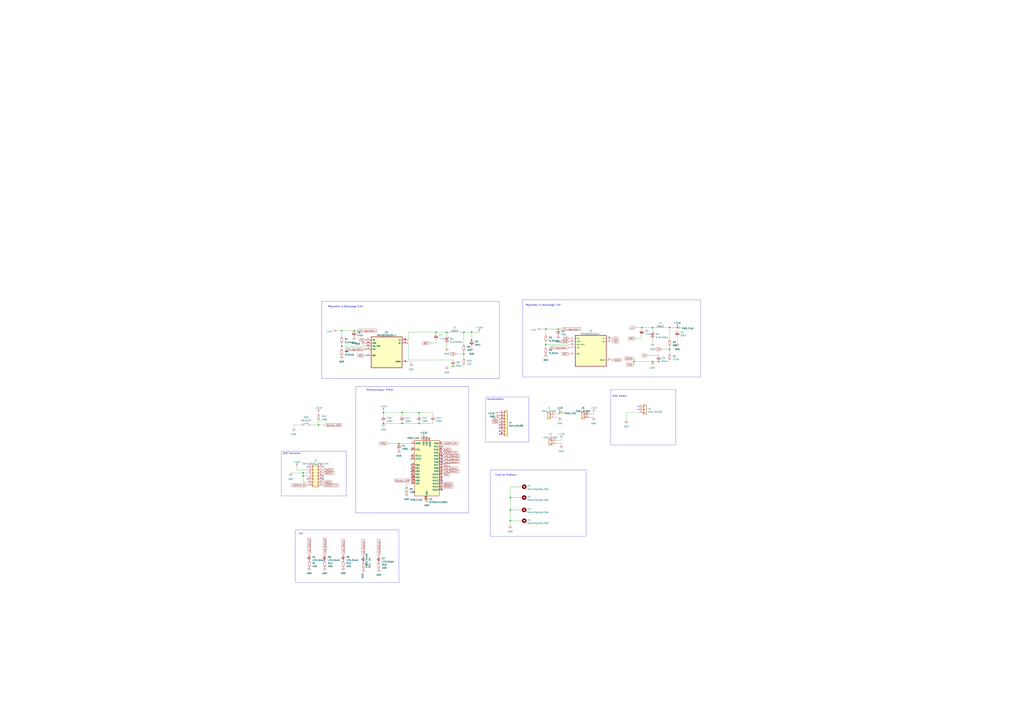
<source format=kicad_sch>
(kicad_sch (version 20230121) (generator eeschema)

  (uuid 07112ed1-d6b8-4945-b4d2-92d2ef7d2009)

  (paper "A1")

  (title_block
    (title "STM32 Dragster Board")
    (date "2023-04-11")
    (rev "V0")
    (company "ENSEA")
  )

  (lib_symbols
    (symbol "Connector_Generic:Conn_01x02" (pin_names (offset 1.016) hide) (in_bom yes) (on_board yes)
      (property "Reference" "J" (at 0 2.54 0)
        (effects (font (size 1.27 1.27)))
      )
      (property "Value" "Conn_01x02" (at 0 -5.08 0)
        (effects (font (size 1.27 1.27)))
      )
      (property "Footprint" "" (at 0 0 0)
        (effects (font (size 1.27 1.27)) hide)
      )
      (property "Datasheet" "~" (at 0 0 0)
        (effects (font (size 1.27 1.27)) hide)
      )
      (property "ki_keywords" "connector" (at 0 0 0)
        (effects (font (size 1.27 1.27)) hide)
      )
      (property "ki_description" "Generic connector, single row, 01x02, script generated (kicad-library-utils/schlib/autogen/connector/)" (at 0 0 0)
        (effects (font (size 1.27 1.27)) hide)
      )
      (property "ki_fp_filters" "Connector*:*_1x??_*" (at 0 0 0)
        (effects (font (size 1.27 1.27)) hide)
      )
      (symbol "Conn_01x02_1_1"
        (rectangle (start -1.27 -2.413) (end 0 -2.667)
          (stroke (width 0.1524) (type default))
          (fill (type none))
        )
        (rectangle (start -1.27 0.127) (end 0 -0.127)
          (stroke (width 0.1524) (type default))
          (fill (type none))
        )
        (rectangle (start -1.27 1.27) (end 1.27 -3.81)
          (stroke (width 0.254) (type default))
          (fill (type background))
        )
        (pin passive line (at -5.08 0 0) (length 3.81)
          (name "Pin_1" (effects (font (size 1.27 1.27))))
          (number "1" (effects (font (size 1.27 1.27))))
        )
        (pin passive line (at -5.08 -2.54 0) (length 3.81)
          (name "Pin_2" (effects (font (size 1.27 1.27))))
          (number "2" (effects (font (size 1.27 1.27))))
        )
      )
    )
    (symbol "Connector_Generic:Conn_01x03" (pin_names (offset 1.016) hide) (in_bom yes) (on_board yes)
      (property "Reference" "J" (at 0 5.08 0)
        (effects (font (size 1.27 1.27)))
      )
      (property "Value" "Conn_01x03" (at 0 -5.08 0)
        (effects (font (size 1.27 1.27)))
      )
      (property "Footprint" "" (at 0 0 0)
        (effects (font (size 1.27 1.27)) hide)
      )
      (property "Datasheet" "~" (at 0 0 0)
        (effects (font (size 1.27 1.27)) hide)
      )
      (property "ki_keywords" "connector" (at 0 0 0)
        (effects (font (size 1.27 1.27)) hide)
      )
      (property "ki_description" "Generic connector, single row, 01x03, script generated (kicad-library-utils/schlib/autogen/connector/)" (at 0 0 0)
        (effects (font (size 1.27 1.27)) hide)
      )
      (property "ki_fp_filters" "Connector*:*_1x??_*" (at 0 0 0)
        (effects (font (size 1.27 1.27)) hide)
      )
      (symbol "Conn_01x03_1_1"
        (rectangle (start -1.27 -2.413) (end 0 -2.667)
          (stroke (width 0.1524) (type default))
          (fill (type none))
        )
        (rectangle (start -1.27 0.127) (end 0 -0.127)
          (stroke (width 0.1524) (type default))
          (fill (type none))
        )
        (rectangle (start -1.27 2.667) (end 0 2.413)
          (stroke (width 0.1524) (type default))
          (fill (type none))
        )
        (rectangle (start -1.27 3.81) (end 1.27 -3.81)
          (stroke (width 0.254) (type default))
          (fill (type background))
        )
        (pin passive line (at -5.08 2.54 0) (length 3.81)
          (name "Pin_1" (effects (font (size 1.27 1.27))))
          (number "1" (effects (font (size 1.27 1.27))))
        )
        (pin passive line (at -5.08 0 0) (length 3.81)
          (name "Pin_2" (effects (font (size 1.27 1.27))))
          (number "2" (effects (font (size 1.27 1.27))))
        )
        (pin passive line (at -5.08 -2.54 0) (length 3.81)
          (name "Pin_3" (effects (font (size 1.27 1.27))))
          (number "3" (effects (font (size 1.27 1.27))))
        )
      )
    )
    (symbol "Connector_Generic:Conn_01x08" (pin_names (offset 1.016) hide) (in_bom yes) (on_board yes)
      (property "Reference" "J" (at 0 10.16 0)
        (effects (font (size 1.27 1.27)))
      )
      (property "Value" "Conn_01x08" (at 0 -12.7 0)
        (effects (font (size 1.27 1.27)))
      )
      (property "Footprint" "" (at 0 0 0)
        (effects (font (size 1.27 1.27)) hide)
      )
      (property "Datasheet" "~" (at 0 0 0)
        (effects (font (size 1.27 1.27)) hide)
      )
      (property "ki_keywords" "connector" (at 0 0 0)
        (effects (font (size 1.27 1.27)) hide)
      )
      (property "ki_description" "Generic connector, single row, 01x08, script generated (kicad-library-utils/schlib/autogen/connector/)" (at 0 0 0)
        (effects (font (size 1.27 1.27)) hide)
      )
      (property "ki_fp_filters" "Connector*:*_1x??_*" (at 0 0 0)
        (effects (font (size 1.27 1.27)) hide)
      )
      (symbol "Conn_01x08_1_1"
        (rectangle (start -1.27 -10.033) (end 0 -10.287)
          (stroke (width 0.1524) (type default))
          (fill (type none))
        )
        (rectangle (start -1.27 -7.493) (end 0 -7.747)
          (stroke (width 0.1524) (type default))
          (fill (type none))
        )
        (rectangle (start -1.27 -4.953) (end 0 -5.207)
          (stroke (width 0.1524) (type default))
          (fill (type none))
        )
        (rectangle (start -1.27 -2.413) (end 0 -2.667)
          (stroke (width 0.1524) (type default))
          (fill (type none))
        )
        (rectangle (start -1.27 0.127) (end 0 -0.127)
          (stroke (width 0.1524) (type default))
          (fill (type none))
        )
        (rectangle (start -1.27 2.667) (end 0 2.413)
          (stroke (width 0.1524) (type default))
          (fill (type none))
        )
        (rectangle (start -1.27 5.207) (end 0 4.953)
          (stroke (width 0.1524) (type default))
          (fill (type none))
        )
        (rectangle (start -1.27 7.747) (end 0 7.493)
          (stroke (width 0.1524) (type default))
          (fill (type none))
        )
        (rectangle (start -1.27 8.89) (end 1.27 -11.43)
          (stroke (width 0.254) (type default))
          (fill (type background))
        )
        (pin passive line (at -5.08 7.62 0) (length 3.81)
          (name "Pin_1" (effects (font (size 1.27 1.27))))
          (number "1" (effects (font (size 1.27 1.27))))
        )
        (pin passive line (at -5.08 5.08 0) (length 3.81)
          (name "Pin_2" (effects (font (size 1.27 1.27))))
          (number "2" (effects (font (size 1.27 1.27))))
        )
        (pin passive line (at -5.08 2.54 0) (length 3.81)
          (name "Pin_3" (effects (font (size 1.27 1.27))))
          (number "3" (effects (font (size 1.27 1.27))))
        )
        (pin passive line (at -5.08 0 0) (length 3.81)
          (name "Pin_4" (effects (font (size 1.27 1.27))))
          (number "4" (effects (font (size 1.27 1.27))))
        )
        (pin passive line (at -5.08 -2.54 0) (length 3.81)
          (name "Pin_5" (effects (font (size 1.27 1.27))))
          (number "5" (effects (font (size 1.27 1.27))))
        )
        (pin passive line (at -5.08 -5.08 0) (length 3.81)
          (name "Pin_6" (effects (font (size 1.27 1.27))))
          (number "6" (effects (font (size 1.27 1.27))))
        )
        (pin passive line (at -5.08 -7.62 0) (length 3.81)
          (name "Pin_7" (effects (font (size 1.27 1.27))))
          (number "7" (effects (font (size 1.27 1.27))))
        )
        (pin passive line (at -5.08 -10.16 0) (length 3.81)
          (name "Pin_8" (effects (font (size 1.27 1.27))))
          (number "8" (effects (font (size 1.27 1.27))))
        )
      )
    )
    (symbol "Connector_Generic:Conn_02x07_Odd_Even" (pin_names (offset 1.016) hide) (in_bom yes) (on_board yes)
      (property "Reference" "J" (at 1.27 10.16 0)
        (effects (font (size 1.27 1.27)))
      )
      (property "Value" "Conn_02x07_Odd_Even" (at 1.27 -10.16 0)
        (effects (font (size 1.27 1.27)))
      )
      (property "Footprint" "" (at 0 0 0)
        (effects (font (size 1.27 1.27)) hide)
      )
      (property "Datasheet" "~" (at 0 0 0)
        (effects (font (size 1.27 1.27)) hide)
      )
      (property "ki_keywords" "connector" (at 0 0 0)
        (effects (font (size 1.27 1.27)) hide)
      )
      (property "ki_description" "Generic connector, double row, 02x07, odd/even pin numbering scheme (row 1 odd numbers, row 2 even numbers), script generated (kicad-library-utils/schlib/autogen/connector/)" (at 0 0 0)
        (effects (font (size 1.27 1.27)) hide)
      )
      (property "ki_fp_filters" "Connector*:*_2x??_*" (at 0 0 0)
        (effects (font (size 1.27 1.27)) hide)
      )
      (symbol "Conn_02x07_Odd_Even_1_1"
        (rectangle (start -1.27 -7.493) (end 0 -7.747)
          (stroke (width 0.1524) (type default))
          (fill (type none))
        )
        (rectangle (start -1.27 -4.953) (end 0 -5.207)
          (stroke (width 0.1524) (type default))
          (fill (type none))
        )
        (rectangle (start -1.27 -2.413) (end 0 -2.667)
          (stroke (width 0.1524) (type default))
          (fill (type none))
        )
        (rectangle (start -1.27 0.127) (end 0 -0.127)
          (stroke (width 0.1524) (type default))
          (fill (type none))
        )
        (rectangle (start -1.27 2.667) (end 0 2.413)
          (stroke (width 0.1524) (type default))
          (fill (type none))
        )
        (rectangle (start -1.27 5.207) (end 0 4.953)
          (stroke (width 0.1524) (type default))
          (fill (type none))
        )
        (rectangle (start -1.27 7.747) (end 0 7.493)
          (stroke (width 0.1524) (type default))
          (fill (type none))
        )
        (rectangle (start -1.27 8.89) (end 3.81 -8.89)
          (stroke (width 0.254) (type default))
          (fill (type background))
        )
        (rectangle (start 3.81 -7.493) (end 2.54 -7.747)
          (stroke (width 0.1524) (type default))
          (fill (type none))
        )
        (rectangle (start 3.81 -4.953) (end 2.54 -5.207)
          (stroke (width 0.1524) (type default))
          (fill (type none))
        )
        (rectangle (start 3.81 -2.413) (end 2.54 -2.667)
          (stroke (width 0.1524) (type default))
          (fill (type none))
        )
        (rectangle (start 3.81 0.127) (end 2.54 -0.127)
          (stroke (width 0.1524) (type default))
          (fill (type none))
        )
        (rectangle (start 3.81 2.667) (end 2.54 2.413)
          (stroke (width 0.1524) (type default))
          (fill (type none))
        )
        (rectangle (start 3.81 5.207) (end 2.54 4.953)
          (stroke (width 0.1524) (type default))
          (fill (type none))
        )
        (rectangle (start 3.81 7.747) (end 2.54 7.493)
          (stroke (width 0.1524) (type default))
          (fill (type none))
        )
        (pin passive line (at -5.08 7.62 0) (length 3.81)
          (name "Pin_1" (effects (font (size 1.27 1.27))))
          (number "1" (effects (font (size 1.27 1.27))))
        )
        (pin passive line (at 7.62 -2.54 180) (length 3.81)
          (name "Pin_10" (effects (font (size 1.27 1.27))))
          (number "10" (effects (font (size 1.27 1.27))))
        )
        (pin passive line (at -5.08 -5.08 0) (length 3.81)
          (name "Pin_11" (effects (font (size 1.27 1.27))))
          (number "11" (effects (font (size 1.27 1.27))))
        )
        (pin passive line (at 7.62 -5.08 180) (length 3.81)
          (name "Pin_12" (effects (font (size 1.27 1.27))))
          (number "12" (effects (font (size 1.27 1.27))))
        )
        (pin passive line (at -5.08 -7.62 0) (length 3.81)
          (name "Pin_13" (effects (font (size 1.27 1.27))))
          (number "13" (effects (font (size 1.27 1.27))))
        )
        (pin passive line (at 7.62 -7.62 180) (length 3.81)
          (name "Pin_14" (effects (font (size 1.27 1.27))))
          (number "14" (effects (font (size 1.27 1.27))))
        )
        (pin passive line (at 7.62 7.62 180) (length 3.81)
          (name "Pin_2" (effects (font (size 1.27 1.27))))
          (number "2" (effects (font (size 1.27 1.27))))
        )
        (pin passive line (at -5.08 5.08 0) (length 3.81)
          (name "Pin_3" (effects (font (size 1.27 1.27))))
          (number "3" (effects (font (size 1.27 1.27))))
        )
        (pin passive line (at 7.62 5.08 180) (length 3.81)
          (name "Pin_4" (effects (font (size 1.27 1.27))))
          (number "4" (effects (font (size 1.27 1.27))))
        )
        (pin passive line (at -5.08 2.54 0) (length 3.81)
          (name "Pin_5" (effects (font (size 1.27 1.27))))
          (number "5" (effects (font (size 1.27 1.27))))
        )
        (pin passive line (at 7.62 2.54 180) (length 3.81)
          (name "Pin_6" (effects (font (size 1.27 1.27))))
          (number "6" (effects (font (size 1.27 1.27))))
        )
        (pin passive line (at -5.08 0 0) (length 3.81)
          (name "Pin_7" (effects (font (size 1.27 1.27))))
          (number "7" (effects (font (size 1.27 1.27))))
        )
        (pin passive line (at 7.62 0 180) (length 3.81)
          (name "Pin_8" (effects (font (size 1.27 1.27))))
          (number "8" (effects (font (size 1.27 1.27))))
        )
        (pin passive line (at -5.08 -2.54 0) (length 3.81)
          (name "Pin_9" (effects (font (size 1.27 1.27))))
          (number "9" (effects (font (size 1.27 1.27))))
        )
      )
    )
    (symbol "Device:C_Polarized_Small" (pin_numbers hide) (pin_names (offset 0.254) hide) (in_bom yes) (on_board yes)
      (property "Reference" "C" (at 0.254 1.778 0)
        (effects (font (size 1.27 1.27)) (justify left))
      )
      (property "Value" "C_Polarized_Small" (at 0.254 -2.032 0)
        (effects (font (size 1.27 1.27)) (justify left))
      )
      (property "Footprint" "" (at 0 0 0)
        (effects (font (size 1.27 1.27)) hide)
      )
      (property "Datasheet" "~" (at 0 0 0)
        (effects (font (size 1.27 1.27)) hide)
      )
      (property "ki_keywords" "cap capacitor" (at 0 0 0)
        (effects (font (size 1.27 1.27)) hide)
      )
      (property "ki_description" "Polarized capacitor, small symbol" (at 0 0 0)
        (effects (font (size 1.27 1.27)) hide)
      )
      (property "ki_fp_filters" "CP_*" (at 0 0 0)
        (effects (font (size 1.27 1.27)) hide)
      )
      (symbol "C_Polarized_Small_0_1"
        (rectangle (start -1.524 -0.3048) (end 1.524 -0.6858)
          (stroke (width 0) (type default))
          (fill (type outline))
        )
        (rectangle (start -1.524 0.6858) (end 1.524 0.3048)
          (stroke (width 0) (type default))
          (fill (type none))
        )
        (polyline
          (pts
            (xy -1.27 1.524)
            (xy -0.762 1.524)
          )
          (stroke (width 0) (type default))
          (fill (type none))
        )
        (polyline
          (pts
            (xy -1.016 1.27)
            (xy -1.016 1.778)
          )
          (stroke (width 0) (type default))
          (fill (type none))
        )
      )
      (symbol "C_Polarized_Small_1_1"
        (pin passive line (at 0 2.54 270) (length 1.8542)
          (name "~" (effects (font (size 1.27 1.27))))
          (number "1" (effects (font (size 1.27 1.27))))
        )
        (pin passive line (at 0 -2.54 90) (length 1.8542)
          (name "~" (effects (font (size 1.27 1.27))))
          (number "2" (effects (font (size 1.27 1.27))))
        )
      )
    )
    (symbol "Device:C_Small" (pin_numbers hide) (pin_names (offset 0.254) hide) (in_bom yes) (on_board yes)
      (property "Reference" "C" (at 0.254 1.778 0)
        (effects (font (size 1.27 1.27)) (justify left))
      )
      (property "Value" "C_Small" (at 0.254 -2.032 0)
        (effects (font (size 1.27 1.27)) (justify left))
      )
      (property "Footprint" "" (at 0 0 0)
        (effects (font (size 1.27 1.27)) hide)
      )
      (property "Datasheet" "~" (at 0 0 0)
        (effects (font (size 1.27 1.27)) hide)
      )
      (property "ki_keywords" "capacitor cap" (at 0 0 0)
        (effects (font (size 1.27 1.27)) hide)
      )
      (property "ki_description" "Unpolarized capacitor, small symbol" (at 0 0 0)
        (effects (font (size 1.27 1.27)) hide)
      )
      (property "ki_fp_filters" "C_*" (at 0 0 0)
        (effects (font (size 1.27 1.27)) hide)
      )
      (symbol "C_Small_0_1"
        (polyline
          (pts
            (xy -1.524 -0.508)
            (xy 1.524 -0.508)
          )
          (stroke (width 0.3302) (type default))
          (fill (type none))
        )
        (polyline
          (pts
            (xy -1.524 0.508)
            (xy 1.524 0.508)
          )
          (stroke (width 0.3048) (type default))
          (fill (type none))
        )
      )
      (symbol "C_Small_1_1"
        (pin passive line (at 0 2.54 270) (length 2.032)
          (name "~" (effects (font (size 1.27 1.27))))
          (number "1" (effects (font (size 1.27 1.27))))
        )
        (pin passive line (at 0 -2.54 90) (length 2.032)
          (name "~" (effects (font (size 1.27 1.27))))
          (number "2" (effects (font (size 1.27 1.27))))
        )
      )
    )
    (symbol "Device:D_Schottky" (pin_numbers hide) (pin_names (offset 1.016) hide) (in_bom yes) (on_board yes)
      (property "Reference" "D" (at 0 2.54 0)
        (effects (font (size 1.27 1.27)))
      )
      (property "Value" "D_Schottky" (at 0 -2.54 0)
        (effects (font (size 1.27 1.27)))
      )
      (property "Footprint" "" (at 0 0 0)
        (effects (font (size 1.27 1.27)) hide)
      )
      (property "Datasheet" "~" (at 0 0 0)
        (effects (font (size 1.27 1.27)) hide)
      )
      (property "ki_keywords" "diode Schottky" (at 0 0 0)
        (effects (font (size 1.27 1.27)) hide)
      )
      (property "ki_description" "Schottky diode" (at 0 0 0)
        (effects (font (size 1.27 1.27)) hide)
      )
      (property "ki_fp_filters" "TO-???* *_Diode_* *SingleDiode* D_*" (at 0 0 0)
        (effects (font (size 1.27 1.27)) hide)
      )
      (symbol "D_Schottky_0_1"
        (polyline
          (pts
            (xy 1.27 0)
            (xy -1.27 0)
          )
          (stroke (width 0) (type default))
          (fill (type none))
        )
        (polyline
          (pts
            (xy 1.27 1.27)
            (xy 1.27 -1.27)
            (xy -1.27 0)
            (xy 1.27 1.27)
          )
          (stroke (width 0.254) (type default))
          (fill (type none))
        )
        (polyline
          (pts
            (xy -1.905 0.635)
            (xy -1.905 1.27)
            (xy -1.27 1.27)
            (xy -1.27 -1.27)
            (xy -0.635 -1.27)
            (xy -0.635 -0.635)
          )
          (stroke (width 0.254) (type default))
          (fill (type none))
        )
      )
      (symbol "D_Schottky_1_1"
        (pin passive line (at -3.81 0 0) (length 2.54)
          (name "K" (effects (font (size 1.27 1.27))))
          (number "1" (effects (font (size 1.27 1.27))))
        )
        (pin passive line (at 3.81 0 180) (length 2.54)
          (name "A" (effects (font (size 1.27 1.27))))
          (number "2" (effects (font (size 1.27 1.27))))
        )
      )
    )
    (symbol "Device:LED_Small" (pin_numbers hide) (pin_names (offset 0.254) hide) (in_bom yes) (on_board yes)
      (property "Reference" "D" (at -1.27 3.175 0)
        (effects (font (size 1.27 1.27)) (justify left))
      )
      (property "Value" "LED_Small" (at -4.445 -2.54 0)
        (effects (font (size 1.27 1.27)) (justify left))
      )
      (property "Footprint" "" (at 0 0 90)
        (effects (font (size 1.27 1.27)) hide)
      )
      (property "Datasheet" "~" (at 0 0 90)
        (effects (font (size 1.27 1.27)) hide)
      )
      (property "ki_keywords" "LED diode light-emitting-diode" (at 0 0 0)
        (effects (font (size 1.27 1.27)) hide)
      )
      (property "ki_description" "Light emitting diode, small symbol" (at 0 0 0)
        (effects (font (size 1.27 1.27)) hide)
      )
      (property "ki_fp_filters" "LED* LED_SMD:* LED_THT:*" (at 0 0 0)
        (effects (font (size 1.27 1.27)) hide)
      )
      (symbol "LED_Small_0_1"
        (polyline
          (pts
            (xy -0.762 -1.016)
            (xy -0.762 1.016)
          )
          (stroke (width 0.254) (type default))
          (fill (type none))
        )
        (polyline
          (pts
            (xy 1.016 0)
            (xy -0.762 0)
          )
          (stroke (width 0) (type default))
          (fill (type none))
        )
        (polyline
          (pts
            (xy 0.762 -1.016)
            (xy -0.762 0)
            (xy 0.762 1.016)
            (xy 0.762 -1.016)
          )
          (stroke (width 0.254) (type default))
          (fill (type none))
        )
        (polyline
          (pts
            (xy 0 0.762)
            (xy -0.508 1.27)
            (xy -0.254 1.27)
            (xy -0.508 1.27)
            (xy -0.508 1.016)
          )
          (stroke (width 0) (type default))
          (fill (type none))
        )
        (polyline
          (pts
            (xy 0.508 1.27)
            (xy 0 1.778)
            (xy 0.254 1.778)
            (xy 0 1.778)
            (xy 0 1.524)
          )
          (stroke (width 0) (type default))
          (fill (type none))
        )
      )
      (symbol "LED_Small_1_1"
        (pin passive line (at -2.54 0 0) (length 1.778)
          (name "K" (effects (font (size 1.27 1.27))))
          (number "1" (effects (font (size 1.27 1.27))))
        )
        (pin passive line (at 2.54 0 180) (length 1.778)
          (name "A" (effects (font (size 1.27 1.27))))
          (number "2" (effects (font (size 1.27 1.27))))
        )
      )
    )
    (symbol "Device:L_Small" (pin_numbers hide) (pin_names (offset 0.254) hide) (in_bom yes) (on_board yes)
      (property "Reference" "L" (at 0.762 1.016 0)
        (effects (font (size 1.27 1.27)) (justify left))
      )
      (property "Value" "L_Small" (at 0.762 -1.016 0)
        (effects (font (size 1.27 1.27)) (justify left))
      )
      (property "Footprint" "" (at 0 0 0)
        (effects (font (size 1.27 1.27)) hide)
      )
      (property "Datasheet" "~" (at 0 0 0)
        (effects (font (size 1.27 1.27)) hide)
      )
      (property "ki_keywords" "inductor choke coil reactor magnetic" (at 0 0 0)
        (effects (font (size 1.27 1.27)) hide)
      )
      (property "ki_description" "Inductor, small symbol" (at 0 0 0)
        (effects (font (size 1.27 1.27)) hide)
      )
      (property "ki_fp_filters" "Choke_* *Coil* Inductor_* L_*" (at 0 0 0)
        (effects (font (size 1.27 1.27)) hide)
      )
      (symbol "L_Small_0_1"
        (arc (start 0 -2.032) (mid 0.5058 -1.524) (end 0 -1.016)
          (stroke (width 0) (type default))
          (fill (type none))
        )
        (arc (start 0 -1.016) (mid 0.5058 -0.508) (end 0 0)
          (stroke (width 0) (type default))
          (fill (type none))
        )
        (arc (start 0 0) (mid 0.5058 0.508) (end 0 1.016)
          (stroke (width 0) (type default))
          (fill (type none))
        )
        (arc (start 0 1.016) (mid 0.5058 1.524) (end 0 2.032)
          (stroke (width 0) (type default))
          (fill (type none))
        )
      )
      (symbol "L_Small_1_1"
        (pin passive line (at 0 2.54 270) (length 0.508)
          (name "~" (effects (font (size 1.27 1.27))))
          (number "1" (effects (font (size 1.27 1.27))))
        )
        (pin passive line (at 0 -2.54 90) (length 0.508)
          (name "~" (effects (font (size 1.27 1.27))))
          (number "2" (effects (font (size 1.27 1.27))))
        )
      )
    )
    (symbol "Device:R_Small" (pin_numbers hide) (pin_names (offset 0.254) hide) (in_bom yes) (on_board yes)
      (property "Reference" "R" (at 0.762 0.508 0)
        (effects (font (size 1.27 1.27)) (justify left))
      )
      (property "Value" "R_Small" (at 0.762 -1.016 0)
        (effects (font (size 1.27 1.27)) (justify left))
      )
      (property "Footprint" "" (at 0 0 0)
        (effects (font (size 1.27 1.27)) hide)
      )
      (property "Datasheet" "~" (at 0 0 0)
        (effects (font (size 1.27 1.27)) hide)
      )
      (property "ki_keywords" "R resistor" (at 0 0 0)
        (effects (font (size 1.27 1.27)) hide)
      )
      (property "ki_description" "Resistor, small symbol" (at 0 0 0)
        (effects (font (size 1.27 1.27)) hide)
      )
      (property "ki_fp_filters" "R_*" (at 0 0 0)
        (effects (font (size 1.27 1.27)) hide)
      )
      (symbol "R_Small_0_1"
        (rectangle (start -0.762 1.778) (end 0.762 -1.778)
          (stroke (width 0.2032) (type default))
          (fill (type none))
        )
      )
      (symbol "R_Small_1_1"
        (pin passive line (at 0 2.54 270) (length 0.762)
          (name "~" (effects (font (size 1.27 1.27))))
          (number "1" (effects (font (size 1.27 1.27))))
        )
        (pin passive line (at 0 -2.54 90) (length 0.762)
          (name "~" (effects (font (size 1.27 1.27))))
          (number "2" (effects (font (size 1.27 1.27))))
        )
      )
    )
    (symbol "MAX5033DUSA_T:MAX5033DUSA+T" (pin_names (offset 1.016)) (in_bom yes) (on_board yes)
      (property "Reference" "U" (at -12.7 13.7 0)
        (effects (font (size 1.27 1.27)) (justify left bottom))
      )
      (property "Value" "MAX5033DUSA+T" (at -12.7 -16.7 0)
        (effects (font (size 1.27 1.27)) (justify left bottom))
      )
      (property "Footprint" "SOIC127P600X175-8N" (at 0 0 0)
        (effects (font (size 1.27 1.27)) (justify bottom) hide)
      )
      (property "Datasheet" "" (at 0 0 0)
        (effects (font (size 1.27 1.27)) hide)
      )
      (symbol "MAX5033DUSA+T_0_0"
        (rectangle (start -12.7 -12.7) (end 12.7 12.7)
          (stroke (width 0.41) (type default))
          (fill (type background))
        )
        (pin bidirectional line (at -17.78 -2.54 0) (length 5.08)
          (name "BST" (effects (font (size 1.016 1.016))))
          (number "1" (effects (font (size 1.016 1.016))))
        )
        (pin output line (at 17.78 7.62 180) (length 5.08)
          (name "VD" (effects (font (size 1.016 1.016))))
          (number "2" (effects (font (size 1.016 1.016))))
        )
        (pin power_in line (at 17.78 -7.62 180) (length 5.08)
          (name "SGND" (effects (font (size 1.016 1.016))))
          (number "3" (effects (font (size 1.016 1.016))))
        )
        (pin input line (at -17.78 10.16 0) (length 5.08)
          (name "FB" (effects (font (size 1.016 1.016))))
          (number "4" (effects (font (size 1.016 1.016))))
        )
        (pin input line (at -17.78 5.08 0) (length 5.08)
          (name "ON/~OFF" (effects (font (size 1.016 1.016))))
          (number "5" (effects (font (size 1.016 1.016))))
        )
        (pin input line (at -17.78 7.62 0) (length 5.08)
          (name "GND" (effects (font (size 1.016 1.016))))
          (number "6" (effects (font (size 1.016 1.016))))
        )
        (pin input line (at -17.78 2.54 0) (length 5.08)
          (name "VIN" (effects (font (size 1.016 1.016))))
          (number "7" (effects (font (size 1.016 1.016))))
        )
        (pin output line (at 17.78 10.16 180) (length 5.08)
          (name "LX" (effects (font (size 1.016 1.016))))
          (number "8" (effects (font (size 1.016 1.016))))
        )
      )
    )
    (symbol "MCU_ST_STM32L4:STM32L412KBTx" (in_bom yes) (on_board yes)
      (property "Reference" "U" (at -10.16 24.13 0)
        (effects (font (size 1.27 1.27)) (justify left))
      )
      (property "Value" "STM32L412KBTx" (at 5.08 24.13 0)
        (effects (font (size 1.27 1.27)) (justify left))
      )
      (property "Footprint" "Package_QFP:LQFP-32_7x7mm_P0.8mm" (at -10.16 -22.86 0)
        (effects (font (size 1.27 1.27)) (justify right) hide)
      )
      (property "Datasheet" "https://www.st.com/resource/en/datasheet/stm32l412kb.pdf" (at 0 0 0)
        (effects (font (size 1.27 1.27)) hide)
      )
      (property "ki_locked" "" (at 0 0 0)
        (effects (font (size 1.27 1.27)))
      )
      (property "ki_keywords" "Arm Cortex-M4 STM32L4 STM32L4x2" (at 0 0 0)
        (effects (font (size 1.27 1.27)) hide)
      )
      (property "ki_description" "STMicroelectronics Arm Cortex-M4 MCU, 128KB flash, 40KB RAM, 80 MHz, 1.71-3.6V, 26 GPIO, LQFP32" (at 0 0 0)
        (effects (font (size 1.27 1.27)) hide)
      )
      (property "ki_fp_filters" "LQFP*7x7mm*P0.8mm*" (at 0 0 0)
        (effects (font (size 1.27 1.27)) hide)
      )
      (symbol "STM32L412KBTx_0_1"
        (rectangle (start -10.16 -22.86) (end 10.16 22.86)
          (stroke (width 0.254) (type default))
          (fill (type background))
        )
      )
      (symbol "STM32L412KBTx_1_1"
        (pin power_in line (at -2.54 25.4 270) (length 2.54)
          (name "VDD" (effects (font (size 1.27 1.27))))
          (number "1" (effects (font (size 1.27 1.27))))
        )
        (pin bidirectional line (at 12.7 10.16 180) (length 2.54)
          (name "PA4" (effects (font (size 1.27 1.27))))
          (number "10" (effects (font (size 1.27 1.27))))
          (alternate "ADC1_IN9" bidirectional line)
          (alternate "ADC2_IN9" bidirectional line)
          (alternate "COMP1_INM" bidirectional line)
          (alternate "LPTIM2_OUT" bidirectional line)
          (alternate "SPI1_NSS" bidirectional line)
          (alternate "USART2_CK" bidirectional line)
        )
        (pin bidirectional line (at 12.7 7.62 180) (length 2.54)
          (name "PA5" (effects (font (size 1.27 1.27))))
          (number "11" (effects (font (size 1.27 1.27))))
          (alternate "ADC1_IN10" bidirectional line)
          (alternate "ADC2_IN10" bidirectional line)
          (alternate "COMP1_INM" bidirectional line)
          (alternate "LPTIM2_ETR" bidirectional line)
          (alternate "SPI1_SCK" bidirectional line)
          (alternate "TIM2_CH1" bidirectional line)
          (alternate "TIM2_ETR" bidirectional line)
        )
        (pin bidirectional line (at 12.7 5.08 180) (length 2.54)
          (name "PA6" (effects (font (size 1.27 1.27))))
          (number "12" (effects (font (size 1.27 1.27))))
          (alternate "ADC1_IN11" bidirectional line)
          (alternate "ADC2_IN11" bidirectional line)
          (alternate "COMP1_OUT" bidirectional line)
          (alternate "LPUART1_CTS" bidirectional line)
          (alternate "QUADSPI_BK1_IO3" bidirectional line)
          (alternate "SPI1_MISO" bidirectional line)
          (alternate "TIM16_CH1" bidirectional line)
          (alternate "TIM1_BKIN" bidirectional line)
        )
        (pin bidirectional line (at 12.7 2.54 180) (length 2.54)
          (name "PA7" (effects (font (size 1.27 1.27))))
          (number "13" (effects (font (size 1.27 1.27))))
          (alternate "ADC1_IN12" bidirectional line)
          (alternate "ADC2_IN12" bidirectional line)
          (alternate "I2C3_SCL" bidirectional line)
          (alternate "QUADSPI_BK1_IO2" bidirectional line)
          (alternate "SPI1_MOSI" bidirectional line)
          (alternate "TIM1_CH1N" bidirectional line)
        )
        (pin bidirectional line (at -12.7 2.54 0) (length 2.54)
          (name "PB0" (effects (font (size 1.27 1.27))))
          (number "14" (effects (font (size 1.27 1.27))))
          (alternate "ADC1_IN15" bidirectional line)
          (alternate "ADC2_IN15" bidirectional line)
          (alternate "COMP1_OUT" bidirectional line)
          (alternate "QUADSPI_BK1_IO1" bidirectional line)
          (alternate "SPI1_NSS" bidirectional line)
          (alternate "SYS_TRACED0" bidirectional line)
          (alternate "TIM1_CH2N" bidirectional line)
        )
        (pin bidirectional line (at -12.7 0 0) (length 2.54)
          (name "PB1" (effects (font (size 1.27 1.27))))
          (number "15" (effects (font (size 1.27 1.27))))
          (alternate "ADC1_IN16" bidirectional line)
          (alternate "ADC2_IN16" bidirectional line)
          (alternate "COMP1_INM" bidirectional line)
          (alternate "LPTIM2_IN1" bidirectional line)
          (alternate "LPUART1_DE" bidirectional line)
          (alternate "LPUART1_RTS" bidirectional line)
          (alternate "QUADSPI_BK1_IO0" bidirectional line)
          (alternate "SYS_TRACED1" bidirectional line)
          (alternate "TIM1_CH3N" bidirectional line)
        )
        (pin power_in line (at 0 -25.4 90) (length 2.54)
          (name "VSS" (effects (font (size 1.27 1.27))))
          (number "16" (effects (font (size 1.27 1.27))))
        )
        (pin power_in line (at 0 25.4 270) (length 2.54)
          (name "VDD" (effects (font (size 1.27 1.27))))
          (number "17" (effects (font (size 1.27 1.27))))
        )
        (pin bidirectional line (at 12.7 0 180) (length 2.54)
          (name "PA8" (effects (font (size 1.27 1.27))))
          (number "18" (effects (font (size 1.27 1.27))))
          (alternate "LPTIM2_OUT" bidirectional line)
          (alternate "RCC_MCO" bidirectional line)
          (alternate "TIM1_CH1" bidirectional line)
          (alternate "USART1_CK" bidirectional line)
        )
        (pin bidirectional line (at 12.7 -2.54 180) (length 2.54)
          (name "PA9" (effects (font (size 1.27 1.27))))
          (number "19" (effects (font (size 1.27 1.27))))
          (alternate "I2C1_SCL" bidirectional line)
          (alternate "TIM15_BKIN" bidirectional line)
          (alternate "TIM1_CH2" bidirectional line)
          (alternate "USART1_TX" bidirectional line)
        )
        (pin bidirectional line (at -12.7 10.16 0) (length 2.54)
          (name "PC14" (effects (font (size 1.27 1.27))))
          (number "2" (effects (font (size 1.27 1.27))))
          (alternate "RCC_OSC32_IN" bidirectional line)
        )
        (pin bidirectional line (at 12.7 -5.08 180) (length 2.54)
          (name "PA10" (effects (font (size 1.27 1.27))))
          (number "20" (effects (font (size 1.27 1.27))))
          (alternate "CRS_SYNC" bidirectional line)
          (alternate "I2C1_SDA" bidirectional line)
          (alternate "TIM1_CH3" bidirectional line)
          (alternate "USART1_RX" bidirectional line)
        )
        (pin bidirectional line (at 12.7 -7.62 180) (length 2.54)
          (name "PA11" (effects (font (size 1.27 1.27))))
          (number "21" (effects (font (size 1.27 1.27))))
          (alternate "ADC1_EXTI11" bidirectional line)
          (alternate "ADC2_EXTI11" bidirectional line)
          (alternate "COMP1_OUT" bidirectional line)
          (alternate "SPI1_MISO" bidirectional line)
          (alternate "TIM1_BKIN2" bidirectional line)
          (alternate "TIM1_BKIN2_COMP1" bidirectional line)
          (alternate "TIM1_CH4" bidirectional line)
          (alternate "USART1_CTS" bidirectional line)
          (alternate "USB_DM" bidirectional line)
        )
        (pin bidirectional line (at 12.7 -10.16 180) (length 2.54)
          (name "PA12" (effects (font (size 1.27 1.27))))
          (number "22" (effects (font (size 1.27 1.27))))
          (alternate "SPI1_MOSI" bidirectional line)
          (alternate "TIM1_ETR" bidirectional line)
          (alternate "USART1_DE" bidirectional line)
          (alternate "USART1_RTS" bidirectional line)
          (alternate "USB_DP" bidirectional line)
        )
        (pin bidirectional line (at 12.7 -12.7 180) (length 2.54)
          (name "PA13" (effects (font (size 1.27 1.27))))
          (number "23" (effects (font (size 1.27 1.27))))
          (alternate "IR_OUT" bidirectional line)
          (alternate "SYS_JTMS-SWDIO" bidirectional line)
          (alternate "USB_NOE" bidirectional line)
        )
        (pin bidirectional line (at 12.7 -15.24 180) (length 2.54)
          (name "PA14" (effects (font (size 1.27 1.27))))
          (number "24" (effects (font (size 1.27 1.27))))
          (alternate "I2C1_SMBA" bidirectional line)
          (alternate "LPTIM1_OUT" bidirectional line)
          (alternate "SYS_JTCK-SWCLK" bidirectional line)
        )
        (pin bidirectional line (at 12.7 -17.78 180) (length 2.54)
          (name "PA15" (effects (font (size 1.27 1.27))))
          (number "25" (effects (font (size 1.27 1.27))))
          (alternate "ADC1_EXTI15" bidirectional line)
          (alternate "ADC2_EXTI15" bidirectional line)
          (alternate "SPI1_NSS" bidirectional line)
          (alternate "SYS_JTDI" bidirectional line)
          (alternate "TIM2_CH1" bidirectional line)
          (alternate "TIM2_ETR" bidirectional line)
          (alternate "USART2_RX" bidirectional line)
        )
        (pin bidirectional line (at -12.7 -2.54 0) (length 2.54)
          (name "PB3" (effects (font (size 1.27 1.27))))
          (number "26" (effects (font (size 1.27 1.27))))
          (alternate "SPI1_SCK" bidirectional line)
          (alternate "SYS_JTDO-SWO" bidirectional line)
          (alternate "TIM2_CH2" bidirectional line)
          (alternate "USART1_DE" bidirectional line)
          (alternate "USART1_RTS" bidirectional line)
        )
        (pin bidirectional line (at -12.7 -5.08 0) (length 2.54)
          (name "PB4" (effects (font (size 1.27 1.27))))
          (number "27" (effects (font (size 1.27 1.27))))
          (alternate "I2C3_SDA" bidirectional line)
          (alternate "SPI1_MISO" bidirectional line)
          (alternate "SYS_JTRST" bidirectional line)
          (alternate "TSC_G2_IO1" bidirectional line)
          (alternate "USART1_CTS" bidirectional line)
        )
        (pin bidirectional line (at -12.7 -7.62 0) (length 2.54)
          (name "PB5" (effects (font (size 1.27 1.27))))
          (number "28" (effects (font (size 1.27 1.27))))
          (alternate "I2C1_SMBA" bidirectional line)
          (alternate "LPTIM1_IN1" bidirectional line)
          (alternate "SPI1_MOSI" bidirectional line)
          (alternate "SYS_TRACED2" bidirectional line)
          (alternate "TIM16_BKIN" bidirectional line)
          (alternate "TSC_G2_IO2" bidirectional line)
          (alternate "USART1_CK" bidirectional line)
        )
        (pin bidirectional line (at -12.7 -10.16 0) (length 2.54)
          (name "PB6" (effects (font (size 1.27 1.27))))
          (number "29" (effects (font (size 1.27 1.27))))
          (alternate "I2C1_SCL" bidirectional line)
          (alternate "LPTIM1_ETR" bidirectional line)
          (alternate "SYS_TRACED3" bidirectional line)
          (alternate "TIM16_CH1N" bidirectional line)
          (alternate "TSC_G2_IO3" bidirectional line)
          (alternate "USART1_TX" bidirectional line)
        )
        (pin bidirectional line (at -12.7 7.62 0) (length 2.54)
          (name "PC15" (effects (font (size 1.27 1.27))))
          (number "3" (effects (font (size 1.27 1.27))))
          (alternate "ADC1_EXTI15" bidirectional line)
          (alternate "ADC2_EXTI15" bidirectional line)
          (alternate "RCC_OSC32_OUT" bidirectional line)
        )
        (pin bidirectional line (at -12.7 -12.7 0) (length 2.54)
          (name "PB7" (effects (font (size 1.27 1.27))))
          (number "30" (effects (font (size 1.27 1.27))))
          (alternate "I2C1_SDA" bidirectional line)
          (alternate "LPTIM1_IN2" bidirectional line)
          (alternate "SYS_PVD_IN" bidirectional line)
          (alternate "SYS_TRACECLK" bidirectional line)
          (alternate "TSC_G2_IO4" bidirectional line)
          (alternate "USART1_RX" bidirectional line)
        )
        (pin bidirectional line (at -12.7 15.24 0) (length 2.54)
          (name "PH3" (effects (font (size 1.27 1.27))))
          (number "31" (effects (font (size 1.27 1.27))))
        )
        (pin passive line (at 0 -25.4 90) (length 2.54) hide
          (name "VSS" (effects (font (size 1.27 1.27))))
          (number "32" (effects (font (size 1.27 1.27))))
        )
        (pin input line (at -12.7 20.32 0) (length 2.54)
          (name "NRST" (effects (font (size 1.27 1.27))))
          (number "4" (effects (font (size 1.27 1.27))))
        )
        (pin power_in line (at 2.54 25.4 270) (length 2.54)
          (name "VDDA" (effects (font (size 1.27 1.27))))
          (number "5" (effects (font (size 1.27 1.27))))
        )
        (pin bidirectional line (at 12.7 20.32 180) (length 2.54)
          (name "PA0" (effects (font (size 1.27 1.27))))
          (number "6" (effects (font (size 1.27 1.27))))
          (alternate "ADC1_IN5" bidirectional line)
          (alternate "COMP1_INM" bidirectional line)
          (alternate "COMP1_OUT" bidirectional line)
          (alternate "OPAMP1_VINP" bidirectional line)
          (alternate "RCC_CK_IN" bidirectional line)
          (alternate "RTC_TAMP2" bidirectional line)
          (alternate "SYS_WKUP1" bidirectional line)
          (alternate "TIM2_CH1" bidirectional line)
          (alternate "TIM2_ETR" bidirectional line)
          (alternate "USART2_CTS" bidirectional line)
        )
        (pin bidirectional line (at 12.7 17.78 180) (length 2.54)
          (name "PA1" (effects (font (size 1.27 1.27))))
          (number "7" (effects (font (size 1.27 1.27))))
          (alternate "ADC1_IN6" bidirectional line)
          (alternate "COMP1_INP" bidirectional line)
          (alternate "I2C1_SMBA" bidirectional line)
          (alternate "OPAMP1_VINM" bidirectional line)
          (alternate "SPI1_SCK" bidirectional line)
          (alternate "TIM15_CH1N" bidirectional line)
          (alternate "TIM2_CH2" bidirectional line)
          (alternate "USART2_DE" bidirectional line)
          (alternate "USART2_RTS" bidirectional line)
        )
        (pin bidirectional line (at 12.7 15.24 180) (length 2.54)
          (name "PA2" (effects (font (size 1.27 1.27))))
          (number "8" (effects (font (size 1.27 1.27))))
          (alternate "ADC1_IN7" bidirectional line)
          (alternate "ADC2_IN7" bidirectional line)
          (alternate "LPUART1_TX" bidirectional line)
          (alternate "QUADSPI_BK1_NCS" bidirectional line)
          (alternate "RCC_LSCO" bidirectional line)
          (alternate "SYS_WKUP4" bidirectional line)
          (alternate "TIM15_CH1" bidirectional line)
          (alternate "TIM2_CH3" bidirectional line)
          (alternate "USART2_TX" bidirectional line)
        )
        (pin bidirectional line (at 12.7 12.7 180) (length 2.54)
          (name "PA3" (effects (font (size 1.27 1.27))))
          (number "9" (effects (font (size 1.27 1.27))))
          (alternate "ADC1_IN8" bidirectional line)
          (alternate "ADC2_IN8" bidirectional line)
          (alternate "LPUART1_RX" bidirectional line)
          (alternate "OPAMP1_VOUT" bidirectional line)
          (alternate "QUADSPI_CLK" bidirectional line)
          (alternate "TIM15_CH2" bidirectional line)
          (alternate "TIM2_CH4" bidirectional line)
          (alternate "USART2_RX" bidirectional line)
        )
      )
    )
    (symbol "Mechanical:MountingHole_Pad" (pin_numbers hide) (pin_names (offset 1.016) hide) (in_bom yes) (on_board yes)
      (property "Reference" "H" (at 0 6.35 0)
        (effects (font (size 1.27 1.27)))
      )
      (property "Value" "MountingHole_Pad" (at 0 4.445 0)
        (effects (font (size 1.27 1.27)))
      )
      (property "Footprint" "" (at 0 0 0)
        (effects (font (size 1.27 1.27)) hide)
      )
      (property "Datasheet" "~" (at 0 0 0)
        (effects (font (size 1.27 1.27)) hide)
      )
      (property "ki_keywords" "mounting hole" (at 0 0 0)
        (effects (font (size 1.27 1.27)) hide)
      )
      (property "ki_description" "Mounting Hole with connection" (at 0 0 0)
        (effects (font (size 1.27 1.27)) hide)
      )
      (property "ki_fp_filters" "MountingHole*Pad*" (at 0 0 0)
        (effects (font (size 1.27 1.27)) hide)
      )
      (symbol "MountingHole_Pad_0_1"
        (circle (center 0 1.27) (radius 1.27)
          (stroke (width 1.27) (type default))
          (fill (type none))
        )
      )
      (symbol "MountingHole_Pad_1_1"
        (pin input line (at 0 -2.54 90) (length 2.54)
          (name "1" (effects (font (size 1.27 1.27))))
          (number "1" (effects (font (size 1.27 1.27))))
        )
      )
    )
    (symbol "Switch:SW_Push" (pin_numbers hide) (pin_names (offset 1.016) hide) (in_bom yes) (on_board yes)
      (property "Reference" "SW" (at 1.27 2.54 0)
        (effects (font (size 1.27 1.27)) (justify left))
      )
      (property "Value" "SW_Push" (at 0 -1.524 0)
        (effects (font (size 1.27 1.27)))
      )
      (property "Footprint" "" (at 0 5.08 0)
        (effects (font (size 1.27 1.27)) hide)
      )
      (property "Datasheet" "~" (at 0 5.08 0)
        (effects (font (size 1.27 1.27)) hide)
      )
      (property "ki_keywords" "switch normally-open pushbutton push-button" (at 0 0 0)
        (effects (font (size 1.27 1.27)) hide)
      )
      (property "ki_description" "Push button switch, generic, two pins" (at 0 0 0)
        (effects (font (size 1.27 1.27)) hide)
      )
      (symbol "SW_Push_0_1"
        (circle (center -2.032 0) (radius 0.508)
          (stroke (width 0) (type default))
          (fill (type none))
        )
        (polyline
          (pts
            (xy 0 1.27)
            (xy 0 3.048)
          )
          (stroke (width 0) (type default))
          (fill (type none))
        )
        (polyline
          (pts
            (xy 2.54 1.27)
            (xy -2.54 1.27)
          )
          (stroke (width 0) (type default))
          (fill (type none))
        )
        (circle (center 2.032 0) (radius 0.508)
          (stroke (width 0) (type default))
          (fill (type none))
        )
        (pin passive line (at -5.08 0 0) (length 2.54)
          (name "1" (effects (font (size 1.27 1.27))))
          (number "1" (effects (font (size 1.27 1.27))))
        )
        (pin passive line (at 5.08 0 180) (length 2.54)
          (name "2" (effects (font (size 1.27 1.27))))
          (number "2" (effects (font (size 1.27 1.27))))
        )
      )
    )
    (symbol "power:+12V" (power) (pin_names (offset 0)) (in_bom yes) (on_board yes)
      (property "Reference" "#PWR" (at 0 -3.81 0)
        (effects (font (size 1.27 1.27)) hide)
      )
      (property "Value" "+12V" (at 0 3.556 0)
        (effects (font (size 1.27 1.27)))
      )
      (property "Footprint" "" (at 0 0 0)
        (effects (font (size 1.27 1.27)) hide)
      )
      (property "Datasheet" "" (at 0 0 0)
        (effects (font (size 1.27 1.27)) hide)
      )
      (property "ki_keywords" "global power" (at 0 0 0)
        (effects (font (size 1.27 1.27)) hide)
      )
      (property "ki_description" "Power symbol creates a global label with name \"+12V\"" (at 0 0 0)
        (effects (font (size 1.27 1.27)) hide)
      )
      (symbol "+12V_0_1"
        (polyline
          (pts
            (xy -0.762 1.27)
            (xy 0 2.54)
          )
          (stroke (width 0) (type default))
          (fill (type none))
        )
        (polyline
          (pts
            (xy 0 0)
            (xy 0 2.54)
          )
          (stroke (width 0) (type default))
          (fill (type none))
        )
        (polyline
          (pts
            (xy 0 2.54)
            (xy 0.762 1.27)
          )
          (stroke (width 0) (type default))
          (fill (type none))
        )
      )
      (symbol "+12V_1_1"
        (pin power_in line (at 0 0 90) (length 0) hide
          (name "+12V" (effects (font (size 1.27 1.27))))
          (number "1" (effects (font (size 1.27 1.27))))
        )
      )
    )
    (symbol "power:+3.3V" (power) (pin_names (offset 0)) (in_bom yes) (on_board yes)
      (property "Reference" "#PWR" (at 0 -3.81 0)
        (effects (font (size 1.27 1.27)) hide)
      )
      (property "Value" "+3.3V" (at 0 3.556 0)
        (effects (font (size 1.27 1.27)))
      )
      (property "Footprint" "" (at 0 0 0)
        (effects (font (size 1.27 1.27)) hide)
      )
      (property "Datasheet" "" (at 0 0 0)
        (effects (font (size 1.27 1.27)) hide)
      )
      (property "ki_keywords" "global power" (at 0 0 0)
        (effects (font (size 1.27 1.27)) hide)
      )
      (property "ki_description" "Power symbol creates a global label with name \"+3.3V\"" (at 0 0 0)
        (effects (font (size 1.27 1.27)) hide)
      )
      (symbol "+3.3V_0_1"
        (polyline
          (pts
            (xy -0.762 1.27)
            (xy 0 2.54)
          )
          (stroke (width 0) (type default))
          (fill (type none))
        )
        (polyline
          (pts
            (xy 0 0)
            (xy 0 2.54)
          )
          (stroke (width 0) (type default))
          (fill (type none))
        )
        (polyline
          (pts
            (xy 0 2.54)
            (xy 0.762 1.27)
          )
          (stroke (width 0) (type default))
          (fill (type none))
        )
      )
      (symbol "+3.3V_1_1"
        (pin power_in line (at 0 0 90) (length 0) hide
          (name "+3.3V" (effects (font (size 1.27 1.27))))
          (number "1" (effects (font (size 1.27 1.27))))
        )
      )
    )
    (symbol "power:+7.5V" (power) (pin_names (offset 0)) (in_bom yes) (on_board yes)
      (property "Reference" "#PWR" (at 0 -3.81 0)
        (effects (font (size 1.27 1.27)) hide)
      )
      (property "Value" "+7.5V" (at 0 3.556 0)
        (effects (font (size 1.27 1.27)))
      )
      (property "Footprint" "" (at 0 0 0)
        (effects (font (size 1.27 1.27)) hide)
      )
      (property "Datasheet" "" (at 0 0 0)
        (effects (font (size 1.27 1.27)) hide)
      )
      (property "ki_keywords" "global power" (at 0 0 0)
        (effects (font (size 1.27 1.27)) hide)
      )
      (property "ki_description" "Power symbol creates a global label with name \"+7.5V\"" (at 0 0 0)
        (effects (font (size 1.27 1.27)) hide)
      )
      (symbol "+7.5V_0_1"
        (polyline
          (pts
            (xy -0.762 1.27)
            (xy 0 2.54)
          )
          (stroke (width 0) (type default))
          (fill (type none))
        )
        (polyline
          (pts
            (xy 0 0)
            (xy 0 2.54)
          )
          (stroke (width 0) (type default))
          (fill (type none))
        )
        (polyline
          (pts
            (xy 0 2.54)
            (xy 0.762 1.27)
          )
          (stroke (width 0) (type default))
          (fill (type none))
        )
      )
      (symbol "+7.5V_1_1"
        (pin power_in line (at 0 0 90) (length 0) hide
          (name "+7.5V" (effects (font (size 1.27 1.27))))
          (number "1" (effects (font (size 1.27 1.27))))
        )
      )
    )
    (symbol "power:GND" (power) (pin_names (offset 0)) (in_bom yes) (on_board yes)
      (property "Reference" "#PWR" (at 0 -6.35 0)
        (effects (font (size 1.27 1.27)) hide)
      )
      (property "Value" "GND" (at 0 -3.81 0)
        (effects (font (size 1.27 1.27)))
      )
      (property "Footprint" "" (at 0 0 0)
        (effects (font (size 1.27 1.27)) hide)
      )
      (property "Datasheet" "" (at 0 0 0)
        (effects (font (size 1.27 1.27)) hide)
      )
      (property "ki_keywords" "global power" (at 0 0 0)
        (effects (font (size 1.27 1.27)) hide)
      )
      (property "ki_description" "Power symbol creates a global label with name \"GND\" , ground" (at 0 0 0)
        (effects (font (size 1.27 1.27)) hide)
      )
      (symbol "GND_0_1"
        (polyline
          (pts
            (xy 0 0)
            (xy 0 -1.27)
            (xy 1.27 -1.27)
            (xy 0 -2.54)
            (xy -1.27 -1.27)
            (xy 0 -1.27)
          )
          (stroke (width 0) (type default))
          (fill (type none))
        )
      )
      (symbol "GND_1_1"
        (pin power_in line (at 0 0 270) (length 0) hide
          (name "GND" (effects (font (size 1.27 1.27))))
          (number "1" (effects (font (size 1.27 1.27))))
        )
      )
    )
    (symbol "power:PWR_FLAG" (power) (pin_numbers hide) (pin_names (offset 0) hide) (in_bom yes) (on_board yes)
      (property "Reference" "#FLG" (at 0 1.905 0)
        (effects (font (size 1.27 1.27)) hide)
      )
      (property "Value" "PWR_FLAG" (at 0 3.81 0)
        (effects (font (size 1.27 1.27)))
      )
      (property "Footprint" "" (at 0 0 0)
        (effects (font (size 1.27 1.27)) hide)
      )
      (property "Datasheet" "~" (at 0 0 0)
        (effects (font (size 1.27 1.27)) hide)
      )
      (property "ki_keywords" "flag power" (at 0 0 0)
        (effects (font (size 1.27 1.27)) hide)
      )
      (property "ki_description" "Special symbol for telling ERC where power comes from" (at 0 0 0)
        (effects (font (size 1.27 1.27)) hide)
      )
      (symbol "PWR_FLAG_0_0"
        (pin power_out line (at 0 0 90) (length 0)
          (name "pwr" (effects (font (size 1.27 1.27))))
          (number "1" (effects (font (size 1.27 1.27))))
        )
      )
      (symbol "PWR_FLAG_0_1"
        (polyline
          (pts
            (xy 0 0)
            (xy 0 1.27)
            (xy -1.016 1.905)
            (xy 0 2.54)
            (xy 1.016 1.905)
            (xy 0 1.27)
          )
          (stroke (width 0) (type default))
          (fill (type none))
        )
      )
    )
  )


  (junction (at 458.47 270.51) (diameter 0) (color 0 0 0 0)
    (uuid 0301230f-a3a3-4248-a88f-521d951bc360)
  )
  (junction (at 261.62 349.25) (diameter 0) (color 0 0 0 0)
    (uuid 05fd87ad-b066-4120-90f3-7adc5dd351ac)
  )
  (junction (at 549.91 269.24) (diameter 0) (color 0 0 0 0)
    (uuid 0bdbda28-32e0-4a5d-8d61-a123f7d508c0)
  )
  (junction (at 556.26 269.24) (diameter 0) (color 0 0 0 0)
    (uuid 14d7dfe2-93d7-4cbd-bd4c-85ee723dbb06)
  )
  (junction (at 280.67 284.48) (diameter 0) (color 0 0 0 0)
    (uuid 230247c9-f387-4ffa-b158-cab3dc356373)
  )
  (junction (at 419.1 427.99) (diameter 0) (color 0 0 0 0)
    (uuid 26f6046d-c1bc-4a73-a14e-ca6b2eac2898)
  )
  (junction (at 327.66 364.49) (diameter 0) (color 0 0 0 0)
    (uuid 2c7f3756-c790-4df2-9962-7597d3ccd1f6)
  )
  (junction (at 549.91 287.02) (diameter 0) (color 0 0 0 0)
    (uuid 3a4f0dfc-ae7a-4712-9427-bb36072866c6)
  )
  (junction (at 387.35 279.4) (diameter 0) (color 0 0 0 0)
    (uuid 4f983bda-aa37-4d09-812c-7091cfb3639c)
  )
  (junction (at 350.52 359.41) (diameter 0) (color 0 0 0 0)
    (uuid 63d4529e-f462-4810-996b-83c71969f45c)
  )
  (junction (at 381 273.05) (diameter 0) (color 0 0 0 0)
    (uuid 6fad7f0e-9fd6-47cf-8332-bf2501bffa1f)
  )
  (junction (at 314.96 347.98) (diameter 0) (color 0 0 0 0)
    (uuid 709c6479-bb9a-4f64-8024-3733bd5e1347)
  )
  (junction (at 419.1 408.94) (diameter 0) (color 0 0 0 0)
    (uuid 7424894d-baf5-4d3c-9ee8-601ff3830922)
  )
  (junction (at 419.1 419.1) (diameter 0) (color 0 0 0 0)
    (uuid 7450f368-0634-47b8-a8c9-db1e8fa170ad)
  )
  (junction (at 381 290.83) (diameter 0) (color 0 0 0 0)
    (uuid 75d89228-c62b-4876-8ab4-fc1f08f518a2)
  )
  (junction (at 344.17 347.98) (diameter 0) (color 0 0 0 0)
    (uuid 782d98ea-f65f-4e74-9d81-b9a9a932a864)
  )
  (junction (at 520.7 297.18) (diameter 0) (color 0 0 0 0)
    (uuid 79e53468-3345-4dfe-aa62-0ebb4a49bc05)
  )
  (junction (at 344.17 339.09) (diameter 0) (color 0 0 0 0)
    (uuid 7c42613a-4318-4aa8-b828-e16269655fd3)
  )
  (junction (at 535.94 269.24) (diameter 0) (color 0 0 0 0)
    (uuid 7ef8b98b-6e36-41a1-aa2f-64a940e9608f)
  )
  (junction (at 248.92 388.62) (diameter 0) (color 0 0 0 0)
    (uuid 86e1c4d6-46cc-46e5-8a58-7666b614b602)
  )
  (junction (at 314.96 339.09) (diameter 0) (color 0 0 0 0)
    (uuid 889f41dd-3f08-4cf0-97f1-ce436684eadc)
  )
  (junction (at 387.35 273.05) (diameter 0) (color 0 0 0 0)
    (uuid 8c63105b-e95c-4909-9a8f-0ea34bbf84b1)
  )
  (junction (at 290.83 271.78) (diameter 0) (color 0 0 0 0)
    (uuid 8c892af1-e899-465d-9c7b-e76ae29dd585)
  )
  (junction (at 358.14 273.05) (diameter 0) (color 0 0 0 0)
    (uuid 9ad5475e-35d1-49ad-ad55-139b4637ba10)
  )
  (junction (at 248.92 391.16) (diameter 0) (color 0 0 0 0)
    (uuid 9cd5b03f-44ad-45a6-a494-c5c1ca79d0f4)
  )
  (junction (at 541.02 297.18) (diameter 0) (color 0 0 0 0)
    (uuid be97f8a9-1475-4c24-986d-d64ea4eff7bf)
  )
  (junction (at 280.67 271.78) (diameter 0) (color 0 0 0 0)
    (uuid c133266f-94ea-4575-b612-036f155ea649)
  )
  (junction (at 330.2 347.98) (diameter 0) (color 0 0 0 0)
    (uuid c29f760b-2092-4eaf-8a01-9a47c35ab359)
  )
  (junction (at 448.31 283.21) (diameter 0) (color 0 0 0 0)
    (uuid c5f9d201-41b0-4962-9a94-2683f8b4193e)
  )
  (junction (at 330.2 339.09) (diameter 0) (color 0 0 0 0)
    (uuid c9c34da0-1d85-474e-a527-622b2775d5a5)
  )
  (junction (at 372.11 300.99) (diameter 0) (color 0 0 0 0)
    (uuid c9cbb4f0-3b1d-47a4-b11e-0b8e9e746a62)
  )
  (junction (at 347.98 359.41) (diameter 0) (color 0 0 0 0)
    (uuid ce346a16-c9dd-4bff-8231-6e791c8bf5d5)
  )
  (junction (at 448.31 270.51) (diameter 0) (color 0 0 0 0)
    (uuid d451daff-997c-466b-bfed-a84bc9f10768)
  )
  (junction (at 350.52 410.21) (diameter 0) (color 0 0 0 0)
    (uuid d88bfb6d-73a7-4771-95b4-30fb820e07fe)
  )
  (junction (at 459.74 339.09) (diameter 0) (color 0 0 0 0)
    (uuid e9a62aad-a81b-4289-8864-614c18aa33ca)
  )
  (junction (at 367.03 273.05) (diameter 0) (color 0 0 0 0)
    (uuid f4538462-5038-4864-9ea3-d08851e04f40)
  )
  (junction (at 527.05 269.24) (diameter 0) (color 0 0 0 0)
    (uuid fb75c6f0-ef4f-41f6-bd5a-eba050824b92)
  )
  (junction (at 535.94 297.18) (diameter 0) (color 0 0 0 0)
    (uuid fb82ca45-5111-4c8e-8136-18d9428d8f37)
  )

  (no_connect (at 410.21 351.79) (uuid 0797412b-99aa-42f3-9b6e-3818a8d79fbc))
  (no_connect (at 265.43 383.54) (uuid 0956aac4-b590-4614-b023-a26430498160))
  (no_connect (at 265.43 393.7) (uuid 2edc4c0f-e370-465c-9fbf-c5d3a3568175))
  (no_connect (at 410.21 354.33) (uuid 43879e9d-abe6-4e93-99b2-b642388f24df))
  (no_connect (at 252.73 393.7) (uuid 4ebba814-9366-4cc5-8418-847d970bf697))
  (no_connect (at 363.22 367.03) (uuid 4f523de8-c04b-4503-b163-bd5c7a946edb))
  (no_connect (at 524.51 336.55) (uuid 5179c458-9e23-42e0-bc87-b422ee0652b1))
  (no_connect (at 337.82 387.35) (uuid 5c585049-8bd2-4c34-8811-3bcfceebdaea))
  (no_connect (at 524.51 334.01) (uuid 6f0bfe0c-787f-425d-b378-3acd2a1b2c82))
  (no_connect (at 363.22 374.65) (uuid 95b96909-4638-45a0-8374-d0ecb333d4ee))
  (no_connect (at 363.22 392.43) (uuid 9c2a0d86-edf1-4607-9616-785e40709039))
  (no_connect (at 252.73 383.54) (uuid 9c901ec4-2715-47b4-97be-e3ef9239aea9))
  (no_connect (at 337.82 389.89) (uuid 9ff96e93-ded6-43ba-921d-2a00037a557b))
  (no_connect (at 337.82 377.19) (uuid af89ee48-d355-4644-ac93-ffa412cf16d5))
  (no_connect (at 337.82 369.57) (uuid b44dd89a-62a8-41f2-974e-fd783f73d6d2))
  (no_connect (at 337.82 392.43) (uuid bf7f9edd-36f4-4ace-a30e-dbae2459f11d))
  (no_connect (at 363.22 402.59) (uuid c672668d-edb4-4d21-9836-dcdd6e9866c6))
  (no_connect (at 363.22 377.19) (uuid c8ca1755-aab4-4e84-9b47-e3c6b301c06a))
  (no_connect (at 337.82 384.81) (uuid d69cebbe-366f-4a5d-b53b-ed17fed8a332))
  (no_connect (at 337.82 374.65) (uuid e7872a7b-6a16-41f3-b32d-84bb30419d62))
  (no_connect (at 337.82 382.27) (uuid e88a3acf-cfeb-415d-991e-8dc11a43338b))
  (no_connect (at 410.21 356.87) (uuid e9be566c-7a6d-40ac-88e4-3e5aae6bd657))
  (no_connect (at 363.22 394.97) (uuid f5e12ac0-c829-40fb-95e8-25f17b8bf0ea))
  (no_connect (at 410.21 349.25) (uuid fa305734-d2e3-43e3-90ce-1f2588592312))
  (no_connect (at 363.22 379.73) (uuid fa9fae55-7ade-4479-b933-fe7459426165))
  (no_connect (at 265.43 391.16) (uuid fd507320-fc39-4bc5-a78c-bc5e8961ab8e))

  (wire (pts (xy 381 288.29) (xy 381 290.83))
    (stroke (width 0) (type default))
    (uuid 02ca500a-0f1c-4960-a8d3-c076671ab3af)
  )
  (wire (pts (xy 387.35 284.48) (xy 387.35 285.75))
    (stroke (width 0) (type default))
    (uuid 02f3066b-51b6-4f46-8c6e-3d5e7311650e)
  )
  (wire (pts (xy 252.73 396.24) (xy 248.92 396.24))
    (stroke (width 0) (type default))
    (uuid 03671f07-3504-4669-93ae-6eae337259ef)
  )
  (wire (pts (xy 535.94 279.4) (xy 535.94 281.94))
    (stroke (width 0) (type default))
    (uuid 06de041b-7ba5-49d1-b317-51d556a9c2ea)
  )
  (wire (pts (xy 387.35 279.4) (xy 387.35 280.67))
    (stroke (width 0) (type default))
    (uuid 0813da8e-a1a4-4c8f-a74c-e9bb90249482)
  )
  (wire (pts (xy 419.1 427.99) (xy 419.1 431.8))
    (stroke (width 0) (type default))
    (uuid 0bea8f71-4bc3-45f9-9408-561a7cc9e034)
  )
  (wire (pts (xy 521.97 278.13) (xy 527.05 278.13))
    (stroke (width 0) (type default))
    (uuid 0cf571cb-10ad-42e7-be30-f63a329ad53f)
  )
  (wire (pts (xy 355.6 347.98) (xy 355.6 346.71))
    (stroke (width 0) (type default))
    (uuid 0d7d4d97-fffd-4f83-a082-2bbf5ec693c0)
  )
  (wire (pts (xy 330.2 346.71) (xy 330.2 347.98))
    (stroke (width 0) (type default))
    (uuid 10cec1c0-1a38-41d8-b012-76880ebcec11)
  )
  (wire (pts (xy 243.84 386.08) (xy 252.73 386.08))
    (stroke (width 0) (type default))
    (uuid 10de7b6b-735e-4d8a-a32a-40556c125b12)
  )
  (wire (pts (xy 334.01 400.05) (xy 334.01 397.51))
    (stroke (width 0) (type default))
    (uuid 1106030c-9fe6-4ee4-a911-36385006a747)
  )
  (wire (pts (xy 483.87 342.9) (xy 487.68 342.9))
    (stroke (width 0) (type default))
    (uuid 12dadb4f-32c0-41ef-9036-a836746f8527)
  )
  (wire (pts (xy 280.67 271.78) (xy 290.83 271.78))
    (stroke (width 0) (type default))
    (uuid 14c4928d-f917-4eae-a6d9-d8ba5702e034)
  )
  (wire (pts (xy 556.26 276.86) (xy 556.26 281.94))
    (stroke (width 0) (type default))
    (uuid 151e548d-5f24-49ba-a9de-e6b7e61c90cd)
  )
  (wire (pts (xy 358.14 281.94) (xy 358.14 279.4))
    (stroke (width 0) (type default))
    (uuid 1876b658-f828-4cdb-85e5-b212f8372315)
  )
  (wire (pts (xy 381 300.99) (xy 381 299.72))
    (stroke (width 0) (type default))
    (uuid 19c49ed8-0a76-47d5-b1ff-7d3bca4489ff)
  )
  (wire (pts (xy 544.83 269.24) (xy 549.91 269.24))
    (stroke (width 0) (type default))
    (uuid 1a2c9922-20a4-4bcc-b7a1-89d82fc80b51)
  )
  (wire (pts (xy 381 273.05) (xy 387.35 273.05))
    (stroke (width 0) (type default))
    (uuid 1d3716b9-bc64-47fc-ac42-12d0ee596ec4)
  )
  (wire (pts (xy 330.2 347.98) (xy 344.17 347.98))
    (stroke (width 0) (type default))
    (uuid 1df72dd8-81fb-42bb-8901-7fabd45f38c6)
  )
  (wire (pts (xy 455.93 340.36) (xy 459.74 340.36))
    (stroke (width 0) (type default))
    (uuid 1f9c439c-a0f5-4c00-97d2-51720ae45650)
  )
  (wire (pts (xy 483.87 340.36) (xy 487.68 340.36))
    (stroke (width 0) (type default))
    (uuid 1fe18883-f256-444c-8e73-b953494f1775)
  )
  (wire (pts (xy 487.68 340.36) (xy 487.68 339.09))
    (stroke (width 0) (type default))
    (uuid 20d06371-53a2-42e5-b8b8-0f52ba2c329e)
  )
  (wire (pts (xy 280.67 284.48) (xy 299.72 284.48))
    (stroke (width 0) (type default))
    (uuid 20f91558-7b21-491d-ad56-398e545c7ab7)
  )
  (wire (pts (xy 344.17 347.98) (xy 355.6 347.98))
    (stroke (width 0) (type default))
    (uuid 27e66cf2-3f95-4daa-a76d-bc58126fd182)
  )
  (wire (pts (xy 448.31 270.51) (xy 448.31 275.59))
    (stroke (width 0) (type default))
    (uuid 2d41178b-4827-47ac-adac-b9a28bbe7f5b)
  )
  (wire (pts (xy 543.56 287.02) (xy 549.91 287.02))
    (stroke (width 0) (type default))
    (uuid 3029c015-7dfd-4627-81f6-1a4b662ba05a)
  )
  (wire (pts (xy 358.14 273.05) (xy 367.03 273.05))
    (stroke (width 0) (type default))
    (uuid 32a78e32-b708-4c67-824c-d2235b66498b)
  )
  (wire (pts (xy 387.35 273.05) (xy 393.7 273.05))
    (stroke (width 0) (type default))
    (uuid 32f90676-234f-4d8c-a882-3565ff980641)
  )
  (wire (pts (xy 461.01 361.95) (xy 461.01 360.68))
    (stroke (width 0) (type default))
    (uuid 33affeee-8132-42d6-a8f0-1800af93e138)
  )
  (wire (pts (xy 241.3 349.25) (xy 241.3 351.79))
    (stroke (width 0) (type default))
    (uuid 34891cbb-e0ab-491b-be07-c33d57538320)
  )
  (wire (pts (xy 556.26 269.24) (xy 556.26 271.78))
    (stroke (width 0) (type default))
    (uuid 3665eaf8-69c4-4d20-8c60-a6f49c182f9d)
  )
  (wire (pts (xy 280.67 271.78) (xy 280.67 276.86))
    (stroke (width 0) (type default))
    (uuid 39233e48-bc30-4aba-bd70-a5068bed8d70)
  )
  (wire (pts (xy 457.2 361.95) (xy 461.01 361.95))
    (stroke (width 0) (type default))
    (uuid 3dabffd5-a3a7-4bff-9330-293698fb369c)
  )
  (wire (pts (xy 549.91 269.24) (xy 549.91 279.4))
    (stroke (width 0) (type default))
    (uuid 3e5eec57-b8c9-44f8-b33a-916d67c705ea)
  )
  (wire (pts (xy 261.62 345.44) (xy 261.62 349.25))
    (stroke (width 0) (type default))
    (uuid 3e930111-f1d6-45b0-bd33-bc8a1abb22e4)
  )
  (wire (pts (xy 344.17 341.63) (xy 344.17 339.09))
    (stroke (width 0) (type default))
    (uuid 3f8d54ae-b98e-48c8-bd50-f1e58b1c209c)
  )
  (wire (pts (xy 246.38 349.25) (xy 241.3 349.25))
    (stroke (width 0) (type default))
    (uuid 3fc82e94-d4f7-4169-8032-bc5519b93830)
  )
  (wire (pts (xy 248.92 391.16) (xy 248.92 388.62))
    (stroke (width 0) (type default))
    (uuid 43eb96a8-f4dc-4be2-b3cd-a52e3cebd97d)
  )
  (wire (pts (xy 419.1 408.94) (xy 419.1 419.1))
    (stroke (width 0) (type default))
    (uuid 44d7fa8f-735f-4c43-8887-57ca3cda369e)
  )
  (wire (pts (xy 520.7 297.18) (xy 520.7 294.64))
    (stroke (width 0) (type default))
    (uuid 46f8feb6-8d40-4e67-8a9c-53c0e7fc9c39)
  )
  (wire (pts (xy 243.84 383.54) (xy 243.84 386.08))
    (stroke (width 0) (type default))
    (uuid 4ba56cf4-e66c-404b-bf49-e3bac5727e6b)
  )
  (wire (pts (xy 314.96 346.71) (xy 314.96 347.98))
    (stroke (width 0) (type default))
    (uuid 4c4b5360-7c67-4e3f-b26d-e1abe04de671)
  )
  (wire (pts (xy 419.1 400.05) (xy 419.1 408.94))
    (stroke (width 0) (type default))
    (uuid 4e9a3734-2b75-443a-804b-bea5a80c7a0e)
  )
  (wire (pts (xy 280.67 284.48) (xy 280.67 281.94))
    (stroke (width 0) (type default))
    (uuid 4ef840ac-7ed8-4fd4-bcc2-2e414be199b4)
  )
  (wire (pts (xy 521.97 269.24) (xy 527.05 269.24))
    (stroke (width 0) (type default))
    (uuid 4f187b4f-78b5-4e09-ab0f-189ad881f1c0)
  )
  (wire (pts (xy 381 290.83) (xy 381 294.64))
    (stroke (width 0) (type default))
    (uuid 4fb10171-ff80-4a71-83b3-4d2ce0f3f4d3)
  )
  (wire (pts (xy 374.65 290.83) (xy 381 290.83))
    (stroke (width 0) (type default))
    (uuid 53496947-2ce6-4579-9a12-f9193c10671b)
  )
  (wire (pts (xy 335.28 273.05) (xy 335.28 279.4))
    (stroke (width 0) (type default))
    (uuid 53763f0d-5e86-4246-b5e3-8fe053117530)
  )
  (wire (pts (xy 334.01 397.51) (xy 337.82 397.51))
    (stroke (width 0) (type default))
    (uuid 53a5b6f2-1510-4a1e-bd4e-34d43bfc68db)
  )
  (wire (pts (xy 353.06 281.94) (xy 358.14 281.94))
    (stroke (width 0) (type default))
    (uuid 553a3703-7c07-4e26-847e-4ecc1fd61df3)
  )
  (wire (pts (xy 459.74 340.36) (xy 459.74 339.09))
    (stroke (width 0) (type default))
    (uuid 5541d2a3-c310-4ae0-88a2-d6d375e6d133)
  )
  (wire (pts (xy 276.86 271.78) (xy 280.67 271.78))
    (stroke (width 0) (type default))
    (uuid 5671ee79-4f01-4ac9-af58-ab25d20011b3)
  )
  (wire (pts (xy 527.05 269.24) (xy 527.05 270.51))
    (stroke (width 0) (type default))
    (uuid 56c1b66d-eb82-49ad-9e19-beaa4ac88e81)
  )
  (wire (pts (xy 248.92 388.62) (xy 252.73 388.62))
    (stroke (width 0) (type default))
    (uuid 584cf965-128d-49aa-b2b2-70bfe8dddfe5)
  )
  (wire (pts (xy 280.67 284.48) (xy 280.67 287.02))
    (stroke (width 0) (type default))
    (uuid 5a190284-c709-4ef7-92ca-7dfa718061bc)
  )
  (wire (pts (xy 367.03 273.05) (xy 370.84 273.05))
    (stroke (width 0) (type default))
    (uuid 5a24b528-123d-4f35-b8e6-f1889fa9a9b5)
  )
  (wire (pts (xy 367.03 273.05) (xy 367.03 275.59))
    (stroke (width 0) (type default))
    (uuid 5dd01087-1072-4d68-99ae-bbe109d73288)
  )
  (wire (pts (xy 355.6 339.09) (xy 344.17 339.09))
    (stroke (width 0) (type default))
    (uuid 660361aa-9f4e-43b0-8abf-a73c496c2620)
  )
  (wire (pts (xy 535.94 297.18) (xy 520.7 297.18))
    (stroke (width 0) (type default))
    (uuid 6824963d-8110-40e6-a735-d0b6d8787a20)
  )
  (wire (pts (xy 461.01 365.76) (xy 461.01 364.49))
    (stroke (width 0) (type default))
    (uuid 6b139215-4017-4840-87fe-e417654958cc)
  )
  (wire (pts (xy 358.14 273.05) (xy 358.14 274.32))
    (stroke (width 0) (type default))
    (uuid 6e5dba84-b2e5-423d-8d01-048835107161)
  )
  (wire (pts (xy 367.03 300.99) (xy 372.11 300.99))
    (stroke (width 0) (type default))
    (uuid 6f05169c-b558-4d15-ba55-65f004074e07)
  )
  (wire (pts (xy 330.2 341.63) (xy 330.2 339.09))
    (stroke (width 0) (type default))
    (uuid 71cb82c3-2fd8-426b-8487-77a081e4a7bb)
  )
  (wire (pts (xy 355.6 341.63) (xy 355.6 339.09))
    (stroke (width 0) (type default))
    (uuid 72992fd6-933f-43ec-ad7c-38063b792c14)
  )
  (wire (pts (xy 535.94 269.24) (xy 539.75 269.24))
    (stroke (width 0) (type default))
    (uuid 73a07b90-d185-40a1-826b-ec5afe5bcec1)
  )
  (wire (pts (xy 335.28 297.18) (xy 337.82 297.18))
    (stroke (width 0) (type default))
    (uuid 764afe8b-ff77-4c34-a669-ac6f744ef419)
  )
  (wire (pts (xy 549.91 284.48) (xy 549.91 287.02))
    (stroke (width 0) (type default))
    (uuid 764f1920-a4ca-4080-9ce1-8869b9ec8a1d)
  )
  (wire (pts (xy 238.76 388.62) (xy 248.92 388.62))
    (stroke (width 0) (type default))
    (uuid 76f6665f-c72b-401c-affd-3a5134f0f75f)
  )
  (wire (pts (xy 444.5 270.51) (xy 448.31 270.51))
    (stroke (width 0) (type default))
    (uuid 779a91b1-48f6-4829-a941-980d35df0389)
  )
  (wire (pts (xy 448.31 270.51) (xy 458.47 270.51))
    (stroke (width 0) (type default))
    (uuid 77ad2ec4-41b6-46a2-8a67-20d75ca7f394)
  )
  (wire (pts (xy 461.01 364.49) (xy 457.2 364.49))
    (stroke (width 0) (type default))
    (uuid 78f2eb8e-bae7-4181-bd9f-e31b4b16898d)
  )
  (wire (pts (xy 318.77 364.49) (xy 327.66 364.49))
    (stroke (width 0) (type default))
    (uuid 793f2f50-2f53-4c51-9e12-e857012563cb)
  )
  (wire (pts (xy 455.93 342.9) (xy 459.74 342.9))
    (stroke (width 0) (type default))
    (uuid 7a0e6c64-e7b3-4313-9e07-94b065910dee)
  )
  (wire (pts (xy 261.62 349.25) (xy 266.7 349.25))
    (stroke (width 0) (type default))
    (uuid 7ceaa348-e56d-4644-81df-e69158445c12)
  )
  (wire (pts (xy 335.28 295.91) (xy 372.11 295.91))
    (stroke (width 0) (type default))
    (uuid 7e65c122-1891-4c3f-b593-3a401ca4d084)
  )
  (wire (pts (xy 535.94 269.24) (xy 535.94 271.78))
    (stroke (width 0) (type default))
    (uuid 7f25a8cb-77a3-464b-94cb-33e40ddc9b8c)
  )
  (wire (pts (xy 535.94 297.18) (xy 541.02 297.18))
    (stroke (width 0) (type default))
    (uuid 903256a2-f33b-4e8b-aa8f-0998e1d58853)
  )
  (wire (pts (xy 337.82 297.18) (xy 337.82 298.45))
    (stroke (width 0) (type default))
    (uuid 91ce4c2d-748f-428a-8c84-4d6a3c815121)
  )
  (wire (pts (xy 387.35 273.05) (xy 387.35 279.4))
    (stroke (width 0) (type default))
    (uuid 92dc6c60-7aa7-42d9-a0a0-fb04e4e661fe)
  )
  (wire (pts (xy 367.03 283.21) (xy 367.03 285.75))
    (stroke (width 0) (type default))
    (uuid 960aec56-88af-448f-aa22-aebff23c612d)
  )
  (wire (pts (xy 549.91 287.02) (xy 549.91 290.83))
    (stroke (width 0) (type default))
    (uuid 9668bdee-9457-460f-96b6-ef3b0270427c)
  )
  (wire (pts (xy 290.83 271.78) (xy 293.37 271.78))
    (stroke (width 0) (type default))
    (uuid 989711af-711c-41d8-8a7e-01d0e04297c6)
  )
  (wire (pts (xy 381 273.05) (xy 381 283.21))
    (stroke (width 0) (type default))
    (uuid 9b2291e0-30f1-4025-ac67-9cd0d687d80e)
  )
  (wire (pts (xy 541.02 297.18) (xy 549.91 297.18))
    (stroke (width 0) (type default))
    (uuid 9c1daad8-574d-48a5-bea8-7eebf1fbd0f3)
  )
  (wire (pts (xy 314.96 347.98) (xy 330.2 347.98))
    (stroke (width 0) (type default))
    (uuid a015b333-0443-4517-b8d9-77d579c6e941)
  )
  (wire (pts (xy 549.91 297.18) (xy 549.91 295.91))
    (stroke (width 0) (type default))
    (uuid a112d1ae-f482-466f-be68-5620f9b03c20)
  )
  (wire (pts (xy 350.52 359.41) (xy 353.06 359.41))
    (stroke (width 0) (type default))
    (uuid a3cce5be-c8ec-41ca-b547-f9a61f1edd06)
  )
  (wire (pts (xy 344.17 339.09) (xy 330.2 339.09))
    (stroke (width 0) (type default))
    (uuid a64fb145-6497-42e0-92ec-059ae3a457d9)
  )
  (wire (pts (xy 314.96 337.82) (xy 314.96 339.09))
    (stroke (width 0) (type default))
    (uuid aaf5628a-b05f-4df1-b445-22e8973b434b)
  )
  (wire (pts (xy 335.28 295.91) (xy 335.28 281.94))
    (stroke (width 0) (type default))
    (uuid ac4b4c93-9756-4d7f-8c20-c661ec43720b)
  )
  (wire (pts (xy 344.17 346.71) (xy 344.17 347.98))
    (stroke (width 0) (type default))
    (uuid aef527dc-1b10-4586-afeb-23b13378df3a)
  )
  (wire (pts (xy 327.66 364.49) (xy 337.82 364.49))
    (stroke (width 0) (type default))
    (uuid afb79109-297b-497a-b609-f38692047038)
  )
  (wire (pts (xy 330.2 339.09) (xy 314.96 339.09))
    (stroke (width 0) (type default))
    (uuid b11f87f7-6f6e-4a4a-83d6-1f2f7faa3574)
  )
  (wire (pts (xy 372.11 300.99) (xy 381 300.99))
    (stroke (width 0) (type default))
    (uuid b1a875aa-ff00-4894-a256-ba5a003eaef7)
  )
  (wire (pts (xy 448.31 283.21) (xy 448.31 280.67))
    (stroke (width 0) (type default))
    (uuid b834f418-eede-4536-95ab-846d80688e5f)
  )
  (wire (pts (xy 426.72 427.99) (xy 419.1 427.99))
    (stroke (width 0) (type default))
    (uuid ba439104-b8b9-47b7-9c1c-940589f9e852)
  )
  (wire (pts (xy 458.47 270.51) (xy 461.01 270.51))
    (stroke (width 0) (type default))
    (uuid c0cd433b-c806-442a-bb9c-dbc1b586c080)
  )
  (wire (pts (xy 375.92 273.05) (xy 381 273.05))
    (stroke (width 0) (type default))
    (uuid c22d5932-f928-4d19-87e5-6fe95af6a9b4)
  )
  (wire (pts (xy 252.73 391.16) (xy 248.92 391.16))
    (stroke (width 0) (type default))
    (uuid c3ace99c-a26a-4da6-94e3-8c3baae29889)
  )
  (wire (pts (xy 448.31 283.21) (xy 467.36 283.21))
    (stroke (width 0) (type default))
    (uuid c9fa825c-2a81-49e7-98cb-5016b74bf68a)
  )
  (wire (pts (xy 527.05 278.13) (xy 527.05 275.59))
    (stroke (width 0) (type default))
    (uuid ca5c6012-5a91-42c7-b2cf-bc5e591590a0)
  )
  (wire (pts (xy 261.62 339.09) (xy 261.62 340.36))
    (stroke (width 0) (type default))
    (uuid cbd348bf-6fe1-46c8-9b6e-16d0df4e748d)
  )
  (wire (pts (xy 248.92 396.24) (xy 248.92 391.16))
    (stroke (width 0) (type default))
    (uuid cf05822a-a1c0-4121-8aaa-b0068d1149df)
  )
  (wire (pts (xy 426.72 400.05) (xy 419.1 400.05))
    (stroke (width 0) (type default))
    (uuid d956bf4a-1de4-4322-b854-b6634fdb0cc4)
  )
  (wire (pts (xy 514.35 339.09) (xy 524.51 339.09))
    (stroke (width 0) (type default))
    (uuid d9fad9b7-7653-470c-aa60-fc7773e64ac5)
  )
  (wire (pts (xy 520.7 297.18) (xy 520.7 299.72))
    (stroke (width 0) (type default))
    (uuid dd13fd69-a0e1-484c-bc34-a084d92e41d1)
  )
  (wire (pts (xy 527.05 269.24) (xy 535.94 269.24))
    (stroke (width 0) (type default))
    (uuid e087487b-83da-4ec2-bd8a-c41c6d8b5edb)
  )
  (wire (pts (xy 426.72 419.1) (xy 419.1 419.1))
    (stroke (width 0) (type default))
    (uuid e290bf71-b7dd-4210-8acf-5b088eac15a0)
  )
  (wire (pts (xy 256.54 349.25) (xy 261.62 349.25))
    (stroke (width 0) (type default))
    (uuid e931cbbc-8eef-4e03-8fcd-46f4efc830f9)
  )
  (wire (pts (xy 314.96 339.09) (xy 314.96 341.63))
    (stroke (width 0) (type default))
    (uuid ea25a659-f9da-418c-9c40-5da7171d5026)
  )
  (wire (pts (xy 541.02 292.1) (xy 532.13 292.1))
    (stroke (width 0) (type default))
    (uuid edad2af3-22d1-4837-8903-b6009bfb5e3b)
  )
  (wire (pts (xy 426.72 408.94) (xy 419.1 408.94))
    (stroke (width 0) (type default))
    (uuid f149c193-128e-4816-aaba-91e88f874ecd)
  )
  (wire (pts (xy 419.1 419.1) (xy 419.1 427.99))
    (stroke (width 0) (type default))
    (uuid f266fad8-ada7-4f07-827a-b4e7db7f168f)
  )
  (wire (pts (xy 448.31 283.21) (xy 448.31 285.75))
    (stroke (width 0) (type default))
    (uuid f65a8a0d-bea7-4586-b7da-c2bc10d9ba0e)
  )
  (wire (pts (xy 514.35 345.44) (xy 514.35 339.09))
    (stroke (width 0) (type default))
    (uuid f6f872a5-6ad8-45e5-bde8-b15648507164)
  )
  (wire (pts (xy 335.28 273.05) (xy 358.14 273.05))
    (stroke (width 0) (type default))
    (uuid fbbcd39b-8e94-439c-949f-c6c8d4a90b1f)
  )
  (wire (pts (xy 549.91 269.24) (xy 556.26 269.24))
    (stroke (width 0) (type default))
    (uuid fcb07b11-2f7b-4807-bb9e-7c7ce6b057de)
  )
  (wire (pts (xy 347.98 359.41) (xy 350.52 359.41))
    (stroke (width 0) (type default))
    (uuid fd59695e-3473-4363-8e37-50056533fd42)
  )

  (rectangle (start 402.59 386.08) (end 481.33 440.69)
    (stroke (width 0) (type default))
    (fill (type none))
    (uuid 40d01f12-7300-4f36-9690-07f67fdcc69a)
  )
  (rectangle (start 242.57 435.61) (end 327.66 478.79)
    (stroke (width 0) (type default))
    (fill (type none))
    (uuid 44b5573f-e061-4a2f-95c3-29512be495d8)
  )
  (rectangle (start 501.65 320.04) (end 554.99 365.76)
    (stroke (width 0) (type default))
    (fill (type none))
    (uuid 67a00483-3dfb-4dbd-a2bf-550b6bc61693)
  )
  (rectangle (start 398.78 326.39) (end 434.34 363.22)
    (stroke (width 0) (type default))
    (fill (type none))
    (uuid a6b072db-311a-4f75-bb8f-712be61d85a3)
  )
  (rectangle (start 292.1 317.5) (end 384.81 421.64)
    (stroke (width 0) (type default))
    (fill (type none))
    (uuid b1fa606e-4acd-4e19-8487-43d4fd965d18)
  )
  (rectangle (start 429.26 246.38) (end 575.31 309.88)
    (stroke (width 0) (type default))
    (fill (type none))
    (uuid be87b98c-d448-48b8-96a2-640f825395c4)
  )
  (rectangle (start 231.14 370.84) (end 284.48 407.67)
    (stroke (width 0) (type default))
    (fill (type none))
    (uuid de2d85bc-f7da-4954-b6d1-845e5f73a907)
  )
  (rectangle (start 264.16 247.65) (end 410.21 311.15)
    (stroke (width 0) (type default))
    (fill (type none))
    (uuid fb2e3aa6-1429-40b9-a8f3-024cd5a66407)
  )

  (text "Régulateur à découpage 3.3V" (at 269.24 252.73 0)
    (effects (font (size 1.27 1.27)) (justify left bottom))
    (uuid 11629159-5a22-4674-805c-97b126826049)
  )
  (text "PWM moteur" (at 502.92 326.39 0)
    (effects (font (size 1.27 1.27)) (justify left bottom))
    (uuid 731dd4b7-60dd-4d8b-a831-45c4acd11524)
  )
  (text "LED" (at 245.11 439.42 0)
    (effects (font (size 1.27 1.27)) (justify left bottom))
    (uuid 7bf49156-d557-4162-af83-734e9e9c4a4b)
  )
  (text "Régulateur à découpage 7.5V" (at 431.8 251.46 0)
    (effects (font (size 1.27 1.27)) (justify left bottom))
    (uuid 9a83ae48-9e53-4369-ba22-f02f252bb8b0)
  )
  (text "Accéléromètre" (at 400.05 328.93 0)
    (effects (font (size 1.27 1.27)) (justify left bottom))
    (uuid a2471336-ec4c-4122-805a-ca53894a7451)
  )
  (text "Microcontroleur STM32" (at 300.99 321.31 0)
    (effects (font (size 1.27 1.27)) (justify left bottom))
    (uuid cb1e7078-ce22-4115-b281-bb060d606cae)
  )
  (text "Trous de fixations" (at 406.4 391.16 0)
    (effects (font (size 1.27 1.27)) (justify left bottom))
    (uuid db26e875-5e73-4b93-bd89-1465fd935fa6)
  )
  (text "SWD Connector" (at 232.41 373.38 0)
    (effects (font (size 1.27 1.27)) (justify left bottom))
    (uuid f5277037-7090-47f6-a844-fbc620bbaa07)
  )

  (global_label "Led_Status1" (shape input) (at 363.22 387.35 0) (fields_autoplaced)
    (effects (font (size 1.27 1.27)) (justify left))
    (uuid 02ddf441-adb5-417f-8093-ff99eb004829)
    (property "Intersheetrefs" "${INTERSHEET_REFS}" (at 377.5556 387.35 0)
      (effects (font (size 1.27 1.27)) (justify left) hide)
    )
  )
  (global_label "Vin_regulateur" (shape input) (at 293.37 271.78 0) (fields_autoplaced)
    (effects (font (size 1.27 1.27)) (justify left))
    (uuid 08646e2f-f380-4209-9da9-b718281cf2d2)
    (property "Intersheetrefs" "${INTERSHEET_REFS}" (at 309.8223 271.78 0)
      (effects (font (size 1.27 1.27)) (justify left) hide)
    )
  )
  (global_label "SDA" (shape input) (at 410.21 346.71 180) (fields_autoplaced)
    (effects (font (size 1.27 1.27)) (justify right))
    (uuid 0a984afb-b972-4b9f-ba33-54743d940508)
    (property "Intersheetrefs" "${INTERSHEET_REFS}" (at 403.7361 346.71 0)
      (effects (font (size 1.27 1.27)) (justify right) hide)
    )
  )
  (global_label "USART2_RX" (shape input) (at 252.73 398.78 180) (fields_autoplaced)
    (effects (font (size 1.27 1.27)) (justify right))
    (uuid 1106945b-cc93-48a3-ba94-bb326e59100f)
    (property "Intersheetrefs" "${INTERSHEET_REFS}" (at 239.3014 398.78 0)
      (effects (font (size 1.27 1.27)) (justify right) hide)
    )
  )
  (global_label "FB" (shape input) (at 374.65 290.83 180) (fields_autoplaced)
    (effects (font (size 1.27 1.27)) (justify right))
    (uuid 11559e0c-b277-4826-b0f0-76c85e984074)
    (property "Intersheetrefs" "${INTERSHEET_REFS}" (at 369.3856 290.83 0)
      (effects (font (size 1.27 1.27)) (justify right) hide)
    )
  )
  (global_label "LX" (shape input) (at 521.97 269.24 180) (fields_autoplaced)
    (effects (font (size 1.27 1.27)) (justify right))
    (uuid 13421a2c-7e06-4f87-a6e8-c532cb52f832)
    (property "Intersheetrefs" "${INTERSHEET_REFS}" (at 516.8266 269.24 0)
      (effects (font (size 1.27 1.27)) (justify right) hide)
    )
  )
  (global_label "LX" (shape input) (at 502.92 278.13 0) (fields_autoplaced)
    (effects (font (size 1.27 1.27)) (justify left))
    (uuid 13f29db8-e656-44e1-bdc8-4c1d375517f9)
    (property "Intersheetrefs" "${INTERSHEET_REFS}" (at 508.0634 278.13 0)
      (effects (font (size 1.27 1.27)) (justify left) hide)
    )
  )
  (global_label "Bouton_USR" (shape input) (at 337.82 394.97 180) (fields_autoplaced)
    (effects (font (size 1.27 1.27)) (justify right))
    (uuid 22bd8217-bff0-411b-bbc9-b036344bda4b)
    (property "Intersheetrefs" "${INTERSHEET_REFS}" (at 323.5449 394.97 0)
      (effects (font (size 1.27 1.27)) (justify right) hide)
    )
  )
  (global_label "GND" (shape input) (at 520.7 299.72 180) (fields_autoplaced)
    (effects (font (size 1.27 1.27)) (justify right))
    (uuid 2739fd7e-54e9-4950-9955-52c34f01eb46)
    (property "Intersheetrefs" "${INTERSHEET_REFS}" (at 513.9237 299.72 0)
      (effects (font (size 1.27 1.27)) (justify right) hide)
    )
  )
  (global_label "Vin_regulateur" (shape input) (at 461.01 270.51 0) (fields_autoplaced)
    (effects (font (size 1.27 1.27)) (justify left))
    (uuid 27893db0-058c-41eb-a0b4-20237fa994de)
    (property "Intersheetrefs" "${INTERSHEET_REFS}" (at 477.4623 270.51 0)
      (effects (font (size 1.27 1.27)) (justify left) hide)
    )
  )
  (global_label "VD" (shape input) (at 502.92 280.67 0) (fields_autoplaced)
    (effects (font (size 1.27 1.27)) (justify left))
    (uuid 2cb54889-76ac-4608-a592-5674147da5da)
    (property "Intersheetrefs" "${INTERSHEET_REFS}" (at 508.1844 280.67 0)
      (effects (font (size 1.27 1.27)) (justify left) hide)
    )
  )
  (global_label "USART2_TX" (shape input) (at 265.43 398.78 0) (fields_autoplaced)
    (effects (font (size 1.27 1.27)) (justify left))
    (uuid 2cb79902-ebb0-4b20-aadf-d9585cfd6272)
    (property "Intersheetrefs" "${INTERSHEET_REFS}" (at 278.5562 398.78 0)
      (effects (font (size 1.27 1.27)) (justify left) hide)
    )
  )
  (global_label "SCL" (shape input) (at 363.22 382.27 0) (fields_autoplaced)
    (effects (font (size 1.27 1.27)) (justify left))
    (uuid 30441c6c-ead7-4372-a543-90f78f3643bf)
    (property "Intersheetrefs" "${INTERSHEET_REFS}" (at 369.6334 382.27 0)
      (effects (font (size 1.27 1.27)) (justify left) hide)
    )
  )
  (global_label "Led_Status4" (shape input) (at 311.15 457.2 90) (fields_autoplaced)
    (effects (font (size 1.27 1.27)) (justify left))
    (uuid 31119d35-e512-408d-81b7-cd23c3c70690)
    (property "Intersheetrefs" "${INTERSHEET_REFS}" (at 311.15 442.8644 90)
      (effects (font (size 1.27 1.27)) (justify left) hide)
    )
  )
  (global_label "Vin_regulateur" (shape input) (at 299.72 287.02 180) (fields_autoplaced)
    (effects (font (size 1.27 1.27)) (justify right))
    (uuid 3f904f0c-14b1-4601-bdf7-e4fd19c76193)
    (property "Intersheetrefs" "${INTERSHEET_REFS}" (at 283.2677 287.02 0)
      (effects (font (size 1.27 1.27)) (justify right) hide)
    )
  )
  (global_label "Led_Status" (shape input) (at 363.22 384.81 0) (fields_autoplaced)
    (effects (font (size 1.27 1.27)) (justify left))
    (uuid 463710fc-2b40-46e5-9166-294ef58da436)
    (property "Intersheetrefs" "${INTERSHEET_REFS}" (at 376.3461 384.81 0)
      (effects (font (size 1.27 1.27)) (justify left) hide)
    )
  )
  (global_label "Led_Status2" (shape input) (at 254 455.93 90) (fields_autoplaced)
    (effects (font (size 1.27 1.27)) (justify left))
    (uuid 4ffaa493-34fc-4624-8df0-a0f41106cbe0)
    (property "Intersheetrefs" "${INTERSHEET_REFS}" (at 254 441.5944 90)
      (effects (font (size 1.27 1.27)) (justify left) hide)
    )
  )
  (global_label "BST" (shape input) (at 521.97 278.13 180) (fields_autoplaced)
    (effects (font (size 1.27 1.27)) (justify right))
    (uuid 54f73cab-fcf2-478b-95c8-c4299ea90a09)
    (property "Intersheetrefs" "${INTERSHEET_REFS}" (at 515.6171 278.13 0)
      (effects (font (size 1.27 1.27)) (justify right) hide)
    )
  )
  (global_label "BST" (shape input) (at 353.06 281.94 180) (fields_autoplaced)
    (effects (font (size 1.27 1.27)) (justify right))
    (uuid 584434b2-c53d-4e44-a7c7-81f8133d61ca)
    (property "Intersheetrefs" "${INTERSHEET_REFS}" (at 346.7071 281.94 0)
      (effects (font (size 1.27 1.27)) (justify right) hide)
    )
  )
  (global_label "VD" (shape input) (at 532.13 292.1 180) (fields_autoplaced)
    (effects (font (size 1.27 1.27)) (justify right))
    (uuid 5bcf13db-d77a-430c-affb-9383605a8adc)
    (property "Intersheetrefs" "${INTERSHEET_REFS}" (at 526.8656 292.1 0)
      (effects (font (size 1.27 1.27)) (justify right) hide)
    )
  )
  (global_label "SDA" (shape input) (at 363.22 389.89 0) (fields_autoplaced)
    (effects (font (size 1.27 1.27)) (justify left))
    (uuid 5d6b76eb-bd47-4753-896f-1c20d51877ff)
    (property "Intersheetrefs" "${INTERSHEET_REFS}" (at 369.6939 389.89 0)
      (effects (font (size 1.27 1.27)) (justify left) hide)
    )
  )
  (global_label "Led_Status4" (shape input) (at 363.22 379.73 0) (fields_autoplaced)
    (effects (font (size 1.27 1.27)) (justify left))
    (uuid 5e9ff358-0820-4ce4-b7f8-5e94ac5a7b38)
    (property "Intersheetrefs" "${INTERSHEET_REFS}" (at 377.5556 379.73 0)
      (effects (font (size 1.27 1.27)) (justify left) hide)
    )
  )
  (global_label "FB" (shape input) (at 299.72 279.4 180) (fields_autoplaced)
    (effects (font (size 1.27 1.27)) (justify right))
    (uuid 5f514658-6121-40e3-ae93-a7580f0e2e47)
    (property "Intersheetrefs" "${INTERSHEET_REFS}" (at 294.4556 279.4 0)
      (effects (font (size 1.27 1.27)) (justify right) hide)
    )
  )
  (global_label "SGND" (shape input) (at 502.92 295.91 0) (fields_autoplaced)
    (effects (font (size 1.27 1.27)) (justify left))
    (uuid 63eb5be3-72b3-41a3-9334-fccf64ad7c78)
    (property "Intersheetrefs" "${INTERSHEET_REFS}" (at 510.9058 295.91 0)
      (effects (font (size 1.27 1.27)) (justify left) hide)
    )
  )
  (global_label "Bouton_USR" (shape input) (at 266.7 349.25 0) (fields_autoplaced)
    (effects (font (size 1.27 1.27)) (justify left))
    (uuid 7092eeb6-a74e-47bc-b225-f86946c418a9)
    (property "Intersheetrefs" "${INTERSHEET_REFS}" (at 280.9751 349.25 0)
      (effects (font (size 1.27 1.27)) (justify left) hide)
    )
  )
  (global_label "FB" (shape input) (at 543.56 287.02 180) (fields_autoplaced)
    (effects (font (size 1.27 1.27)) (justify right))
    (uuid 8868d422-e69c-486d-81d7-0a4f93b8a4e6)
    (property "Intersheetrefs" "${INTERSHEET_REFS}" (at 538.2956 287.02 0)
      (effects (font (size 1.27 1.27)) (justify right) hide)
    )
  )
  (global_label "BST" (shape input) (at 467.36 290.83 180) (fields_autoplaced)
    (effects (font (size 1.27 1.27)) (justify right))
    (uuid 8e7bf2f3-a7dc-4029-99fb-0ae2d9ed420a)
    (property "Intersheetrefs" "${INTERSHEET_REFS}" (at 461.0071 290.83 0)
      (effects (font (size 1.27 1.27)) (justify right) hide)
    )
  )
  (global_label "BST" (shape input) (at 299.72 292.1 180) (fields_autoplaced)
    (effects (font (size 1.27 1.27)) (justify right))
    (uuid 9af7608e-a1e2-4cc9-9509-bb93c1510727)
    (property "Intersheetrefs" "${INTERSHEET_REFS}" (at 293.3671 292.1 0)
      (effects (font (size 1.27 1.27)) (justify right) hide)
    )
  )
  (global_label "Vin_regulateur" (shape input) (at 467.36 285.75 180) (fields_autoplaced)
    (effects (font (size 1.27 1.27)) (justify right))
    (uuid 9bfcd436-ef75-4a1c-9bf1-d26e48bb8a44)
    (property "Intersheetrefs" "${INTERSHEET_REFS}" (at 450.9077 285.75 0)
      (effects (font (size 1.27 1.27)) (justify right) hide)
    )
  )
  (global_label "Led_Status2" (shape input) (at 363.22 374.65 0) (fields_autoplaced)
    (effects (font (size 1.27 1.27)) (justify left))
    (uuid 9cf456e9-70ed-40cf-b7fe-9067f5cd75ae)
    (property "Intersheetrefs" "${INTERSHEET_REFS}" (at 377.5556 374.65 0)
      (effects (font (size 1.27 1.27)) (justify left) hide)
    )
  )
  (global_label "Led_Status" (shape input) (at 281.94 455.93 90) (fields_autoplaced)
    (effects (font (size 1.27 1.27)) (justify left))
    (uuid a3675b71-0a32-4d34-826b-80f80d2007bb)
    (property "Intersheetrefs" "${INTERSHEET_REFS}" (at 281.94 442.8039 90)
      (effects (font (size 1.27 1.27)) (justify left) hide)
    )
  )
  (global_label "Led_Status1" (shape input) (at 298.45 457.2 90) (fields_autoplaced)
    (effects (font (size 1.27 1.27)) (justify left))
    (uuid a5185236-f9e2-44e5-a16d-d564ffe1cea2)
    (property "Intersheetrefs" "${INTERSHEET_REFS}" (at 298.45 442.8644 90)
      (effects (font (size 1.27 1.27)) (justify left) hide)
    )
  )
  (global_label "NRST" (shape input) (at 318.77 364.49 180) (fields_autoplaced)
    (effects (font (size 1.27 1.27)) (justify right))
    (uuid a8aad631-f6f9-470b-9d31-92548ae157d3)
    (property "Intersheetrefs" "${INTERSHEET_REFS}" (at 311.0866 364.49 0)
      (effects (font (size 1.27 1.27)) (justify right) hide)
    )
  )
  (global_label "SWDIO" (shape input) (at 363.22 397.51 0) (fields_autoplaced)
    (effects (font (size 1.27 1.27)) (justify left))
    (uuid ad6fcfb8-5eaa-4d43-a300-6ab6fdf5de1c)
    (property "Intersheetrefs" "${INTERSHEET_REFS}" (at 371.992 397.51 0)
      (effects (font (size 1.27 1.27)) (justify left) hide)
    )
  )
  (global_label "SWDIO" (shape input) (at 265.43 386.08 0) (fields_autoplaced)
    (effects (font (size 1.27 1.27)) (justify left))
    (uuid ae4ec4f8-d831-42e9-91b7-bfcf575b5abc)
    (property "Intersheetrefs" "${INTERSHEET_REFS}" (at 274.202 386.08 0)
      (effects (font (size 1.27 1.27)) (justify left) hide)
    )
  )
  (global_label "GND" (shape input) (at 467.36 280.67 180) (fields_autoplaced)
    (effects (font (size 1.27 1.27)) (justify right))
    (uuid b282777f-4ab7-4aa5-98a4-042b9f7e22f1)
    (property "Intersheetrefs" "${INTERSHEET_REFS}" (at 460.5837 280.67 0)
      (effects (font (size 1.27 1.27)) (justify right) hide)
    )
  )
  (global_label "USART2_RX" (shape input) (at 363.22 364.49 0) (fields_autoplaced)
    (effects (font (size 1.27 1.27)) (justify left))
    (uuid b5495c28-28a0-4158-8999-2c4870d1e6f7)
    (property "Intersheetrefs" "${INTERSHEET_REFS}" (at 376.6486 364.49 0)
      (effects (font (size 1.27 1.27)) (justify left) hide)
    )
  )
  (global_label "NRST" (shape input) (at 265.43 396.24 0) (fields_autoplaced)
    (effects (font (size 1.27 1.27)) (justify left))
    (uuid b8740a73-ee02-4f4a-b4b2-8c5aca47850e)
    (property "Intersheetrefs" "${INTERSHEET_REFS}" (at 273.1134 396.24 0)
      (effects (font (size 1.27 1.27)) (justify left) hide)
    )
  )
  (global_label "NRST" (shape input) (at 363.22 369.57 0) (fields_autoplaced)
    (effects (font (size 1.27 1.27)) (justify left))
    (uuid c5c2328b-1b9c-4e3a-bb57-5952ef7f2638)
    (property "Intersheetrefs" "${INTERSHEET_REFS}" (at 370.9034 369.57 0)
      (effects (font (size 1.27 1.27)) (justify left) hide)
    )
  )
  (global_label "SGND" (shape input) (at 520.7 294.64 180) (fields_autoplaced)
    (effects (font (size 1.27 1.27)) (justify right))
    (uuid cba6b3f4-c77b-4e50-acd8-bd62b0a96a34)
    (property "Intersheetrefs" "${INTERSHEET_REFS}" (at 512.7142 294.64 0)
      (effects (font (size 1.27 1.27)) (justify right) hide)
    )
  )
  (global_label "SWDCK" (shape input) (at 265.43 388.62 0) (fields_autoplaced)
    (effects (font (size 1.27 1.27)) (justify left))
    (uuid d69fcf6a-0160-4040-9bf9-f9cedc49d9a5)
    (property "Intersheetrefs" "${INTERSHEET_REFS}" (at 274.8067 388.62 0)
      (effects (font (size 1.27 1.27)) (justify left) hide)
    )
  )
  (global_label "USART2_TX" (shape input) (at 363.22 372.11 0) (fields_autoplaced)
    (effects (font (size 1.27 1.27)) (justify left))
    (uuid dc2299cf-b9cd-4e41-81d5-68c49a85faa2)
    (property "Intersheetrefs" "${INTERSHEET_REFS}" (at 376.3462 372.11 0)
      (effects (font (size 1.27 1.27)) (justify left) hide)
    )
  )
  (global_label "SWDCK" (shape input) (at 363.22 400.05 0) (fields_autoplaced)
    (effects (font (size 1.27 1.27)) (justify left))
    (uuid e56bb457-8fed-459a-8a93-f809454f31ef)
    (property "Intersheetrefs" "${INTERSHEET_REFS}" (at 372.5967 400.05 0)
      (effects (font (size 1.27 1.27)) (justify left) hide)
    )
  )
  (global_label "Led_Status3" (shape input) (at 266.7 455.93 90) (fields_autoplaced)
    (effects (font (size 1.27 1.27)) (justify left))
    (uuid e7308c4d-60f3-40bc-bb0a-3ae402c1849c)
    (property "Intersheetrefs" "${INTERSHEET_REFS}" (at 266.7 441.5944 90)
      (effects (font (size 1.27 1.27)) (justify left) hide)
    )
  )
  (global_label "Led_Status3" (shape input) (at 363.22 377.19 0) (fields_autoplaced)
    (effects (font (size 1.27 1.27)) (justify left))
    (uuid eb0c4bbb-8515-44c9-bc82-db95de91d290)
    (property "Intersheetrefs" "${INTERSHEET_REFS}" (at 377.5556 377.19 0)
      (effects (font (size 1.27 1.27)) (justify left) hide)
    )
  )
  (global_label "FB" (shape input) (at 467.36 278.13 180) (fields_autoplaced)
    (effects (font (size 1.27 1.27)) (justify right))
    (uuid ee1b1816-34d1-4148-bb35-21a63872b1d8)
    (property "Intersheetrefs" "${INTERSHEET_REFS}" (at 462.0956 278.13 0)
      (effects (font (size 1.27 1.27)) (justify right) hide)
    )
  )
  (global_label "SCL" (shape input) (at 410.21 344.17 180) (fields_autoplaced)
    (effects (font (size 1.27 1.27)) (justify right))
    (uuid f104be3a-10f6-44b0-af09-ec9a584c02e0)
    (property "Intersheetrefs" "${INTERSHEET_REFS}" (at 403.7966 344.17 0)
      (effects (font (size 1.27 1.27)) (justify right) hide)
    )
  )

  (symbol (lib_id "Device:C_Small") (at 541.02 294.64 0) (unit 1)
    (in_bom yes) (on_board yes) (dnp no) (fields_autoplaced)
    (uuid 01196c34-e06f-47b2-b727-9efa6afc4aa1)
    (property "Reference" "C5" (at 543.56 294.0113 0)
      (effects (font (size 1.27 1.27)) (justify left))
    )
    (property "Value" "0.1u" (at 543.56 296.5513 0)
      (effects (font (size 1.27 1.27)) (justify left))
    )
    (property "Footprint" "Capacitor_SMD:C_0603_1608Metric_Pad1.08x0.95mm_HandSolder" (at 541.02 294.64 0)
      (effects (font (size 1.27 1.27)) hide)
    )
    (property "Datasheet" "~" (at 541.02 294.64 0)
      (effects (font (size 1.27 1.27)) hide)
    )
    (pin "1" (uuid 1f7cdee1-0996-4fe8-a4eb-7afbaea4b932))
    (pin "2" (uuid 1d0d1ce0-8b87-499d-bc82-3356502f456a))
    (instances
      (project "dragster"
        (path "/07112ed1-d6b8-4945-b4d2-92d2ef7d2009"
          (reference "C5") (unit 1)
        )
      )
    )
  )

  (symbol (lib_id "Device:C_Small") (at 458.47 273.05 0) (unit 1)
    (in_bom yes) (on_board yes) (dnp no) (fields_autoplaced)
    (uuid 0b6058d2-041d-453d-aba8-3acf80425c6f)
    (property "Reference" "C2" (at 461.01 272.4213 0)
      (effects (font (size 1.27 1.27)) (justify left))
    )
    (property "Value" "47u" (at 461.01 274.9613 0)
      (effects (font (size 1.27 1.27)) (justify left))
    )
    (property "Footprint" "Capacitor_SMD:C_0603_1608Metric_Pad1.08x0.95mm_HandSolder" (at 458.47 273.05 0)
      (effects (font (size 1.27 1.27)) hide)
    )
    (property "Datasheet" "~" (at 458.47 273.05 0)
      (effects (font (size 1.27 1.27)) hide)
    )
    (pin "1" (uuid 045f57a9-1d38-4fef-9107-44c5c96f6b70))
    (pin "2" (uuid 11fb17ae-48bf-49f9-b511-aa894a95c717))
    (instances
      (project "dragster"
        (path "/07112ed1-d6b8-4945-b4d2-92d2ef7d2009"
          (reference "C2") (unit 1)
        )
      )
    )
  )

  (symbol (lib_id "MAX5033DUSA_T:MAX5033DUSA+T") (at 317.5 289.56 0) (unit 1)
    (in_bom yes) (on_board yes) (dnp no) (fields_autoplaced)
    (uuid 10cd2248-97e1-417c-9463-8c44b8790a60)
    (property "Reference" "U4" (at 317.5 273.05 0)
      (effects (font (size 1.27 1.27)))
    )
    (property "Value" "MAX5033DUSA+T" (at 317.5 275.59 0)
      (effects (font (size 1.27 1.27)))
    )
    (property "Footprint" "" (at 317.5 289.56 0)
      (effects (font (size 1.27 1.27)) (justify bottom) hide)
    )
    (property "Datasheet" "" (at 317.5 289.56 0)
      (effects (font (size 1.27 1.27)) hide)
    )
    (pin "1" (uuid da6881e6-e70d-4c60-a191-7c27d162b7a2))
    (pin "2" (uuid bace90e1-2846-448d-8995-8a7a6bba9f8d))
    (pin "3" (uuid 33be9af5-26c5-457d-a884-f048cddf2f41))
    (pin "4" (uuid 904a87ed-8fd2-40cc-abac-138c6cec10ff))
    (pin "5" (uuid b4986a22-7c2d-40b2-a4fc-b5c707febf48))
    (pin "6" (uuid 1c7b44eb-ba2d-46cc-8940-8829fde9fc54))
    (pin "7" (uuid 256bade7-708e-45cb-9d09-0713b97beb9b))
    (pin "8" (uuid ab065960-fae2-4ca6-ab91-d3722ac1da98))
    (instances
      (project "dragster"
        (path "/07112ed1-d6b8-4945-b4d2-92d2ef7d2009"
          (reference "U4") (unit 1)
        )
      )
    )
  )

  (symbol (lib_id "Device:R_Small") (at 311.15 464.82 0) (unit 1)
    (in_bom yes) (on_board yes) (dnp no) (fields_autoplaced)
    (uuid 11a642b4-505f-4b6a-883c-d4860560dda8)
    (property "Reference" "R15" (at 313.69 464.185 0)
      (effects (font (size 1.27 1.27)) (justify left))
    )
    (property "Value" "220" (at 313.69 466.725 0)
      (effects (font (size 1.27 1.27)) (justify left))
    )
    (property "Footprint" "Resistor_SMD:R_0603_1608Metric_Pad0.98x0.95mm_HandSolder" (at 311.15 464.82 0)
      (effects (font (size 1.27 1.27)) hide)
    )
    (property "Datasheet" "~" (at 311.15 464.82 0)
      (effects (font (size 1.27 1.27)) hide)
    )
    (pin "1" (uuid 17c3ad7c-6764-49ce-9dc7-eed81f9b0425))
    (pin "2" (uuid 2eaffade-0529-40b0-9708-ea6d011b8bfe))
    (instances
      (project "dragster"
        (path "/07112ed1-d6b8-4945-b4d2-92d2ef7d2009"
          (reference "R15") (unit 1)
        )
      )
    )
  )

  (symbol (lib_id "Device:R_Small") (at 549.91 281.94 0) (unit 1)
    (in_bom yes) (on_board yes) (dnp no) (fields_autoplaced)
    (uuid 13be7645-5e80-40fe-b460-17a6b17ab33d)
    (property "Reference" "R5" (at 552.45 281.305 0)
      (effects (font (size 1.27 1.27)) (justify left))
    )
    (property "Value" "68k" (at 552.45 283.845 0)
      (effects (font (size 1.27 1.27)) (justify left))
    )
    (property "Footprint" "Resistor_SMD:R_0603_1608Metric_Pad0.98x0.95mm_HandSolder" (at 549.91 281.94 0)
      (effects (font (size 1.27 1.27)) hide)
    )
    (property "Datasheet" "~" (at 549.91 281.94 0)
      (effects (font (size 1.27 1.27)) hide)
    )
    (pin "1" (uuid 54168122-883a-4d50-a765-07ed0a9d7ae3))
    (pin "2" (uuid 2d9b8b16-38d2-4cca-9ad7-db49fa6cd279))
    (instances
      (project "dragster"
        (path "/07112ed1-d6b8-4945-b4d2-92d2ef7d2009"
          (reference "R5") (unit 1)
        )
      )
    )
  )

  (symbol (lib_id "Device:LED_Small") (at 281.94 458.47 90) (unit 1)
    (in_bom yes) (on_board yes) (dnp no) (fields_autoplaced)
    (uuid 1bf8df28-275b-4b55-bf7b-e0ccec425330)
    (property "Reference" "D5" (at 284.48 457.7715 90)
      (effects (font (size 1.27 1.27)) (justify right))
    )
    (property "Value" "LED_Small" (at 284.48 460.3115 90)
      (effects (font (size 1.27 1.27)) (justify right))
    )
    (property "Footprint" "LED_SMD:LED_0603_1608Metric_Pad1.05x0.95mm_HandSolder" (at 281.94 458.47 90)
      (effects (font (size 1.27 1.27)) hide)
    )
    (property "Datasheet" "~" (at 281.94 458.47 90)
      (effects (font (size 1.27 1.27)) hide)
    )
    (pin "1" (uuid cdfb2832-1508-4ec3-b143-0598c2260190))
    (pin "2" (uuid 8e248105-4d8d-4342-905d-c3442bb08601))
    (instances
      (project "dragster"
        (path "/07112ed1-d6b8-4945-b4d2-92d2ef7d2009"
          (reference "D5") (unit 1)
        )
      )
    )
  )

  (symbol (lib_id "Device:R_Small") (at 280.67 279.4 0) (unit 1)
    (in_bom yes) (on_board yes) (dnp no) (fields_autoplaced)
    (uuid 221b4617-cf1f-4567-bdb4-7f6bfbe43f73)
    (property "Reference" "R7" (at 283.21 278.765 0)
      (effects (font (size 1.27 1.27)) (justify left))
    )
    (property "Value" "R_Small" (at 283.21 281.305 0)
      (effects (font (size 1.27 1.27)) (justify left))
    )
    (property "Footprint" "Resistor_SMD:R_0603_1608Metric_Pad0.98x0.95mm_HandSolder" (at 280.67 279.4 0)
      (effects (font (size 1.27 1.27)) hide)
    )
    (property "Datasheet" "~" (at 280.67 279.4 0)
      (effects (font (size 1.27 1.27)) hide)
    )
    (pin "1" (uuid fb46180b-872c-405d-a0ea-ec97d548e4ae))
    (pin "2" (uuid 93d4c2ae-a9cc-44e7-bce7-82f2535eee4d))
    (instances
      (project "dragster"
        (path "/07112ed1-d6b8-4945-b4d2-92d2ef7d2009"
          (reference "R7") (unit 1)
        )
      )
    )
  )

  (symbol (lib_id "Device:LED_Small") (at 311.15 459.74 90) (unit 1)
    (in_bom yes) (on_board yes) (dnp no) (fields_autoplaced)
    (uuid 22f7c286-bfb2-46e8-994b-0d21d43bc5b9)
    (property "Reference" "D7" (at 313.69 459.0415 90)
      (effects (font (size 1.27 1.27)) (justify right))
    )
    (property "Value" "LED_Small" (at 313.69 461.5815 90)
      (effects (font (size 1.27 1.27)) (justify right))
    )
    (property "Footprint" "LED_SMD:LED_0603_1608Metric_Pad1.05x0.95mm_HandSolder" (at 311.15 459.74 90)
      (effects (font (size 1.27 1.27)) hide)
    )
    (property "Datasheet" "~" (at 311.15 459.74 90)
      (effects (font (size 1.27 1.27)) hide)
    )
    (pin "1" (uuid e8ced42c-abd6-4303-8b35-e1e89335a8f3))
    (pin "2" (uuid 37ea8877-6d8a-430c-9fe6-39e98e09b57d))
    (instances
      (project "dragster"
        (path "/07112ed1-d6b8-4945-b4d2-92d2ef7d2009"
          (reference "D7") (unit 1)
        )
      )
    )
  )

  (symbol (lib_id "power:+3.3V") (at 410.21 339.09 90) (unit 1)
    (in_bom yes) (on_board yes) (dnp no) (fields_autoplaced)
    (uuid 23f86406-1bb4-4a0c-a573-da422d50d02d)
    (property "Reference" "#PWR028" (at 414.02 339.09 0)
      (effects (font (size 1.27 1.27)) hide)
    )
    (property "Value" "+3.3V" (at 406.4 339.725 90)
      (effects (font (size 1.27 1.27)) (justify left))
    )
    (property "Footprint" "" (at 410.21 339.09 0)
      (effects (font (size 1.27 1.27)) hide)
    )
    (property "Datasheet" "" (at 410.21 339.09 0)
      (effects (font (size 1.27 1.27)) hide)
    )
    (pin "1" (uuid 9595a65d-8197-4a9d-8787-bb259743914b))
    (instances
      (project "dragster"
        (path "/07112ed1-d6b8-4945-b4d2-92d2ef7d2009"
          (reference "#PWR028") (unit 1)
        )
      )
    )
  )

  (symbol (lib_id "Device:R_Small") (at 448.31 288.29 0) (unit 1)
    (in_bom yes) (on_board yes) (dnp no) (fields_autoplaced)
    (uuid 247fa82f-cafc-49d2-9e18-a8270bed545e)
    (property "Reference" "R3" (at 450.85 287.655 0)
      (effects (font (size 1.27 1.27)) (justify left))
    )
    (property "Value" "R_Small" (at 450.85 290.195 0)
      (effects (font (size 1.27 1.27)) (justify left))
    )
    (property "Footprint" "Resistor_SMD:R_0603_1608Metric_Pad0.98x0.95mm_HandSolder" (at 448.31 288.29 0)
      (effects (font (size 1.27 1.27)) hide)
    )
    (property "Datasheet" "~" (at 448.31 288.29 0)
      (effects (font (size 1.27 1.27)) hide)
    )
    (pin "1" (uuid ea4f82ae-ab41-41ed-a34e-a49009520caa))
    (pin "2" (uuid 27a4e9dd-75ed-43c7-91d8-629a11a77b67))
    (instances
      (project "dragster"
        (path "/07112ed1-d6b8-4945-b4d2-92d2ef7d2009"
          (reference "R3") (unit 1)
        )
      )
    )
  )

  (symbol (lib_id "power:GND") (at 535.94 281.94 0) (unit 1)
    (in_bom yes) (on_board yes) (dnp no) (fields_autoplaced)
    (uuid 26cc41ef-ee13-4fbf-887d-1829a12da721)
    (property "Reference" "#PWR06" (at 535.94 288.29 0)
      (effects (font (size 1.27 1.27)) hide)
    )
    (property "Value" "GND" (at 535.94 287.02 0)
      (effects (font (size 1.27 1.27)))
    )
    (property "Footprint" "" (at 535.94 281.94 0)
      (effects (font (size 1.27 1.27)) hide)
    )
    (property "Datasheet" "" (at 535.94 281.94 0)
      (effects (font (size 1.27 1.27)) hide)
    )
    (pin "1" (uuid 0f83bc2a-d84f-47ba-aa1e-b1319b0583d0))
    (instances
      (project "dragster"
        (path "/07112ed1-d6b8-4945-b4d2-92d2ef7d2009"
          (reference "#PWR06") (unit 1)
        )
      )
    )
  )

  (symbol (lib_id "power:GND") (at 238.76 388.62 0) (unit 1)
    (in_bom yes) (on_board yes) (dnp no) (fields_autoplaced)
    (uuid 26dcdc67-83fc-4673-a744-e6cdf0e3ef29)
    (property "Reference" "#PWR031" (at 238.76 394.97 0)
      (effects (font (size 1.27 1.27)) hide)
    )
    (property "Value" "GND" (at 238.76 393.7 0)
      (effects (font (size 1.27 1.27)))
    )
    (property "Footprint" "" (at 238.76 388.62 0)
      (effects (font (size 1.27 1.27)) hide)
    )
    (property "Datasheet" "" (at 238.76 388.62 0)
      (effects (font (size 1.27 1.27)) hide)
    )
    (pin "1" (uuid b301ee39-2cd5-46f3-988b-96b055de58f0))
    (instances
      (project "dragster"
        (path "/07112ed1-d6b8-4945-b4d2-92d2ef7d2009"
          (reference "#PWR031") (unit 1)
        )
      )
    )
  )

  (symbol (lib_id "power:GND") (at 410.21 341.63 270) (unit 1)
    (in_bom yes) (on_board yes) (dnp no) (fields_autoplaced)
    (uuid 29364068-1f78-427c-aea3-21267377d56e)
    (property "Reference" "#PWR029" (at 403.86 341.63 0)
      (effects (font (size 1.27 1.27)) hide)
    )
    (property "Value" "GND" (at 406.4 342.265 90)
      (effects (font (size 1.27 1.27)) (justify right))
    )
    (property "Footprint" "" (at 410.21 341.63 0)
      (effects (font (size 1.27 1.27)) hide)
    )
    (property "Datasheet" "" (at 410.21 341.63 0)
      (effects (font (size 1.27 1.27)) hide)
    )
    (pin "1" (uuid 51fe41bc-0fdf-4814-814f-c05cd0feac1d))
    (instances
      (project "dragster"
        (path "/07112ed1-d6b8-4945-b4d2-92d2ef7d2009"
          (reference "#PWR029") (unit 1)
        )
      )
    )
  )

  (symbol (lib_id "power:GND") (at 514.35 345.44 0) (unit 1)
    (in_bom yes) (on_board yes) (dnp no) (fields_autoplaced)
    (uuid 2d865186-08b4-4d5e-ab6c-5fcb6ab01455)
    (property "Reference" "#PWR033" (at 514.35 351.79 0)
      (effects (font (size 1.27 1.27)) hide)
    )
    (property "Value" "GND" (at 514.35 350.52 0)
      (effects (font (size 1.27 1.27)))
    )
    (property "Footprint" "" (at 514.35 345.44 0)
      (effects (font (size 1.27 1.27)) hide)
    )
    (property "Datasheet" "" (at 514.35 345.44 0)
      (effects (font (size 1.27 1.27)) hide)
    )
    (pin "1" (uuid e91eec83-fcec-4a02-8a3b-bdbb92623aa8))
    (instances
      (project "dragster"
        (path "/07112ed1-d6b8-4945-b4d2-92d2ef7d2009"
          (reference "#PWR033") (unit 1)
        )
      )
    )
  )

  (symbol (lib_id "Device:D_Schottky") (at 367.03 279.4 270) (unit 1)
    (in_bom yes) (on_board yes) (dnp no) (fields_autoplaced)
    (uuid 304d0a50-56f5-49a4-b144-6e54723cf2a3)
    (property "Reference" "D3" (at 369.57 278.4475 90)
      (effects (font (size 1.27 1.27)) (justify left))
    )
    (property "Value" "D_Schottky" (at 369.57 280.9875 90)
      (effects (font (size 1.27 1.27)) (justify left))
    )
    (property "Footprint" "Diode_SMD:D_2114_3652Metric_Pad1.85x3.75mm_HandSolder" (at 367.03 279.4 0)
      (effects (font (size 1.27 1.27)) hide)
    )
    (property "Datasheet" "~" (at 367.03 279.4 0)
      (effects (font (size 1.27 1.27)) hide)
    )
    (pin "1" (uuid 476af26f-165d-4679-a6c5-527e259f49ea))
    (pin "2" (uuid 33c87893-baf9-48b2-9620-cf11708f03f4))
    (instances
      (project "dragster"
        (path "/07112ed1-d6b8-4945-b4d2-92d2ef7d2009"
          (reference "D3") (unit 1)
        )
      )
    )
  )

  (symbol (lib_id "Device:R_Small") (at 261.62 342.9 0) (unit 1)
    (in_bom yes) (on_board yes) (dnp no) (fields_autoplaced)
    (uuid 37e28b78-d967-46d6-8b08-53871e437de5)
    (property "Reference" "R12" (at 264.16 342.265 0)
      (effects (font (size 1.27 1.27)) (justify left))
    )
    (property "Value" "100k" (at 264.16 344.805 0)
      (effects (font (size 1.27 1.27)) (justify left))
    )
    (property "Footprint" "Resistor_SMD:R_0603_1608Metric_Pad0.98x0.95mm_HandSolder" (at 261.62 342.9 0)
      (effects (font (size 1.27 1.27)) hide)
    )
    (property "Datasheet" "~" (at 261.62 342.9 0)
      (effects (font (size 1.27 1.27)) hide)
    )
    (pin "1" (uuid 38004060-66c5-4970-9e23-d2efaa6c5f76))
    (pin "2" (uuid 21f42ca1-7b4b-4b11-8cdd-86b85f90f481))
    (instances
      (project "dragster"
        (path "/07112ed1-d6b8-4945-b4d2-92d2ef7d2009"
          (reference "R12") (unit 1)
        )
      )
    )
  )

  (symbol (lib_id "Device:LED_Small") (at 266.7 458.47 90) (unit 1)
    (in_bom yes) (on_board yes) (dnp no) (fields_autoplaced)
    (uuid 37f65432-d1ae-4ad7-acb7-ec57f855bbcb)
    (property "Reference" "D6" (at 269.24 457.7715 90)
      (effects (font (size 1.27 1.27)) (justify right))
    )
    (property "Value" "LED_Small" (at 269.24 460.3115 90)
      (effects (font (size 1.27 1.27)) (justify right))
    )
    (property "Footprint" "LED_SMD:LED_0603_1608Metric_Pad1.05x0.95mm_HandSolder" (at 266.7 458.47 90)
      (effects (font (size 1.27 1.27)) hide)
    )
    (property "Datasheet" "~" (at 266.7 458.47 90)
      (effects (font (size 1.27 1.27)) hide)
    )
    (pin "1" (uuid e51919d7-2d38-46cb-949e-84a4cb5c5bea))
    (pin "2" (uuid 016095c6-78bf-44a2-8ad2-8cc00fb5ee07))
    (instances
      (project "dragster"
        (path "/07112ed1-d6b8-4945-b4d2-92d2ef7d2009"
          (reference "D6") (unit 1)
        )
      )
    )
  )

  (symbol (lib_id "Device:C_Small") (at 330.2 344.17 0) (unit 1)
    (in_bom yes) (on_board yes) (dnp no) (fields_autoplaced)
    (uuid 3995a213-e851-45a2-8839-358a4a512119)
    (property "Reference" "C11" (at 332.74 343.5413 0)
      (effects (font (size 1.27 1.27)) (justify left))
    )
    (property "Value" "100n" (at 332.74 346.0813 0)
      (effects (font (size 1.27 1.27)) (justify left))
    )
    (property "Footprint" "Capacitor_SMD:C_0603_1608Metric_Pad1.08x0.95mm_HandSolder" (at 330.2 344.17 0)
      (effects (font (size 1.27 1.27)) hide)
    )
    (property "Datasheet" "~" (at 330.2 344.17 0)
      (effects (font (size 1.27 1.27)) hide)
    )
    (pin "1" (uuid 1415c4d7-b0e7-44c4-97cd-b5ff1d55ba41))
    (pin "2" (uuid 540ef128-0a37-45a9-83ec-f80a20e9a075))
    (instances
      (project "dragster"
        (path "/07112ed1-d6b8-4945-b4d2-92d2ef7d2009"
          (reference "C11") (unit 1)
        )
      )
    )
  )

  (symbol (lib_id "Device:R_Small") (at 549.91 293.37 0) (unit 1)
    (in_bom yes) (on_board yes) (dnp no) (fields_autoplaced)
    (uuid 3acc1241-72e4-4104-9178-705ae65bf577)
    (property "Reference" "R6" (at 552.45 292.735 0)
      (effects (font (size 1.27 1.27)) (justify left))
    )
    (property "Value" "13.5k" (at 552.45 295.275 0)
      (effects (font (size 1.27 1.27)) (justify left))
    )
    (property "Footprint" "Resistor_SMD:R_0603_1608Metric_Pad0.98x0.95mm_HandSolder" (at 549.91 293.37 0)
      (effects (font (size 1.27 1.27)) hide)
    )
    (property "Datasheet" "~" (at 549.91 293.37 0)
      (effects (font (size 1.27 1.27)) hide)
    )
    (pin "1" (uuid e5a5cb0c-0cc3-4356-9b93-806519373ef0))
    (pin "2" (uuid a98ebe4c-8a89-4cf8-b632-284355d8a027))
    (instances
      (project "dragster"
        (path "/07112ed1-d6b8-4945-b4d2-92d2ef7d2009"
          (reference "R6") (unit 1)
        )
      )
    )
  )

  (symbol (lib_id "power:GND") (at 535.94 297.18 0) (unit 1)
    (in_bom yes) (on_board yes) (dnp no) (fields_autoplaced)
    (uuid 3cd90238-51c5-450c-96a0-b0a8d6d0e113)
    (property "Reference" "#PWR08" (at 535.94 303.53 0)
      (effects (font (size 1.27 1.27)) hide)
    )
    (property "Value" "GND" (at 535.94 302.26 0)
      (effects (font (size 1.27 1.27)))
    )
    (property "Footprint" "" (at 535.94 297.18 0)
      (effects (font (size 1.27 1.27)) hide)
    )
    (property "Datasheet" "" (at 535.94 297.18 0)
      (effects (font (size 1.27 1.27)) hide)
    )
    (pin "1" (uuid f5c78ee3-f915-46b2-973f-95c9363c54ec))
    (instances
      (project "dragster"
        (path "/07112ed1-d6b8-4945-b4d2-92d2ef7d2009"
          (reference "#PWR08") (unit 1)
        )
      )
    )
  )

  (symbol (lib_id "power:+3.3V") (at 314.96 337.82 0) (unit 1)
    (in_bom yes) (on_board yes) (dnp no) (fields_autoplaced)
    (uuid 4274cd7b-9976-44bc-a092-3f334e183025)
    (property "Reference" "#PWR016" (at 314.96 341.63 0)
      (effects (font (size 1.27 1.27)) hide)
    )
    (property "Value" "+3.3V" (at 314.96 334.01 0)
      (effects (font (size 1.27 1.27)))
    )
    (property "Footprint" "" (at 314.96 337.82 0)
      (effects (font (size 1.27 1.27)) hide)
    )
    (property "Datasheet" "" (at 314.96 337.82 0)
      (effects (font (size 1.27 1.27)) hide)
    )
    (pin "1" (uuid d5815226-213c-4b93-b6e6-36976cab459c))
    (instances
      (project "dragster"
        (path "/07112ed1-d6b8-4945-b4d2-92d2ef7d2009"
          (reference "#PWR016") (unit 1)
        )
      )
    )
  )

  (symbol (lib_id "power:+3.3V") (at 393.7 273.05 0) (unit 1)
    (in_bom yes) (on_board yes) (dnp no) (fields_autoplaced)
    (uuid 438af192-6918-46fa-ab11-4a5ef73a20ed)
    (property "Reference" "#PWR022" (at 393.7 276.86 0)
      (effects (font (size 1.27 1.27)) hide)
    )
    (property "Value" "+3.3V" (at 393.7 269.24 0)
      (effects (font (size 1.27 1.27)))
    )
    (property "Footprint" "" (at 393.7 273.05 0)
      (effects (font (size 1.27 1.27)) hide)
    )
    (property "Datasheet" "" (at 393.7 273.05 0)
      (effects (font (size 1.27 1.27)) hide)
    )
    (pin "1" (uuid 1d31977e-74b1-4744-a0a7-9f4dc9dcdc74))
    (instances
      (project "dragster"
        (path "/07112ed1-d6b8-4945-b4d2-92d2ef7d2009"
          (reference "#PWR022") (unit 1)
        )
      )
    )
  )

  (symbol (lib_id "MAX5033DUSA_T:MAX5033DUSA+T") (at 485.14 288.29 0) (unit 1)
    (in_bom yes) (on_board yes) (dnp no) (fields_autoplaced)
    (uuid 4bacdb8f-f757-4f49-aebb-af2f1f4fe97c)
    (property "Reference" "U2" (at 485.14 271.78 0)
      (effects (font (size 1.27 1.27)))
    )
    (property "Value" "MAX5033DUSA+T" (at 485.14 274.32 0)
      (effects (font (size 1.27 1.27)))
    )
    (property "Footprint" "" (at 485.14 288.29 0)
      (effects (font (size 1.27 1.27)) (justify bottom) hide)
    )
    (property "Datasheet" "" (at 485.14 288.29 0)
      (effects (font (size 1.27 1.27)) hide)
    )
    (pin "1" (uuid 376375af-4660-414f-acd4-91fbc60f5a43))
    (pin "2" (uuid 4b267c3c-ad1c-49a4-ba15-cf93e453e2a5))
    (pin "3" (uuid 1c9beb08-9c18-48b7-95f5-b047b9622271))
    (pin "4" (uuid cdf92717-b62f-431c-aea2-6aae38c0862c))
    (pin "5" (uuid bbcca20b-ac67-47b1-93b3-bfc8472854fa))
    (pin "6" (uuid 3b281438-bbf2-41b2-91d8-da77e7ce6b86))
    (pin "7" (uuid 5033f26d-22bf-476f-a6e1-2995a8241b0c))
    (pin "8" (uuid 2aee9ff6-58ea-4eb0-ad79-10cffaa28b97))
    (instances
      (project "dragster"
        (path "/07112ed1-d6b8-4945-b4d2-92d2ef7d2009"
          (reference "U2") (unit 1)
        )
      )
    )
  )

  (symbol (lib_id "power:PWR_FLAG") (at 350.52 410.21 90) (unit 1)
    (in_bom yes) (on_board yes) (dnp no) (fields_autoplaced)
    (uuid 4e394020-6601-455f-a560-f47e34987643)
    (property "Reference" "#FLG01" (at 348.615 410.21 0)
      (effects (font (size 1.27 1.27)) hide)
    )
    (property "Value" "PWR_FLAG" (at 346.71 410.845 90)
      (effects (font (size 1.27 1.27)) (justify left))
    )
    (property "Footprint" "" (at 350.52 410.21 0)
      (effects (font (size 1.27 1.27)) hide)
    )
    (property "Datasheet" "~" (at 350.52 410.21 0)
      (effects (font (size 1.27 1.27)) hide)
    )
    (pin "1" (uuid f0ee26d8-17fd-42df-ae84-8084362b85b1))
    (instances
      (project "dragster"
        (path "/07112ed1-d6b8-4945-b4d2-92d2ef7d2009"
          (reference "#FLG01") (unit 1)
        )
      )
    )
  )

  (symbol (lib_id "Device:R_Small") (at 266.7 463.55 0) (unit 1)
    (in_bom yes) (on_board yes) (dnp no) (fields_autoplaced)
    (uuid 4f8b47e7-f7c3-40e4-b813-7713e7e8cc69)
    (property "Reference" "R14" (at 269.24 462.915 0)
      (effects (font (size 1.27 1.27)) (justify left))
    )
    (property "Value" "220" (at 269.24 465.455 0)
      (effects (font (size 1.27 1.27)) (justify left))
    )
    (property "Footprint" "Resistor_SMD:R_0603_1608Metric_Pad0.98x0.95mm_HandSolder" (at 266.7 463.55 0)
      (effects (font (size 1.27 1.27)) hide)
    )
    (property "Datasheet" "~" (at 266.7 463.55 0)
      (effects (font (size 1.27 1.27)) hide)
    )
    (pin "1" (uuid e6aca5bc-30d7-46bb-9890-7a75ed96ae8d))
    (pin "2" (uuid b5b35e50-44dc-4508-98a8-c3f6f8c8310c))
    (instances
      (project "dragster"
        (path "/07112ed1-d6b8-4945-b4d2-92d2ef7d2009"
          (reference "R14") (unit 1)
        )
      )
    )
  )

  (symbol (lib_id "Mechanical:MountingHole_Pad") (at 429.26 419.1 270) (unit 1)
    (in_bom yes) (on_board yes) (dnp no) (fields_autoplaced)
    (uuid 4ffaf168-c0e8-450a-8df9-12cb88a8bd58)
    (property "Reference" "H3" (at 433.07 418.465 90)
      (effects (font (size 1.27 1.27)) (justify left))
    )
    (property "Value" "MountingHole_Pad" (at 433.07 421.005 90)
      (effects (font (size 1.27 1.27)) (justify left))
    )
    (property "Footprint" "MountingHole:MountingHole_3.2mm_M3_DIN965_Pad" (at 429.26 419.1 0)
      (effects (font (size 1.27 1.27)) hide)
    )
    (property "Datasheet" "~" (at 429.26 419.1 0)
      (effects (font (size 1.27 1.27)) hide)
    )
    (pin "1" (uuid b9ac8952-56b3-4771-8d6e-878feb801cdf))
    (instances
      (project "dragster"
        (path "/07112ed1-d6b8-4945-b4d2-92d2ef7d2009"
          (reference "H3") (unit 1)
        )
      )
    )
  )

  (symbol (lib_id "Device:C_Small") (at 344.17 344.17 0) (unit 1)
    (in_bom yes) (on_board yes) (dnp no) (fields_autoplaced)
    (uuid 542e63b7-9f88-42cd-b3f5-6ecfe6f292d4)
    (property "Reference" "C12" (at 346.71 343.5413 0)
      (effects (font (size 1.27 1.27)) (justify left))
    )
    (property "Value" "100n" (at 346.71 346.0813 0)
      (effects (font (size 1.27 1.27)) (justify left))
    )
    (property "Footprint" "Capacitor_SMD:C_0603_1608Metric_Pad1.08x0.95mm_HandSolder" (at 344.17 344.17 0)
      (effects (font (size 1.27 1.27)) hide)
    )
    (property "Datasheet" "~" (at 344.17 344.17 0)
      (effects (font (size 1.27 1.27)) hide)
    )
    (pin "1" (uuid bee20d39-83d4-40ef-938d-360693a7ed80))
    (pin "2" (uuid 0baaa718-52d7-4108-9a20-81d95587db22))
    (instances
      (project "dragster"
        (path "/07112ed1-d6b8-4945-b4d2-92d2ef7d2009"
          (reference "C12") (unit 1)
        )
      )
    )
  )

  (symbol (lib_id "Device:L_Small") (at 373.38 273.05 90) (unit 1)
    (in_bom yes) (on_board yes) (dnp no) (fields_autoplaced)
    (uuid 560e6b1f-2277-4dae-b3a1-f60fae4a64e6)
    (property "Reference" "L2" (at 373.38 269.24 90)
      (effects (font (size 1.27 1.27)))
    )
    (property "Value" "220uH" (at 373.38 271.78 90)
      (effects (font (size 1.27 1.27)))
    )
    (property "Footprint" "Inductor_SMD:L_0805_2012Metric_Pad1.05x1.20mm_HandSolder" (at 373.38 273.05 0)
      (effects (font (size 1.27 1.27)) hide)
    )
    (property "Datasheet" "~" (at 373.38 273.05 0)
      (effects (font (size 1.27 1.27)) hide)
    )
    (pin "1" (uuid 2f250a69-df3f-4a30-b34b-79168de71f51))
    (pin "2" (uuid d473843b-3af9-4c92-8d1c-262845bcfe89))
    (instances
      (project "dragster"
        (path "/07112ed1-d6b8-4945-b4d2-92d2ef7d2009"
          (reference "L2") (unit 1)
        )
      )
    )
  )

  (symbol (lib_id "MCU_ST_STM32L4:STM32L412KBTx") (at 350.52 384.81 0) (unit 1)
    (in_bom yes) (on_board yes) (dnp no) (fields_autoplaced)
    (uuid 572756a8-e336-4746-a6de-7fe79f757b5c)
    (property "Reference" "U1" (at 352.4759 410.21 0)
      (effects (font (size 1.27 1.27)) (justify left))
    )
    (property "Value" "STM32L412KBTx" (at 352.4759 412.75 0)
      (effects (font (size 1.27 1.27)) (justify left))
    )
    (property "Footprint" "Package_QFP:LQFP-32_7x7mm_P0.8mm" (at 340.36 407.67 0)
      (effects (font (size 1.27 1.27)) (justify right) hide)
    )
    (property "Datasheet" "https://www.st.com/resource/en/datasheet/stm32l412kb.pdf" (at 350.52 384.81 0)
      (effects (font (size 1.27 1.27)) hide)
    )
    (pin "1" (uuid 929659ff-99e9-4bff-80af-1988877664ac))
    (pin "10" (uuid 311f5141-f861-413b-8d6e-f370e8cba678))
    (pin "11" (uuid d7d2b8f8-8b9b-4fae-9f97-8c0a97e1c977))
    (pin "12" (uuid 55b70fcc-2220-4c07-8c4f-15f0f5725a74))
    (pin "13" (uuid 3106a431-1982-4b45-a1dc-14956d9ebf9f))
    (pin "14" (uuid 13f30f9b-0f2d-4ecd-a29a-b049b7b36ca5))
    (pin "15" (uuid d30df08d-b2e7-4a7b-8255-21139c87a343))
    (pin "16" (uuid 50c3b31a-7974-43e3-9604-c3c80545ca40))
    (pin "17" (uuid 9540454d-3b7a-442c-9138-cb18d25f2c25))
    (pin "18" (uuid 33af9bbf-f074-4f6a-807f-4558408fc3f5))
    (pin "19" (uuid ad95c628-c1de-4dbe-a80c-46e48604ae79))
    (pin "2" (uuid 6f45707f-5e53-4f83-87c2-02d66b9cfdbf))
    (pin "20" (uuid c5d8832e-da76-4dfb-b8d7-705e2989428b))
    (pin "21" (uuid 9c3c2b44-1115-4b6c-bb97-849fa27a5ed8))
    (pin "22" (uuid 5302361d-c717-4e7d-aa4a-11cf4ac9262e))
    (pin "23" (uuid 0dff7d25-92d0-463b-8349-8070340a7eaa))
    (pin "24" (uuid 1a3ca326-eeff-4493-9b1b-f8dda54ba96c))
    (pin "25" (uuid d3f57bb8-fe15-4583-915d-a4566e0755c3))
    (pin "26" (uuid bc6a72ff-b780-482f-973d-cefd41eb1718))
    (pin "27" (uuid 51976057-a463-4664-8bb3-acf384f585e4))
    (pin "28" (uuid 12efbca8-aab8-40e1-9130-0cecb9e86cc1))
    (pin "29" (uuid 8ba9613d-6a3a-4339-adf1-5e2017c02b6b))
    (pin "3" (uuid 006566b4-69b3-4315-996d-7a0ce9beaf95))
    (pin "30" (uuid 431ea131-e673-4411-a171-9bf74516c7bb))
    (pin "31" (uuid c9fa0fd9-9079-40ad-9c3c-565cddce9333))
    (pin "32" (uuid 7f7ee62e-c7db-48a6-8c93-a7c800dc8db8))
    (pin "4" (uuid ae99fe65-e5a9-45f7-b6d6-5930e59172e8))
    (pin "5" (uuid 6d4238e4-9d23-4780-9c29-175accccc2db))
    (pin "6" (uuid 08ccbce9-4604-4646-aecb-99f51235ccc3))
    (pin "7" (uuid 99f67bcb-1366-409a-9533-b2a23b4a177d))
    (pin "8" (uuid 2b7873af-6aa7-4ed1-be4e-b9c75c65d11d))
    (pin "9" (uuid 1340d861-3032-4ab5-898f-fa5e4199f82a))
    (instances
      (project "dragster"
        (path "/07112ed1-d6b8-4945-b4d2-92d2ef7d2009"
          (reference "U1") (unit 1)
        )
      )
    )
  )

  (symbol (lib_id "power:GND") (at 458.47 275.59 0) (unit 1)
    (in_bom yes) (on_board yes) (dnp no) (fields_autoplaced)
    (uuid 595cab3c-8949-4212-b460-44f8bc49e54f)
    (property "Reference" "#PWR04" (at 458.47 281.94 0)
      (effects (font (size 1.27 1.27)) hide)
    )
    (property "Value" "GND" (at 458.47 280.67 0)
      (effects (font (size 1.27 1.27)))
    )
    (property "Footprint" "" (at 458.47 275.59 0)
      (effects (font (size 1.27 1.27)) hide)
    )
    (property "Datasheet" "" (at 458.47 275.59 0)
      (effects (font (size 1.27 1.27)) hide)
    )
    (pin "1" (uuid 213421a9-831c-4785-a1b8-5a8026ecd301))
    (instances
      (project "dragster"
        (path "/07112ed1-d6b8-4945-b4d2-92d2ef7d2009"
          (reference "#PWR04") (unit 1)
        )
      )
    )
  )

  (symbol (lib_id "Mechanical:MountingHole_Pad") (at 429.26 427.99 270) (unit 1)
    (in_bom yes) (on_board yes) (dnp no) (fields_autoplaced)
    (uuid 59ee6432-db09-4014-898b-d8b341f9cc27)
    (property "Reference" "H4" (at 433.07 427.355 90)
      (effects (font (size 1.27 1.27)) (justify left))
    )
    (property "Value" "MountingHole_Pad" (at 433.07 429.895 90)
      (effects (font (size 1.27 1.27)) (justify left))
    )
    (property "Footprint" "MountingHole:MountingHole_3.2mm_M3_DIN965_Pad" (at 429.26 427.99 0)
      (effects (font (size 1.27 1.27)) hide)
    )
    (property "Datasheet" "~" (at 429.26 427.99 0)
      (effects (font (size 1.27 1.27)) hide)
    )
    (pin "1" (uuid 364218a1-a5f2-4522-8d24-aff9b535845d))
    (instances
      (project "dragster"
        (path "/07112ed1-d6b8-4945-b4d2-92d2ef7d2009"
          (reference "H4") (unit 1)
        )
      )
    )
  )

  (symbol (lib_id "power:GND") (at 350.52 410.21 0) (unit 1)
    (in_bom yes) (on_board yes) (dnp no) (fields_autoplaced)
    (uuid 5b3050bc-5e47-445e-ba1c-5066f0ffd744)
    (property "Reference" "#PWR018" (at 350.52 416.56 0)
      (effects (font (size 1.27 1.27)) hide)
    )
    (property "Value" "GND" (at 350.52 415.29 0)
      (effects (font (size 1.27 1.27)))
    )
    (property "Footprint" "" (at 350.52 410.21 0)
      (effects (font (size 1.27 1.27)) hide)
    )
    (property "Datasheet" "" (at 350.52 410.21 0)
      (effects (font (size 1.27 1.27)) hide)
    )
    (pin "1" (uuid c412bfb0-375d-4719-8efe-ad3e1442cab8))
    (instances
      (project "dragster"
        (path "/07112ed1-d6b8-4945-b4d2-92d2ef7d2009"
          (reference "#PWR018") (unit 1)
        )
      )
    )
  )

  (symbol (lib_id "power:+3.3V") (at 243.84 383.54 0) (unit 1)
    (in_bom yes) (on_board yes) (dnp no) (fields_autoplaced)
    (uuid 5f1ce6bc-f374-4f20-b5e1-b1c0eb561a72)
    (property "Reference" "#PWR030" (at 243.84 387.35 0)
      (effects (font (size 1.27 1.27)) hide)
    )
    (property "Value" "+3.3V" (at 243.84 379.73 0)
      (effects (font (size 1.27 1.27)))
    )
    (property "Footprint" "" (at 243.84 383.54 0)
      (effects (font (size 1.27 1.27)) hide)
    )
    (property "Datasheet" "" (at 243.84 383.54 0)
      (effects (font (size 1.27 1.27)) hide)
    )
    (pin "1" (uuid d2d41243-951d-437b-afc6-283ded74d84f))
    (instances
      (project "dragster"
        (path "/07112ed1-d6b8-4945-b4d2-92d2ef7d2009"
          (reference "#PWR030") (unit 1)
        )
      )
    )
  )

  (symbol (lib_id "power:+12V") (at 444.5 270.51 90) (unit 1)
    (in_bom yes) (on_board yes) (dnp no) (fields_autoplaced)
    (uuid 66baf74e-ea38-490e-bf84-dbba682a30c8)
    (property "Reference" "#PWR03" (at 448.31 270.51 0)
      (effects (font (size 1.27 1.27)) hide)
    )
    (property "Value" "+12V" (at 440.69 271.145 90)
      (effects (font (size 1.27 1.27)) (justify left))
    )
    (property "Footprint" "" (at 444.5 270.51 0)
      (effects (font (size 1.27 1.27)) hide)
    )
    (property "Datasheet" "" (at 444.5 270.51 0)
      (effects (font (size 1.27 1.27)) hide)
    )
    (pin "1" (uuid 4cd0413c-9b3c-44ad-8968-aa3d7b827018))
    (instances
      (project "dragster"
        (path "/07112ed1-d6b8-4945-b4d2-92d2ef7d2009"
          (reference "#PWR03") (unit 1)
        )
      )
    )
  )

  (symbol (lib_id "Device:R_Small") (at 281.94 463.55 0) (unit 1)
    (in_bom yes) (on_board yes) (dnp no) (fields_autoplaced)
    (uuid 6899de55-07d4-4b4b-b74e-0c35b96a3b67)
    (property "Reference" "R13" (at 284.48 462.915 0)
      (effects (font (size 1.27 1.27)) (justify left))
    )
    (property "Value" "220" (at 284.48 465.455 0)
      (effects (font (size 1.27 1.27)) (justify left))
    )
    (property "Footprint" "Resistor_SMD:R_0603_1608Metric_Pad0.98x0.95mm_HandSolder" (at 281.94 463.55 0)
      (effects (font (size 1.27 1.27)) hide)
    )
    (property "Datasheet" "~" (at 281.94 463.55 0)
      (effects (font (size 1.27 1.27)) hide)
    )
    (pin "1" (uuid de767d09-0fb5-4fa1-bec4-88bedd9b7f68))
    (pin "2" (uuid 12ab58aa-96b8-4d3a-9fd3-52e0931b1f09))
    (instances
      (project "dragster"
        (path "/07112ed1-d6b8-4945-b4d2-92d2ef7d2009"
          (reference "R13") (unit 1)
        )
      )
    )
  )

  (symbol (lib_id "power:GND") (at 281.94 466.09 0) (unit 1)
    (in_bom yes) (on_board yes) (dnp no) (fields_autoplaced)
    (uuid 6a6c181f-092c-4031-8fad-a5f8a262375c)
    (property "Reference" "#PWR039" (at 281.94 472.44 0)
      (effects (font (size 1.27 1.27)) hide)
    )
    (property "Value" "GND" (at 281.94 471.17 0)
      (effects (font (size 1.27 1.27)))
    )
    (property "Footprint" "" (at 281.94 466.09 0)
      (effects (font (size 1.27 1.27)) hide)
    )
    (property "Datasheet" "" (at 281.94 466.09 0)
      (effects (font (size 1.27 1.27)) hide)
    )
    (pin "1" (uuid 8d5f6a71-3ce9-4111-bb4e-7d047c9aa163))
    (instances
      (project "dragster"
        (path "/07112ed1-d6b8-4945-b4d2-92d2ef7d2009"
          (reference "#PWR039") (unit 1)
        )
      )
    )
  )

  (symbol (lib_id "power:GND") (at 461.01 365.76 0) (unit 1)
    (in_bom yes) (on_board yes) (dnp no) (fields_autoplaced)
    (uuid 6b8d4639-b3ee-4cbc-b5db-eb86c70f6116)
    (property "Reference" "#PWR024" (at 461.01 372.11 0)
      (effects (font (size 1.27 1.27)) hide)
    )
    (property "Value" "GND" (at 461.01 370.84 0)
      (effects (font (size 1.27 1.27)))
    )
    (property "Footprint" "" (at 461.01 365.76 0)
      (effects (font (size 1.27 1.27)) hide)
    )
    (property "Datasheet" "" (at 461.01 365.76 0)
      (effects (font (size 1.27 1.27)) hide)
    )
    (pin "1" (uuid 87282187-c910-45e7-8d09-25b47f8944bd))
    (instances
      (project "dragster"
        (path "/07112ed1-d6b8-4945-b4d2-92d2ef7d2009"
          (reference "#PWR024") (unit 1)
        )
      )
    )
  )

  (symbol (lib_id "power:GND") (at 556.26 281.94 0) (unit 1)
    (in_bom yes) (on_board yes) (dnp no) (fields_autoplaced)
    (uuid 6c1ba1b2-df2b-40b2-a329-c86958594708)
    (property "Reference" "#PWR07" (at 556.26 288.29 0)
      (effects (font (size 1.27 1.27)) hide)
    )
    (property "Value" "GND" (at 556.26 287.02 0)
      (effects (font (size 1.27 1.27)))
    )
    (property "Footprint" "" (at 556.26 281.94 0)
      (effects (font (size 1.27 1.27)) hide)
    )
    (property "Datasheet" "" (at 556.26 281.94 0)
      (effects (font (size 1.27 1.27)) hide)
    )
    (pin "1" (uuid e82dd934-d6ad-4862-80f5-50ad46b28c43))
    (instances
      (project "dragster"
        (path "/07112ed1-d6b8-4945-b4d2-92d2ef7d2009"
          (reference "#PWR07") (unit 1)
        )
      )
    )
  )

  (symbol (lib_id "power:GND") (at 387.35 285.75 0) (unit 1)
    (in_bom yes) (on_board yes) (dnp no) (fields_autoplaced)
    (uuid 7131e383-67b8-4d80-920c-cee60ac2fecb)
    (property "Reference" "#PWR014" (at 387.35 292.1 0)
      (effects (font (size 1.27 1.27)) hide)
    )
    (property "Value" "GND" (at 387.35 290.83 0)
      (effects (font (size 1.27 1.27)))
    )
    (property "Footprint" "" (at 387.35 285.75 0)
      (effects (font (size 1.27 1.27)) hide)
    )
    (property "Datasheet" "" (at 387.35 285.75 0)
      (effects (font (size 1.27 1.27)) hide)
    )
    (pin "1" (uuid 2539523f-93bf-4135-ae70-6b9e8b6a22ca))
    (instances
      (project "dragster"
        (path "/07112ed1-d6b8-4945-b4d2-92d2ef7d2009"
          (reference "#PWR014") (unit 1)
        )
      )
    )
  )

  (symbol (lib_id "Device:C_Polarized_Small") (at 387.35 281.94 0) (unit 1)
    (in_bom yes) (on_board yes) (dnp no) (fields_autoplaced)
    (uuid 7c8680e9-2e19-42e2-87ad-72881599e47f)
    (property "Reference" "C9" (at 389.89 280.7589 0)
      (effects (font (size 1.27 1.27)) (justify left))
    )
    (property "Value" "33uF" (at 389.89 283.2989 0)
      (effects (font (size 1.27 1.27)) (justify left))
    )
    (property "Footprint" "Capacitor_SMD:C_0603_1608Metric_Pad1.08x0.95mm_HandSolder" (at 387.35 281.94 0)
      (effects (font (size 1.27 1.27)) hide)
    )
    (property "Datasheet" "~" (at 387.35 281.94 0)
      (effects (font (size 1.27 1.27)) hide)
    )
    (pin "1" (uuid dc65736c-ddfd-46df-b2b1-177e57a4a5ab))
    (pin "2" (uuid 1ce04442-7e67-47c7-90f2-0a079e9002dd))
    (instances
      (project "dragster"
        (path "/07112ed1-d6b8-4945-b4d2-92d2ef7d2009"
          (reference "C9") (unit 1)
        )
      )
    )
  )

  (symbol (lib_id "Device:C_Small") (at 372.11 298.45 0) (unit 1)
    (in_bom yes) (on_board yes) (dnp no) (fields_autoplaced)
    (uuid 7ce4bf48-a3ec-4709-84ea-287b5c155397)
    (property "Reference" "C8" (at 374.65 297.8213 0)
      (effects (font (size 1.27 1.27)) (justify left))
    )
    (property "Value" "0.1u" (at 374.65 300.3613 0)
      (effects (font (size 1.27 1.27)) (justify left))
    )
    (property "Footprint" "Capacitor_SMD:C_0603_1608Metric_Pad1.08x0.95mm_HandSolder" (at 372.11 298.45 0)
      (effects (font (size 1.27 1.27)) hide)
    )
    (property "Datasheet" "~" (at 372.11 298.45 0)
      (effects (font (size 1.27 1.27)) hide)
    )
    (pin "1" (uuid c59cd3d9-57ab-4446-9deb-405eb6a5f932))
    (pin "2" (uuid b3edfb7f-732e-481d-9526-efead8e18c73))
    (instances
      (project "dragster"
        (path "/07112ed1-d6b8-4945-b4d2-92d2ef7d2009"
          (reference "C8") (unit 1)
        )
      )
    )
  )

  (symbol (lib_id "Device:C_Polarized_Small") (at 358.14 276.86 0) (unit 1)
    (in_bom yes) (on_board yes) (dnp no) (fields_autoplaced)
    (uuid 7d6bc262-e8d9-40ad-961d-44380f0047d7)
    (property "Reference" "C7" (at 360.68 275.6789 0)
      (effects (font (size 1.27 1.27)) (justify left))
    )
    (property "Value" "47uF" (at 360.68 278.2189 0)
      (effects (font (size 1.27 1.27)) (justify left))
    )
    (property "Footprint" "Capacitor_SMD:C_0603_1608Metric_Pad1.08x0.95mm_HandSolder" (at 358.14 276.86 0)
      (effects (font (size 1.27 1.27)) hide)
    )
    (property "Datasheet" "~" (at 358.14 276.86 0)
      (effects (font (size 1.27 1.27)) hide)
    )
    (pin "1" (uuid 22a449eb-5131-4037-83cd-f90582256040))
    (pin "2" (uuid d2034ae1-edec-4fd8-b746-a460a696f5b5))
    (instances
      (project "dragster"
        (path "/07112ed1-d6b8-4945-b4d2-92d2ef7d2009"
          (reference "C7") (unit 1)
        )
      )
    )
  )

  (symbol (lib_id "power:GND") (at 419.1 431.8 0) (unit 1)
    (in_bom yes) (on_board yes) (dnp no) (fields_autoplaced)
    (uuid 7e413fc8-1e8e-4c6b-8249-b4efacade59d)
    (property "Reference" "#PWR021" (at 419.1 438.15 0)
      (effects (font (size 1.27 1.27)) hide)
    )
    (property "Value" "GND" (at 419.1 436.88 0)
      (effects (font (size 1.27 1.27)))
    )
    (property "Footprint" "" (at 419.1 431.8 0)
      (effects (font (size 1.27 1.27)) hide)
    )
    (property "Datasheet" "" (at 419.1 431.8 0)
      (effects (font (size 1.27 1.27)) hide)
    )
    (pin "1" (uuid 079ea654-ea4d-4734-874a-b40c13575b11))
    (instances
      (project "dragster"
        (path "/07112ed1-d6b8-4945-b4d2-92d2ef7d2009"
          (reference "#PWR021") (unit 1)
        )
      )
    )
  )

  (symbol (lib_id "power:GND") (at 290.83 276.86 0) (unit 1)
    (in_bom yes) (on_board yes) (dnp no) (fields_autoplaced)
    (uuid 7ecae96a-40e8-4988-8d2a-62269f4998f3)
    (property "Reference" "#PWR011" (at 290.83 283.21 0)
      (effects (font (size 1.27 1.27)) hide)
    )
    (property "Value" "GND" (at 290.83 281.94 0)
      (effects (font (size 1.27 1.27)))
    )
    (property "Footprint" "" (at 290.83 276.86 0)
      (effects (font (size 1.27 1.27)) hide)
    )
    (property "Datasheet" "" (at 290.83 276.86 0)
      (effects (font (size 1.27 1.27)) hide)
    )
    (pin "1" (uuid 41337bc8-7889-484b-9fbb-99302793dfe0))
    (instances
      (project "dragster"
        (path "/07112ed1-d6b8-4945-b4d2-92d2ef7d2009"
          (reference "#PWR011") (unit 1)
        )
      )
    )
  )

  (symbol (lib_id "Connector_Generic:Conn_01x02") (at 478.79 342.9 180) (unit 1)
    (in_bom yes) (on_board yes) (dnp no) (fields_autoplaced)
    (uuid 7f8df3dd-0c9a-4dd2-921c-8b8076eb34e2)
    (property "Reference" "J6" (at 478.79 335.28 0)
      (effects (font (size 1.27 1.27)))
    )
    (property "Value" "Conn_01x02" (at 478.79 337.82 0)
      (effects (font (size 1.27 1.27)))
    )
    (property "Footprint" "Connector_JST:JST_XH_B2B-XH-A_1x02_P2.50mm_Vertical" (at 478.79 342.9 0)
      (effects (font (size 1.27 1.27)) hide)
    )
    (property "Datasheet" "~" (at 478.79 342.9 0)
      (effects (font (size 1.27 1.27)) hide)
    )
    (pin "1" (uuid fb8d221c-a406-4f72-87ad-68b1bed65724))
    (pin "2" (uuid 1c735a0d-47b7-4495-821a-bb93b772f8d5))
    (instances
      (project "dragster"
        (path "/07112ed1-d6b8-4945-b4d2-92d2ef7d2009"
          (reference "J6") (unit 1)
        )
      )
    )
  )

  (symbol (lib_id "Device:R_Small") (at 298.45 464.82 180) (unit 1)
    (in_bom yes) (on_board yes) (dnp no) (fields_autoplaced)
    (uuid 8055563f-089c-495e-94f6-b42c39546580)
    (property "Reference" "R11" (at 303.53 464.82 90)
      (effects (font (size 1.27 1.27)))
    )
    (property "Value" "220" (at 300.99 464.82 90)
      (effects (font (size 1.27 1.27)))
    )
    (property "Footprint" "Resistor_SMD:R_0603_1608Metric_Pad0.98x0.95mm_HandSolder" (at 298.45 464.82 0)
      (effects (font (size 1.27 1.27)) hide)
    )
    (property "Datasheet" "~" (at 298.45 464.82 0)
      (effects (font (size 1.27 1.27)) hide)
    )
    (pin "1" (uuid 4b85e939-cff3-4095-9ed5-f8dcfef234d9))
    (pin "2" (uuid 006c94b1-4ac8-4ee6-86fa-7fd6ba6b3de5))
    (instances
      (project "dragster"
        (path "/07112ed1-d6b8-4945-b4d2-92d2ef7d2009"
          (reference "R11") (unit 1)
        )
      )
    )
  )

  (symbol (lib_id "power:PWR_FLAG") (at 459.74 339.09 270) (unit 1)
    (in_bom yes) (on_board yes) (dnp no) (fields_autoplaced)
    (uuid 80932e3b-b191-4cdc-9bbd-b69366202f5b)
    (property "Reference" "#FLG03" (at 461.645 339.09 0)
      (effects (font (size 1.27 1.27)) hide)
    )
    (property "Value" "PWR_FLAG" (at 463.55 339.725 90)
      (effects (font (size 1.27 1.27)) (justify left))
    )
    (property "Footprint" "" (at 459.74 339.09 0)
      (effects (font (size 1.27 1.27)) hide)
    )
    (property "Datasheet" "~" (at 459.74 339.09 0)
      (effects (font (size 1.27 1.27)) hide)
    )
    (pin "1" (uuid 1723c721-6f19-4a20-b4c5-e434442e8797))
    (instances
      (project "dragster"
        (path "/07112ed1-d6b8-4945-b4d2-92d2ef7d2009"
          (reference "#FLG03") (unit 1)
        )
      )
    )
  )

  (symbol (lib_id "power:GND") (at 266.7 466.09 0) (unit 1)
    (in_bom yes) (on_board yes) (dnp no) (fields_autoplaced)
    (uuid 83adfd43-4bbe-44a8-be42-363df539e68e)
    (property "Reference" "#PWR040" (at 266.7 472.44 0)
      (effects (font (size 1.27 1.27)) hide)
    )
    (property "Value" "GND" (at 266.7 471.17 0)
      (effects (font (size 1.27 1.27)))
    )
    (property "Footprint" "" (at 266.7 466.09 0)
      (effects (font (size 1.27 1.27)) hide)
    )
    (property "Datasheet" "" (at 266.7 466.09 0)
      (effects (font (size 1.27 1.27)) hide)
    )
    (pin "1" (uuid 001965fc-74bb-4eab-8b16-37c73e6761c2))
    (instances
      (project "dragster"
        (path "/07112ed1-d6b8-4945-b4d2-92d2ef7d2009"
          (reference "#PWR040") (unit 1)
        )
      )
    )
  )

  (symbol (lib_id "power:GND") (at 487.68 342.9 0) (unit 1)
    (in_bom yes) (on_board yes) (dnp no) (fields_autoplaced)
    (uuid 84be29e1-7e39-42b1-a151-c1e95ca1c705)
    (property "Reference" "#PWR038" (at 487.68 349.25 0)
      (effects (font (size 1.27 1.27)) hide)
    )
    (property "Value" "GND" (at 487.68 347.98 0)
      (effects (font (size 1.27 1.27)))
    )
    (property "Footprint" "" (at 487.68 342.9 0)
      (effects (font (size 1.27 1.27)) hide)
    )
    (property "Datasheet" "" (at 487.68 342.9 0)
      (effects (font (size 1.27 1.27)) hide)
    )
    (pin "1" (uuid 1e2c5ae5-bf54-4796-8d24-b56668c59ec2))
    (instances
      (project "dragster"
        (path "/07112ed1-d6b8-4945-b4d2-92d2ef7d2009"
          (reference "#PWR038") (unit 1)
        )
      )
    )
  )

  (symbol (lib_id "Device:C_Polarized_Small") (at 290.83 274.32 0) (unit 1)
    (in_bom yes) (on_board yes) (dnp no) (fields_autoplaced)
    (uuid 85817909-f321-4962-8f2a-b0486bfe5fcb)
    (property "Reference" "C6" (at 293.37 273.1389 0)
      (effects (font (size 1.27 1.27)) (justify left))
    )
    (property "Value" "47uF" (at 293.37 275.6789 0)
      (effects (font (size 1.27 1.27)) (justify left))
    )
    (property "Footprint" "Capacitor_SMD:C_0603_1608Metric_Pad1.08x0.95mm_HandSolder" (at 290.83 274.32 0)
      (effects (font (size 1.27 1.27)) hide)
    )
    (property "Datasheet" "~" (at 290.83 274.32 0)
      (effects (font (size 1.27 1.27)) hide)
    )
    (pin "1" (uuid d13c94f1-c6f0-4b22-85d9-6a24d4e97bca))
    (pin "2" (uuid d2b9854e-12f3-4c1d-b3b7-b18e2881f3cb))
    (instances
      (project "dragster"
        (path "/07112ed1-d6b8-4945-b4d2-92d2ef7d2009"
          (reference "C6") (unit 1)
        )
      )
    )
  )

  (symbol (lib_id "Device:R_Small") (at 381 285.75 0) (unit 1)
    (in_bom yes) (on_board yes) (dnp no) (fields_autoplaced)
    (uuid 8a8b7963-a577-42a1-8b59-587df2462f5b)
    (property "Reference" "R9" (at 383.54 285.115 0)
      (effects (font (size 1.27 1.27)) (justify left))
    )
    (property "Value" "22k" (at 383.54 287.655 0)
      (effects (font (size 1.27 1.27)) (justify left))
    )
    (property "Footprint" "Resistor_SMD:R_0603_1608Metric_Pad0.98x0.95mm_HandSolder" (at 381 285.75 0)
      (effects (font (size 1.27 1.27)) hide)
    )
    (property "Datasheet" "~" (at 381 285.75 0)
      (effects (font (size 1.27 1.27)) hide)
    )
    (pin "1" (uuid bfe60b96-ca25-4f27-a85a-e58ad028b0a2))
    (pin "2" (uuid e3a901d0-37cf-4d2e-9fc1-23ebd697f5d2))
    (instances
      (project "dragster"
        (path "/07112ed1-d6b8-4945-b4d2-92d2ef7d2009"
          (reference "R9") (unit 1)
        )
      )
    )
  )

  (symbol (lib_id "power:GND") (at 254 466.09 0) (unit 1)
    (in_bom yes) (on_board yes) (dnp no) (fields_autoplaced)
    (uuid 8eba1596-ff7b-43fa-b916-5f0343ed3c01)
    (property "Reference" "#PWR01" (at 254 472.44 0)
      (effects (font (size 1.27 1.27)) hide)
    )
    (property "Value" "GND" (at 254 471.17 0)
      (effects (font (size 1.27 1.27)))
    )
    (property "Footprint" "" (at 254 466.09 0)
      (effects (font (size 1.27 1.27)) hide)
    )
    (property "Datasheet" "" (at 254 466.09 0)
      (effects (font (size 1.27 1.27)) hide)
    )
    (pin "1" (uuid c54dfd30-db63-45b6-81d0-f3ee2947e851))
    (instances
      (project "dragster"
        (path "/07112ed1-d6b8-4945-b4d2-92d2ef7d2009"
          (reference "#PWR01") (unit 1)
        )
      )
    )
  )

  (symbol (lib_id "Mechanical:MountingHole_Pad") (at 429.26 408.94 270) (unit 1)
    (in_bom yes) (on_board yes) (dnp no) (fields_autoplaced)
    (uuid 8fb06f48-f2b4-416f-b3f1-45e2a49becf2)
    (property "Reference" "H2" (at 433.07 408.305 90)
      (effects (font (size 1.27 1.27)) (justify left))
    )
    (property "Value" "MountingHole_Pad" (at 433.07 410.845 90)
      (effects (font (size 1.27 1.27)) (justify left))
    )
    (property "Footprint" "MountingHole:MountingHole_3.2mm_M3_DIN965_Pad" (at 429.26 408.94 0)
      (effects (font (size 1.27 1.27)) hide)
    )
    (property "Datasheet" "~" (at 429.26 408.94 0)
      (effects (font (size 1.27 1.27)) hide)
    )
    (pin "1" (uuid 2cb6955c-f273-4ab2-8bb3-09d07397563a))
    (instances
      (project "dragster"
        (path "/07112ed1-d6b8-4945-b4d2-92d2ef7d2009"
          (reference "H2") (unit 1)
        )
      )
    )
  )

  (symbol (lib_id "power:+12V") (at 487.68 339.09 0) (unit 1)
    (in_bom yes) (on_board yes) (dnp no) (fields_autoplaced)
    (uuid 9425fcef-19e0-4f7c-aa12-209971fcd6eb)
    (property "Reference" "#PWR037" (at 487.68 342.9 0)
      (effects (font (size 1.27 1.27)) hide)
    )
    (property "Value" "+12V" (at 487.68 335.28 0)
      (effects (font (size 1.27 1.27)))
    )
    (property "Footprint" "" (at 487.68 339.09 0)
      (effects (font (size 1.27 1.27)) hide)
    )
    (property "Datasheet" "" (at 487.68 339.09 0)
      (effects (font (size 1.27 1.27)) hide)
    )
    (pin "1" (uuid 035aff02-a646-4826-88a6-cd3aa3f6b06f))
    (instances
      (project "dragster"
        (path "/07112ed1-d6b8-4945-b4d2-92d2ef7d2009"
          (reference "#PWR037") (unit 1)
        )
      )
    )
  )

  (symbol (lib_id "power:GND") (at 459.74 342.9 0) (unit 1)
    (in_bom yes) (on_board yes) (dnp no) (fields_autoplaced)
    (uuid 9e666f0f-1590-4cb6-b70b-4a6b2b269ec3)
    (property "Reference" "#PWR025" (at 459.74 349.25 0)
      (effects (font (size 1.27 1.27)) hide)
    )
    (property "Value" "GND" (at 459.74 347.98 0)
      (effects (font (size 1.27 1.27)))
    )
    (property "Footprint" "" (at 459.74 342.9 0)
      (effects (font (size 1.27 1.27)) hide)
    )
    (property "Datasheet" "" (at 459.74 342.9 0)
      (effects (font (size 1.27 1.27)) hide)
    )
    (pin "1" (uuid da53e2e9-26b5-4451-98a8-3ca8d45541a5))
    (instances
      (project "dragster"
        (path "/07112ed1-d6b8-4945-b4d2-92d2ef7d2009"
          (reference "#PWR025") (unit 1)
        )
      )
    )
  )

  (symbol (lib_id "power:GND") (at 334.01 405.13 0) (unit 1)
    (in_bom yes) (on_board yes) (dnp no) (fields_autoplaced)
    (uuid a2a14b20-5efc-45d9-ae25-4d247aa95bc0)
    (property "Reference" "#PWR032" (at 334.01 411.48 0)
      (effects (font (size 1.27 1.27)) hide)
    )
    (property "Value" "GND" (at 334.01 410.21 0)
      (effects (font (size 1.27 1.27)))
    )
    (property "Footprint" "" (at 334.01 405.13 0)
      (effects (font (size 1.27 1.27)) hide)
    )
    (property "Datasheet" "" (at 334.01 405.13 0)
      (effects (font (size 1.27 1.27)) hide)
    )
    (pin "1" (uuid 350e0d82-0760-4cf2-8892-63e9663e4b8e))
    (instances
      (project "dragster"
        (path "/07112ed1-d6b8-4945-b4d2-92d2ef7d2009"
          (reference "#PWR032") (unit 1)
        )
      )
    )
  )

  (symbol (lib_id "power:GND") (at 298.45 467.36 0) (unit 1)
    (in_bom yes) (on_board yes) (dnp no) (fields_autoplaced)
    (uuid a31ad6ab-9380-4239-ace5-6f120bdf6c94)
    (property "Reference" "#PWR034" (at 298.45 473.71 0)
      (effects (font (size 1.27 1.27)) hide)
    )
    (property "Value" "GND" (at 297.815 471.17 90)
      (effects (font (size 1.27 1.27)) (justify right))
    )
    (property "Footprint" "" (at 298.45 467.36 0)
      (effects (font (size 1.27 1.27)) hide)
    )
    (property "Datasheet" "" (at 298.45 467.36 0)
      (effects (font (size 1.27 1.27)) hide)
    )
    (pin "1" (uuid b2670273-1512-430a-b78b-38766efdfd81))
    (instances
      (project "dragster"
        (path "/07112ed1-d6b8-4945-b4d2-92d2ef7d2009"
          (reference "#PWR034") (unit 1)
        )
      )
    )
  )

  (symbol (lib_id "Device:R_Small") (at 448.31 278.13 0) (unit 1)
    (in_bom yes) (on_board yes) (dnp no) (fields_autoplaced)
    (uuid a9b26bf4-4a6b-485f-8c59-7fa0b33ac7d7)
    (property "Reference" "R2" (at 450.85 277.495 0)
      (effects (font (size 1.27 1.27)) (justify left))
    )
    (property "Value" "R_Small" (at 450.85 280.035 0)
      (effects (font (size 1.27 1.27)) (justify left))
    )
    (property "Footprint" "Resistor_SMD:R_0603_1608Metric_Pad0.98x0.95mm_HandSolder" (at 448.31 278.13 0)
      (effects (font (size 1.27 1.27)) hide)
    )
    (property "Datasheet" "~" (at 448.31 278.13 0)
      (effects (font (size 1.27 1.27)) hide)
    )
    (pin "1" (uuid 0fbfb2cf-189b-4bf1-9864-a4226d430044))
    (pin "2" (uuid 10356fb4-e7e4-4868-96bb-5e8c0409cded))
    (instances
      (project "dragster"
        (path "/07112ed1-d6b8-4945-b4d2-92d2ef7d2009"
          (reference "R2") (unit 1)
        )
      )
    )
  )

  (symbol (lib_id "Device:C_Small") (at 355.6 344.17 0) (unit 1)
    (in_bom yes) (on_board yes) (dnp no) (fields_autoplaced)
    (uuid aa264ec9-80f8-4468-b0c2-c76bcfe6dc23)
    (property "Reference" "C13" (at 358.14 343.5413 0)
      (effects (font (size 1.27 1.27)) (justify left))
    )
    (property "Value" "100n" (at 358.14 346.0813 0)
      (effects (font (size 1.27 1.27)) (justify left))
    )
    (property "Footprint" "Capacitor_SMD:C_0603_1608Metric_Pad1.08x0.95mm_HandSolder" (at 355.6 344.17 0)
      (effects (font (size 1.27 1.27)) hide)
    )
    (property "Datasheet" "~" (at 355.6 344.17 0)
      (effects (font (size 1.27 1.27)) hide)
    )
    (pin "1" (uuid 593a723f-4f3f-4354-9168-b44ae72cbb45))
    (pin "2" (uuid 83953b49-f16a-4540-bf1f-80f777220c09))
    (instances
      (project "dragster"
        (path "/07112ed1-d6b8-4945-b4d2-92d2ef7d2009"
          (reference "C13") (unit 1)
        )
      )
    )
  )

  (symbol (lib_id "Connector_Generic:Conn_02x07_Odd_Even") (at 257.81 391.16 0) (unit 1)
    (in_bom yes) (on_board yes) (dnp no) (fields_autoplaced)
    (uuid abc3a3c5-1875-45b6-a43f-77ee85b4b6fc)
    (property "Reference" "J3" (at 259.08 378.46 0)
      (effects (font (size 1.27 1.27)))
    )
    (property "Value" "Conn_02x07_Odd_Even" (at 259.08 381 0)
      (effects (font (size 1.27 1.27)))
    )
    (property "Footprint" "Connector_PinHeader_1.27mm:PinHeader_2x07_P1.27mm_Vertical_SMD" (at 257.81 391.16 0)
      (effects (font (size 1.27 1.27)) hide)
    )
    (property "Datasheet" "~" (at 257.81 391.16 0)
      (effects (font (size 1.27 1.27)) hide)
    )
    (pin "1" (uuid f6433a05-debe-48a3-a297-757b943a0244))
    (pin "10" (uuid a0ebf237-62b2-4bf0-9223-0f2747175a88))
    (pin "11" (uuid 1dcfa51f-f828-4624-8c70-708ac696d93c))
    (pin "12" (uuid be0c24c3-68de-469c-b64b-98384070f41f))
    (pin "13" (uuid 40a55998-50e5-4ede-a2cc-2e3cd043307a))
    (pin "14" (uuid f60e5fe9-1ad0-47f6-a1b1-defa4c818c5a))
    (pin "2" (uuid 58b7e319-3148-4d44-8edd-a38224e20204))
    (pin "3" (uuid be9fb042-399a-4033-af9d-120edd3dd7b5))
    (pin "4" (uuid afad4763-8fc8-4c6e-9fa8-8a7b8ac81eb9))
    (pin "5" (uuid 0e59d185-7e64-4bd9-bf76-9ef13b5d0c84))
    (pin "6" (uuid bccf3559-81f6-4933-b9b1-500ecf148ff0))
    (pin "7" (uuid 3d069c15-4f4e-40a5-aa73-3804f283a2fa))
    (pin "8" (uuid a5bb271e-0c7f-4e44-85e4-add231ec9a01))
    (pin "9" (uuid 729baeb8-d5c0-4838-8e07-49eae86b4726))
    (instances
      (project "dragster"
        (path "/07112ed1-d6b8-4945-b4d2-92d2ef7d2009"
          (reference "J3") (unit 1)
        )
      )
    )
  )

  (symbol (lib_id "Device:R_Small") (at 254 463.55 0) (unit 1)
    (in_bom yes) (on_board yes) (dnp no) (fields_autoplaced)
    (uuid b0f159d9-cfd1-4bff-a3c3-66b277a105a7)
    (property "Reference" "R1" (at 256.54 462.915 0)
      (effects (font (size 1.27 1.27)) (justify left))
    )
    (property "Value" "220" (at 256.54 465.455 0)
      (effects (font (size 1.27 1.27)) (justify left))
    )
    (property "Footprint" "Resistor_SMD:R_0603_1608Metric_Pad0.98x0.95mm_HandSolder" (at 254 463.55 0)
      (effects (font (size 1.27 1.27)) hide)
    )
    (property "Datasheet" "~" (at 254 463.55 0)
      (effects (font (size 1.27 1.27)) hide)
    )
    (pin "1" (uuid db235f52-41f0-401e-baaa-fc6be116bbf9))
    (pin "2" (uuid 9d4c77e1-5ddf-4dca-b30f-e39ffd4373a3))
    (instances
      (project "dragster"
        (path "/07112ed1-d6b8-4945-b4d2-92d2ef7d2009"
          (reference "R1") (unit 1)
        )
      )
    )
  )

  (symbol (lib_id "Connector_Generic:Conn_01x02") (at 450.85 342.9 180) (unit 1)
    (in_bom yes) (on_board yes) (dnp no) (fields_autoplaced)
    (uuid b1169fb8-ab40-4d4f-99e3-64fd5dfb5974)
    (property "Reference" "J1" (at 450.85 335.28 0)
      (effects (font (size 1.27 1.27)))
    )
    (property "Value" "Conn_01x02" (at 450.85 337.82 0)
      (effects (font (size 1.27 1.27)))
    )
    (property "Footprint" "Connector_JST:JST_XH_B2B-XH-A_1x02_P2.50mm_Vertical" (at 450.85 342.9 0)
      (effects (font (size 1.27 1.27)) hide)
    )
    (property "Datasheet" "~" (at 450.85 342.9 0)
      (effects (font (size 1.27 1.27)) hide)
    )
    (pin "1" (uuid e163959f-a4f5-4222-9278-5d2c8cf7d20c))
    (pin "2" (uuid 48d32480-5f73-4e92-b639-33cee6d9efa0))
    (instances
      (project "dragster"
        (path "/07112ed1-d6b8-4945-b4d2-92d2ef7d2009"
          (reference "J1") (unit 1)
        )
      )
    )
  )

  (symbol (lib_id "Device:L_Small") (at 542.29 269.24 90) (unit 1)
    (in_bom yes) (on_board yes) (dnp no) (fields_autoplaced)
    (uuid b44e72dc-1784-4c4c-a3df-f4aa242f0eb6)
    (property "Reference" "L1" (at 542.29 265.43 90)
      (effects (font (size 1.27 1.27)))
    )
    (property "Value" "220uH" (at 542.29 267.97 90)
      (effects (font (size 1.27 1.27)))
    )
    (property "Footprint" "Inductor_SMD:L_0805_2012Metric_Pad1.05x1.20mm_HandSolder" (at 542.29 269.24 0)
      (effects (font (size 1.27 1.27)) hide)
    )
    (property "Datasheet" "~" (at 542.29 269.24 0)
      (effects (font (size 1.27 1.27)) hide)
    )
    (pin "1" (uuid 7a564be8-1296-4742-9599-ea9a2091abbe))
    (pin "2" (uuid 8570ef00-2b2d-4904-8128-4be8697dcc6e))
    (instances
      (project "dragster"
        (path "/07112ed1-d6b8-4945-b4d2-92d2ef7d2009"
          (reference "L1") (unit 1)
        )
      )
    )
  )

  (symbol (lib_id "Device:C_Polarized_Small") (at 527.05 273.05 0) (unit 1)
    (in_bom yes) (on_board yes) (dnp no) (fields_autoplaced)
    (uuid b839061f-bf2b-4eb0-b2c3-5e168c01a771)
    (property "Reference" "C3" (at 529.59 271.8689 0)
      (effects (font (size 1.27 1.27)) (justify left))
    )
    (property "Value" "47uF" (at 529.59 274.4089 0)
      (effects (font (size 1.27 1.27)) (justify left))
    )
    (property "Footprint" "Capacitor_SMD:C_0603_1608Metric_Pad1.08x0.95mm_HandSolder" (at 527.05 273.05 0)
      (effects (font (size 1.27 1.27)) hide)
    )
    (property "Datasheet" "~" (at 527.05 273.05 0)
      (effects (font (size 1.27 1.27)) hide)
    )
    (pin "1" (uuid f571b2b9-77f6-4290-aab4-84b8a165a01b))
    (pin "2" (uuid 4b14d09b-26b7-480d-ac33-2bd2402195c4))
    (instances
      (project "dragster"
        (path "/07112ed1-d6b8-4945-b4d2-92d2ef7d2009"
          (reference "C3") (unit 1)
        )
      )
    )
  )

  (symbol (lib_id "Device:R_Small") (at 334.01 402.59 0) (unit 1)
    (in_bom yes) (on_board yes) (dnp no) (fields_autoplaced)
    (uuid b8b3de18-973c-48de-a559-95ac655ee0f2)
    (property "Reference" "R4" (at 336.55 401.955 0)
      (effects (font (size 1.27 1.27)) (justify left))
    )
    (property "Value" "100k" (at 336.55 404.495 0)
      (effects (font (size 1.27 1.27)) (justify left))
    )
    (property "Footprint" "Resistor_SMD:R_0603_1608Metric_Pad0.98x0.95mm_HandSolder" (at 334.01 402.59 0)
      (effects (font (size 1.27 1.27)) hide)
    )
    (property "Datasheet" "~" (at 334.01 402.59 0)
      (effects (font (size 1.27 1.27)) hide)
    )
    (pin "1" (uuid 1e1a483c-5228-4bf2-95d0-0736584530f3))
    (pin "2" (uuid f939f0bf-3ac0-4539-a6ab-a3a9bf663967))
    (instances
      (project "dragster"
        (path "/07112ed1-d6b8-4945-b4d2-92d2ef7d2009"
          (reference "R4") (unit 1)
        )
      )
    )
  )

  (symbol (lib_id "power:+7.5V") (at 461.01 360.68 0) (unit 1)
    (in_bom yes) (on_board yes) (dnp no) (fields_autoplaced)
    (uuid b93dc579-94ba-4cd4-b3eb-86cbd42a3d1b)
    (property "Reference" "#PWR027" (at 461.01 364.49 0)
      (effects (font (size 1.27 1.27)) hide)
    )
    (property "Value" "+7.5V" (at 461.01 356.87 0)
      (effects (font (size 1.27 1.27)))
    )
    (property "Footprint" "" (at 461.01 360.68 0)
      (effects (font (size 1.27 1.27)) hide)
    )
    (property "Datasheet" "" (at 461.01 360.68 0)
      (effects (font (size 1.27 1.27)) hide)
    )
    (pin "1" (uuid 07cb7dfd-2107-47a2-9f72-499e30e4d39d))
    (instances
      (project "dragster"
        (path "/07112ed1-d6b8-4945-b4d2-92d2ef7d2009"
          (reference "#PWR027") (unit 1)
        )
      )
    )
  )

  (symbol (lib_id "power:GND") (at 241.3 351.79 0) (unit 1)
    (in_bom yes) (on_board yes) (dnp no) (fields_autoplaced)
    (uuid c01a61ff-2402-46fc-a6b9-e3bb79b5eabf)
    (property "Reference" "#PWR036" (at 241.3 358.14 0)
      (effects (font (size 1.27 1.27)) hide)
    )
    (property "Value" "GND" (at 241.3 356.87 0)
      (effects (font (size 1.27 1.27)))
    )
    (property "Footprint" "" (at 241.3 351.79 0)
      (effects (font (size 1.27 1.27)) hide)
    )
    (property "Datasheet" "" (at 241.3 351.79 0)
      (effects (font (size 1.27 1.27)) hide)
    )
    (pin "1" (uuid f97066d7-b103-48e0-a71b-118a3676ec73))
    (instances
      (project "dragster"
        (path "/07112ed1-d6b8-4945-b4d2-92d2ef7d2009"
          (reference "#PWR036") (unit 1)
        )
      )
    )
  )

  (symbol (lib_id "Device:C_Small") (at 314.96 344.17 0) (unit 1)
    (in_bom yes) (on_board yes) (dnp no) (fields_autoplaced)
    (uuid c025a553-b2b7-4176-8dde-fb6944b52bab)
    (property "Reference" "C10" (at 317.5 343.5413 0)
      (effects (font (size 1.27 1.27)) (justify left))
    )
    (property "Value" "100n" (at 317.5 346.0813 0)
      (effects (font (size 1.27 1.27)) (justify left))
    )
    (property "Footprint" "Capacitor_SMD:C_0603_1608Metric_Pad1.08x0.95mm_HandSolder" (at 314.96 344.17 0)
      (effects (font (size 1.27 1.27)) hide)
    )
    (property "Datasheet" "~" (at 314.96 344.17 0)
      (effects (font (size 1.27 1.27)) hide)
    )
    (pin "1" (uuid 08bdbf66-e3c7-481d-85c8-d77ae813d719))
    (pin "2" (uuid 560ab101-ee4f-4da8-a306-0cba23e10337))
    (instances
      (project "dragster"
        (path "/07112ed1-d6b8-4945-b4d2-92d2ef7d2009"
          (reference "C10") (unit 1)
        )
      )
    )
  )

  (symbol (lib_id "power:GND") (at 337.82 298.45 0) (unit 1)
    (in_bom yes) (on_board yes) (dnp no) (fields_autoplaced)
    (uuid c758a913-0f39-4f39-a743-1ad457f90835)
    (property "Reference" "#PWR019" (at 337.82 304.8 0)
      (effects (font (size 1.27 1.27)) hide)
    )
    (property "Value" "GND" (at 337.82 303.53 0)
      (effects (font (size 1.27 1.27)))
    )
    (property "Footprint" "" (at 337.82 298.45 0)
      (effects (font (size 1.27 1.27)) hide)
    )
    (property "Datasheet" "" (at 337.82 298.45 0)
      (effects (font (size 1.27 1.27)) hide)
    )
    (pin "1" (uuid a6451b7a-278c-4763-8d28-890026763672))
    (instances
      (project "dragster"
        (path "/07112ed1-d6b8-4945-b4d2-92d2ef7d2009"
          (reference "#PWR019") (unit 1)
        )
      )
    )
  )

  (symbol (lib_id "Connector_Generic:Conn_01x03") (at 529.59 336.55 0) (unit 1)
    (in_bom yes) (on_board yes) (dnp no) (fields_autoplaced)
    (uuid c763282d-068a-4c6d-ad6b-592076a178ef)
    (property "Reference" "J5" (at 532.13 335.915 0)
      (effects (font (size 1.27 1.27)) (justify left))
    )
    (property "Value" "Conn_01x03" (at 532.13 338.455 0)
      (effects (font (size 1.27 1.27)) (justify left))
    )
    (property "Footprint" "Connector_JST:JST_XH_B3B-XH-A_1x03_P2.50mm_Vertical" (at 529.59 336.55 0)
      (effects (font (size 1.27 1.27)) hide)
    )
    (property "Datasheet" "~" (at 529.59 336.55 0)
      (effects (font (size 1.27 1.27)) hide)
    )
    (pin "1" (uuid f490304f-4ac6-4602-a854-bd49762909d3))
    (pin "2" (uuid dbfcd550-15e2-46aa-878c-f76b07261ad1))
    (pin "3" (uuid c725cfc1-4e79-4f1b-8720-59de23c8dc7c))
    (instances
      (project "dragster"
        (path "/07112ed1-d6b8-4945-b4d2-92d2ef7d2009"
          (reference "J5") (unit 1)
        )
      )
    )
  )

  (symbol (lib_id "power:GND") (at 314.96 347.98 0) (unit 1)
    (in_bom yes) (on_board yes) (dnp no) (fields_autoplaced)
    (uuid c8236e83-0038-47c8-989a-86e98aa3c4f6)
    (property "Reference" "#PWR017" (at 314.96 354.33 0)
      (effects (font (size 1.27 1.27)) hide)
    )
    (property "Value" "GND" (at 314.96 353.06 0)
      (effects (font (size 1.27 1.27)))
    )
    (property "Footprint" "" (at 314.96 347.98 0)
      (effects (font (size 1.27 1.27)) hide)
    )
    (property "Datasheet" "" (at 314.96 347.98 0)
      (effects (font (size 1.27 1.27)) hide)
    )
    (pin "1" (uuid 4f4b6e9a-79e5-44da-80d5-f94ccf30142b))
    (instances
      (project "dragster"
        (path "/07112ed1-d6b8-4945-b4d2-92d2ef7d2009"
          (reference "#PWR017") (unit 1)
        )
      )
    )
  )

  (symbol (lib_id "Device:LED_Small") (at 254 458.47 90) (unit 1)
    (in_bom yes) (on_board yes) (dnp no) (fields_autoplaced)
    (uuid ccf2298a-5565-49b6-8d6b-bbf34f3e09e3)
    (property "Reference" "D1" (at 256.54 457.7715 90)
      (effects (font (size 1.27 1.27)) (justify right))
    )
    (property "Value" "LED_Small" (at 256.54 460.3115 90)
      (effects (font (size 1.27 1.27)) (justify right))
    )
    (property "Footprint" "LED_SMD:LED_0603_1608Metric_Pad1.05x0.95mm_HandSolder" (at 254 458.47 90)
      (effects (font (size 1.27 1.27)) hide)
    )
    (property "Datasheet" "~" (at 254 458.47 90)
      (effects (font (size 1.27 1.27)) hide)
    )
    (pin "1" (uuid e5f1edc4-68e0-4544-b2cc-14bff302a78b))
    (pin "2" (uuid de3471f5-5acc-43e0-8058-62c4890229ee))
    (instances
      (project "dragster"
        (path "/07112ed1-d6b8-4945-b4d2-92d2ef7d2009"
          (reference "D1") (unit 1)
        )
      )
    )
  )

  (symbol (lib_id "power:PWR_FLAG") (at 556.26 269.24 270) (unit 1)
    (in_bom yes) (on_board yes) (dnp no) (fields_autoplaced)
    (uuid ce2eec43-0a02-4255-9b34-269841827874)
    (property "Reference" "#FLG04" (at 558.165 269.24 0)
      (effects (font (size 1.27 1.27)) hide)
    )
    (property "Value" "PWR_FLAG" (at 560.07 269.875 90)
      (effects (font (size 1.27 1.27)) (justify left))
    )
    (property "Footprint" "" (at 556.26 269.24 0)
      (effects (font (size 1.27 1.27)) hide)
    )
    (property "Datasheet" "~" (at 556.26 269.24 0)
      (effects (font (size 1.27 1.27)) hide)
    )
    (pin "1" (uuid 3642944d-bc48-46e8-b728-83bf4dad7151))
    (instances
      (project "dragster"
        (path "/07112ed1-d6b8-4945-b4d2-92d2ef7d2009"
          (reference "#FLG04") (unit 1)
        )
      )
    )
  )

  (symbol (lib_id "power:GND") (at 299.72 281.94 270) (unit 1)
    (in_bom yes) (on_board yes) (dnp no) (fields_autoplaced)
    (uuid d1232ebf-6478-4301-b1bd-f6a86b34f797)
    (property "Reference" "#PWR020" (at 293.37 281.94 0)
      (effects (font (size 1.27 1.27)) hide)
    )
    (property "Value" "GND" (at 295.91 282.575 90)
      (effects (font (size 1.27 1.27)) (justify right))
    )
    (property "Footprint" "" (at 299.72 281.94 0)
      (effects (font (size 1.27 1.27)) hide)
    )
    (property "Datasheet" "" (at 299.72 281.94 0)
      (effects (font (size 1.27 1.27)) hide)
    )
    (pin "1" (uuid aec961a7-0c8d-4946-a9ab-b735cd035e2e))
    (instances
      (project "dragster"
        (path "/07112ed1-d6b8-4945-b4d2-92d2ef7d2009"
          (reference "#PWR020") (unit 1)
        )
      )
    )
  )

  (symbol (lib_id "power:GND") (at 367.03 300.99 0) (unit 1)
    (in_bom yes) (on_board yes) (dnp no) (fields_autoplaced)
    (uuid d31d4875-d091-47a0-96a1-7dff4e3921e3)
    (property "Reference" "#PWR013" (at 367.03 307.34 0)
      (effects (font (size 1.27 1.27)) hide)
    )
    (property "Value" "GND" (at 367.03 306.07 0)
      (effects (font (size 1.27 1.27)))
    )
    (property "Footprint" "" (at 367.03 300.99 0)
      (effects (font (size 1.27 1.27)) hide)
    )
    (property "Datasheet" "" (at 367.03 300.99 0)
      (effects (font (size 1.27 1.27)) hide)
    )
    (pin "1" (uuid 6861ba9b-5e7f-441f-bd72-d7c76c75b7b4))
    (instances
      (project "dragster"
        (path "/07112ed1-d6b8-4945-b4d2-92d2ef7d2009"
          (reference "#PWR013") (unit 1)
        )
      )
    )
  )

  (symbol (lib_id "Connector_Generic:Conn_01x08") (at 415.29 346.71 0) (unit 1)
    (in_bom yes) (on_board yes) (dnp no)
    (uuid d4af76e5-0ccb-43bb-8a7b-9b3d5e99f831)
    (property "Reference" "J4" (at 417.83 347.345 0)
      (effects (font (size 1.27 1.27)) (justify left))
    )
    (property "Value" "Conn_01x08" (at 417.83 349.885 0)
      (effects (font (size 1.27 1.27)) (justify left))
    )
    (property "Footprint" "Connector_PinSocket_2.54mm:PinSocket_1x08_P2.54mm_Vertical" (at 415.29 346.71 0)
      (effects (font (size 1.27 1.27)) hide)
    )
    (property "Datasheet" "~" (at 415.29 346.71 0)
      (effects (font (size 1.27 1.27)) hide)
    )
    (pin "1" (uuid 57f07ac2-c56c-4777-b962-6d38366e9dc6))
    (pin "2" (uuid e40b0e6c-3caf-4ef9-ba95-f2307bae97a7))
    (pin "3" (uuid 1279bd89-6ec9-44fd-a879-12a8591f6e08))
    (pin "4" (uuid 9733ee1d-d74b-4d87-b72c-a4f92305e7dc))
    (pin "5" (uuid c9325ef5-36d1-41da-95ca-79d76afef9e9))
    (pin "6" (uuid c51b2fa4-66e3-4ce6-8ffd-e95cee0d2cec))
    (pin "7" (uuid d1a54418-50f8-48f2-9b9c-6300f33289ff))
    (pin "8" (uuid dc204a90-a2cf-4c9f-bae3-e24cd6541560))
    (instances
      (project "dragster"
        (path "/07112ed1-d6b8-4945-b4d2-92d2ef7d2009"
          (reference "J4") (unit 1)
        )
      )
    )
  )

  (symbol (lib_id "power:GND") (at 327.66 369.57 0) (unit 1)
    (in_bom yes) (on_board yes) (dnp no) (fields_autoplaced)
    (uuid d7ae10d4-6389-4eb6-8736-32316b486039)
    (property "Reference" "#PWR05" (at 327.66 375.92 0)
      (effects (font (size 1.27 1.27)) hide)
    )
    (property "Value" "GND" (at 327.66 374.65 0)
      (effects (font (size 1.27 1.27)))
    )
    (property "Footprint" "" (at 327.66 369.57 0)
      (effects (font (size 1.27 1.27)) hide)
    )
    (property "Datasheet" "" (at 327.66 369.57 0)
      (effects (font (size 1.27 1.27)) hide)
    )
    (pin "1" (uuid 31fc1697-0fe4-49c1-b6aa-8ef6cd697681))
    (instances
      (project "dragster"
        (path "/07112ed1-d6b8-4945-b4d2-92d2ef7d2009"
          (reference "#PWR05") (unit 1)
        )
      )
    )
  )

  (symbol (lib_id "power:GND") (at 311.15 467.36 0) (unit 1)
    (in_bom yes) (on_board yes) (dnp no) (fields_autoplaced)
    (uuid d8bafc30-b71b-4ac3-a857-0eff8981d4df)
    (property "Reference" "#PWR041" (at 311.15 473.71 0)
      (effects (font (size 1.27 1.27)) hide)
    )
    (property "Value" "GND" (at 311.15 472.44 0)
      (effects (font (size 1.27 1.27)))
    )
    (property "Footprint" "" (at 311.15 467.36 0)
      (effects (font (size 1.27 1.27)) hide)
    )
    (property "Datasheet" "" (at 311.15 467.36 0)
      (effects (font (size 1.27 1.27)) hide)
    )
    (pin "1" (uuid 3b17b601-a929-499b-a853-596987f50c6f))
    (instances
      (project "dragster"
        (path "/07112ed1-d6b8-4945-b4d2-92d2ef7d2009"
          (reference "#PWR041") (unit 1)
        )
      )
    )
  )

  (symbol (lib_id "Device:R_Small") (at 381 297.18 0) (unit 1)
    (in_bom yes) (on_board yes) (dnp no) (fields_autoplaced)
    (uuid dbe2521a-c268-4822-bd3c-c3dd71de9346)
    (property "Reference" "R10" (at 383.54 296.545 0)
      (effects (font (size 1.27 1.27)) (justify left))
    )
    (property "Value" "13k" (at 383.54 299.085 0)
      (effects (font (size 1.27 1.27)) (justify left))
    )
    (property "Footprint" "Resistor_SMD:R_0603_1608Metric_Pad0.98x0.95mm_HandSolder" (at 381 297.18 0)
      (effects (font (size 1.27 1.27)) hide)
    )
    (property "Datasheet" "~" (at 381 297.18 0)
      (effects (font (size 1.27 1.27)) hide)
    )
    (pin "1" (uuid 74a4effc-6ebe-4892-9e42-55c96b97e4be))
    (pin "2" (uuid 20ca9e04-aa36-4ff3-969a-c08b769c9335))
    (instances
      (project "dragster"
        (path "/07112ed1-d6b8-4945-b4d2-92d2ef7d2009"
          (reference "R10") (unit 1)
        )
      )
    )
  )

  (symbol (lib_id "Device:D_Schottky") (at 535.94 275.59 270) (unit 1)
    (in_bom yes) (on_board yes) (dnp no) (fields_autoplaced)
    (uuid dcc575d1-1bea-40cf-96d7-70bd2f4cc083)
    (property "Reference" "D2" (at 538.48 274.6375 90)
      (effects (font (size 1.27 1.27)) (justify left))
    )
    (property "Value" "D_Schottky" (at 538.48 277.1775 90)
      (effects (font (size 1.27 1.27)) (justify left))
    )
    (property "Footprint" "Diode_SMD:D_2114_3652Metric_Pad1.85x3.75mm_HandSolder" (at 535.94 275.59 0)
      (effects (font (size 1.27 1.27)) hide)
    )
    (property "Datasheet" "~" (at 535.94 275.59 0)
      (effects (font (size 1.27 1.27)) hide)
    )
    (pin "1" (uuid 311ed2bb-4623-4921-9534-04861fd69b9c))
    (pin "2" (uuid 6273d5b9-4af4-482d-8199-821f1196319a))
    (instances
      (project "dragster"
        (path "/07112ed1-d6b8-4945-b4d2-92d2ef7d2009"
          (reference "D2") (unit 1)
        )
      )
    )
  )

  (symbol (lib_id "power:GND") (at 280.67 292.1 0) (unit 1)
    (in_bom yes) (on_board yes) (dnp no) (fields_autoplaced)
    (uuid dd2c1394-d878-4edc-bb77-93ce60f2be02)
    (property "Reference" "#PWR010" (at 280.67 298.45 0)
      (effects (font (size 1.27 1.27)) hide)
    )
    (property "Value" "GND" (at 280.67 297.18 0)
      (effects (font (size 1.27 1.27)))
    )
    (property "Footprint" "" (at 280.67 292.1 0)
      (effects (font (size 1.27 1.27)) hide)
    )
    (property "Datasheet" "" (at 280.67 292.1 0)
      (effects (font (size 1.27 1.27)) hide)
    )
    (pin "1" (uuid 603a9e0c-c470-454e-a68a-e8f46a9dc51f))
    (instances
      (project "dragster"
        (path "/07112ed1-d6b8-4945-b4d2-92d2ef7d2009"
          (reference "#PWR010") (unit 1)
        )
      )
    )
  )

  (symbol (lib_id "power:+12V") (at 459.74 339.09 0) (unit 1)
    (in_bom yes) (on_board yes) (dnp no) (fields_autoplaced)
    (uuid de175bba-6f1b-4f26-b899-126dbdfd32c7)
    (property "Reference" "#PWR026" (at 459.74 342.9 0)
      (effects (font (size 1.27 1.27)) hide)
    )
    (property "Value" "+12V" (at 459.74 335.28 0)
      (effects (font (size 1.27 1.27)))
    )
    (property "Footprint" "" (at 459.74 339.09 0)
      (effects (font (size 1.27 1.27)) hide)
    )
    (property "Datasheet" "" (at 459.74 339.09 0)
      (effects (font (size 1.27 1.27)) hide)
    )
    (pin "1" (uuid a2a584ef-205f-43b5-81b2-b1e9de7e0bc9))
    (instances
      (project "dragster"
        (path "/07112ed1-d6b8-4945-b4d2-92d2ef7d2009"
          (reference "#PWR026") (unit 1)
        )
      )
    )
  )

  (symbol (lib_id "Mechanical:MountingHole_Pad") (at 429.26 400.05 270) (unit 1)
    (in_bom yes) (on_board yes) (dnp no) (fields_autoplaced)
    (uuid de922aad-6a06-4a7d-8b09-29fcab095747)
    (property "Reference" "H1" (at 433.07 399.415 90)
      (effects (font (size 1.27 1.27)) (justify left))
    )
    (property "Value" "MountingHole_Pad" (at 433.07 401.955 90)
      (effects (font (size 1.27 1.27)) (justify left))
    )
    (property "Footprint" "MountingHole:MountingHole_3.2mm_M3_DIN965_Pad" (at 429.26 400.05 0)
      (effects (font (size 1.27 1.27)) hide)
    )
    (property "Datasheet" "~" (at 429.26 400.05 0)
      (effects (font (size 1.27 1.27)) hide)
    )
    (pin "1" (uuid 061ddbe4-8b62-49fe-9f0e-d26cc984bc05))
    (instances
      (project "dragster"
        (path "/07112ed1-d6b8-4945-b4d2-92d2ef7d2009"
          (reference "H1") (unit 1)
        )
      )
    )
  )

  (symbol (lib_id "Device:C_Polarized_Small") (at 556.26 274.32 0) (unit 1)
    (in_bom yes) (on_board yes) (dnp no) (fields_autoplaced)
    (uuid e033278c-317a-4bc8-a902-4b3e562c955e)
    (property "Reference" "C4" (at 558.8 273.1389 0)
      (effects (font (size 1.27 1.27)) (justify left))
    )
    (property "Value" "33uF" (at 558.8 275.6789 0)
      (effects (font (size 1.27 1.27)) (justify left))
    )
    (property "Footprint" "Capacitor_SMD:C_0603_1608Metric_Pad1.08x0.95mm_HandSolder" (at 556.26 274.32 0)
      (effects (font (size 1.27 1.27)) hide)
    )
    (property "Datasheet" "~" (at 556.26 274.32 0)
      (effects (font (size 1.27 1.27)) hide)
    )
    (pin "1" (uuid 9e06542f-2d24-467b-8f4c-3a1a704f1bec))
    (pin "2" (uuid 051a81c7-23ed-4f93-ae46-b05e659330a1))
    (instances
      (project "dragster"
        (path "/07112ed1-d6b8-4945-b4d2-92d2ef7d2009"
          (reference "C4") (unit 1)
        )
      )
    )
  )

  (symbol (lib_id "power:GND") (at 448.31 290.83 0) (unit 1)
    (in_bom yes) (on_board yes) (dnp no) (fields_autoplaced)
    (uuid e25b56ba-d3ef-4de5-b279-b38993e46167)
    (property "Reference" "#PWR02" (at 448.31 297.18 0)
      (effects (font (size 1.27 1.27)) hide)
    )
    (property "Value" "GND" (at 448.31 295.91 0)
      (effects (font (size 1.27 1.27)))
    )
    (property "Footprint" "" (at 448.31 290.83 0)
      (effects (font (size 1.27 1.27)) hide)
    )
    (property "Datasheet" "" (at 448.31 290.83 0)
      (effects (font (size 1.27 1.27)) hide)
    )
    (pin "1" (uuid 204a9311-a3b5-4198-baaa-5ff8d633b747))
    (instances
      (project "dragster"
        (path "/07112ed1-d6b8-4945-b4d2-92d2ef7d2009"
          (reference "#PWR02") (unit 1)
        )
      )
    )
  )

  (symbol (lib_id "power:GND") (at 367.03 285.75 0) (unit 1)
    (in_bom yes) (on_board yes) (dnp no) (fields_autoplaced)
    (uuid e27e1457-2fed-4698-a96a-7ee0241b5994)
    (property "Reference" "#PWR012" (at 367.03 292.1 0)
      (effects (font (size 1.27 1.27)) hide)
    )
    (property "Value" "GND" (at 367.03 290.83 0)
      (effects (font (size 1.27 1.27)))
    )
    (property "Footprint" "" (at 367.03 285.75 0)
      (effects (font (size 1.27 1.27)) hide)
    )
    (property "Datasheet" "" (at 367.03 285.75 0)
      (effects (font (size 1.27 1.27)) hide)
    )
    (pin "1" (uuid b859a44a-069f-4b9e-81a0-eae7b5d3d8f8))
    (instances
      (project "dragster"
        (path "/07112ed1-d6b8-4945-b4d2-92d2ef7d2009"
          (reference "#PWR012") (unit 1)
        )
      )
    )
  )

  (symbol (lib_id "power:PWR_FLAG") (at 347.98 359.41 90) (unit 1)
    (in_bom yes) (on_board yes) (dnp no) (fields_autoplaced)
    (uuid e5cadd08-548f-4505-85db-2f9b08b8c9ad)
    (property "Reference" "#FLG02" (at 346.075 359.41 0)
      (effects (font (size 1.27 1.27)) hide)
    )
    (property "Value" "PWR_FLAG" (at 344.17 360.045 90)
      (effects (font (size 1.27 1.27)) (justify left))
    )
    (property "Footprint" "" (at 347.98 359.41 0)
      (effects (font (size 1.27 1.27)) hide)
    )
    (property "Datasheet" "~" (at 347.98 359.41 0)
      (effects (font (size 1.27 1.27)) hide)
    )
    (pin "1" (uuid 5c2d59ee-d1c4-4f0a-96b7-5c9013ca3c63))
    (instances
      (project "dragster"
        (path "/07112ed1-d6b8-4945-b4d2-92d2ef7d2009"
          (reference "#FLG02") (unit 1)
        )
      )
    )
  )

  (symbol (lib_id "power:+3.3V") (at 261.62 339.09 0) (unit 1)
    (in_bom yes) (on_board yes) (dnp no) (fields_autoplaced)
    (uuid e8ae6f7a-e8ff-45b0-87f3-58da2a60e043)
    (property "Reference" "#PWR035" (at 261.62 342.9 0)
      (effects (font (size 1.27 1.27)) hide)
    )
    (property "Value" "+3.3V" (at 261.62 335.28 0)
      (effects (font (size 1.27 1.27)))
    )
    (property "Footprint" "" (at 261.62 339.09 0)
      (effects (font (size 1.27 1.27)) hide)
    )
    (property "Datasheet" "" (at 261.62 339.09 0)
      (effects (font (size 1.27 1.27)) hide)
    )
    (pin "1" (uuid 6bcda0a6-680d-4796-993c-9fe545391504))
    (instances
      (project "dragster"
        (path "/07112ed1-d6b8-4945-b4d2-92d2ef7d2009"
          (reference "#PWR035") (unit 1)
        )
      )
    )
  )

  (symbol (lib_id "power:+7.5V") (at 556.26 269.24 0) (unit 1)
    (in_bom yes) (on_board yes) (dnp no) (fields_autoplaced)
    (uuid e8d0146d-3ade-4435-be71-7b8dd594fa28)
    (property "Reference" "#PWR023" (at 556.26 273.05 0)
      (effects (font (size 1.27 1.27)) hide)
    )
    (property "Value" "+7.5V" (at 556.26 265.43 0)
      (effects (font (size 1.27 1.27)))
    )
    (property "Footprint" "" (at 556.26 269.24 0)
      (effects (font (size 1.27 1.27)) hide)
    )
    (property "Datasheet" "" (at 556.26 269.24 0)
      (effects (font (size 1.27 1.27)) hide)
    )
    (pin "1" (uuid a133f0db-ff76-4e3c-9284-616bc35fb135))
    (instances
      (project "dragster"
        (path "/07112ed1-d6b8-4945-b4d2-92d2ef7d2009"
          (reference "#PWR023") (unit 1)
        )
      )
    )
  )

  (symbol (lib_id "Device:C_Small") (at 327.66 367.03 0) (unit 1)
    (in_bom yes) (on_board yes) (dnp no) (fields_autoplaced)
    (uuid ee94fcf2-ba02-4833-84c6-443338d92921)
    (property "Reference" "C1" (at 330.2 366.4013 0)
      (effects (font (size 1.27 1.27)) (justify left))
    )
    (property "Value" "100n" (at 330.2 368.9413 0)
      (effects (font (size 1.27 1.27)) (justify left))
    )
    (property "Footprint" "Capacitor_SMD:C_0603_1608Metric_Pad1.08x0.95mm_HandSolder" (at 327.66 367.03 0)
      (effects (font (size 1.27 1.27)) hide)
    )
    (property "Datasheet" "~" (at 327.66 367.03 0)
      (effects (font (size 1.27 1.27)) hide)
    )
    (pin "1" (uuid ea0120e7-d8de-4ce7-8a2b-0ea758584829))
    (pin "2" (uuid 7fb9fad7-1cef-4e52-8159-b7474c45fd4b))
    (instances
      (project "dragster"
        (path "/07112ed1-d6b8-4945-b4d2-92d2ef7d2009"
          (reference "C1") (unit 1)
        )
      )
    )
  )

  (symbol (lib_id "power:+3.3V") (at 347.98 359.41 0) (unit 1)
    (in_bom yes) (on_board yes) (dnp no) (fields_autoplaced)
    (uuid f08b92cc-de43-4193-be0f-7efe646a834d)
    (property "Reference" "#PWR015" (at 347.98 363.22 0)
      (effects (font (size 1.27 1.27)) hide)
    )
    (property "Value" "+3.3V" (at 347.98 355.6 0)
      (effects (font (size 1.27 1.27)))
    )
    (property "Footprint" "" (at 347.98 359.41 0)
      (effects (font (size 1.27 1.27)) hide)
    )
    (property "Datasheet" "" (at 347.98 359.41 0)
      (effects (font (size 1.27 1.27)) hide)
    )
    (pin "1" (uuid 8194f899-e24b-4839-91bb-03b51900ec37))
    (instances
      (project "dragster"
        (path "/07112ed1-d6b8-4945-b4d2-92d2ef7d2009"
          (reference "#PWR015") (unit 1)
        )
      )
    )
  )

  (symbol (lib_id "Switch:SW_Push") (at 251.46 349.25 0) (unit 1)
    (in_bom yes) (on_board yes) (dnp no) (fields_autoplaced)
    (uuid f5dbe886-1e2e-4c81-b0b6-863aa60626ea)
    (property "Reference" "SW2" (at 251.46 342.9 0)
      (effects (font (size 1.27 1.27)))
    )
    (property "Value" "SW_Push" (at 251.46 345.44 0)
      (effects (font (size 1.27 1.27)))
    )
    (property "Footprint" "Button_Switch_SMD:SW_SPST_B3U-1000P" (at 251.46 344.17 0)
      (effects (font (size 1.27 1.27)) hide)
    )
    (property "Datasheet" "~" (at 251.46 344.17 0)
      (effects (font (size 1.27 1.27)) hide)
    )
    (pin "1" (uuid 4662ec17-cae1-4c98-a2ab-ad4f71e3925b))
    (pin "2" (uuid 37990851-20ab-474e-8342-8f718aa291a2))
    (instances
      (project "dragster"
        (path "/07112ed1-d6b8-4945-b4d2-92d2ef7d2009"
          (reference "SW2") (unit 1)
        )
      )
    )
  )

  (symbol (lib_id "Device:LED_Small") (at 298.45 459.74 90) (unit 1)
    (in_bom yes) (on_board yes) (dnp no) (fields_autoplaced)
    (uuid f5e85694-8c17-4754-80ee-e77b882bafc7)
    (property "Reference" "D4" (at 303.53 459.6765 0)
      (effects (font (size 1.27 1.27)))
    )
    (property "Value" "LED_Small" (at 300.99 459.6765 0)
      (effects (font (size 1.27 1.27)))
    )
    (property "Footprint" "LED_SMD:LED_0603_1608Metric_Pad1.05x0.95mm_HandSolder" (at 298.45 459.74 90)
      (effects (font (size 1.27 1.27)) hide)
    )
    (property "Datasheet" "~" (at 298.45 459.74 90)
      (effects (font (size 1.27 1.27)) hide)
    )
    (pin "1" (uuid 5278a5eb-e3c5-423d-ad73-869de1c0f2cd))
    (pin "2" (uuid 7ee3f4e8-cb13-4d54-a3fb-7cb793fdec71))
    (instances
      (project "dragster"
        (path "/07112ed1-d6b8-4945-b4d2-92d2ef7d2009"
          (reference "D4") (unit 1)
        )
      )
    )
  )

  (symbol (lib_id "power:+12V") (at 276.86 271.78 90) (unit 1)
    (in_bom yes) (on_board yes) (dnp no) (fields_autoplaced)
    (uuid f76ff328-2527-4b2d-be6d-12c90a8d1507)
    (property "Reference" "#PWR09" (at 280.67 271.78 0)
      (effects (font (size 1.27 1.27)) hide)
    )
    (property "Value" "+12V" (at 273.05 272.415 90)
      (effects (font (size 1.27 1.27)) (justify left))
    )
    (property "Footprint" "" (at 276.86 271.78 0)
      (effects (font (size 1.27 1.27)) hide)
    )
    (property "Datasheet" "" (at 276.86 271.78 0)
      (effects (font (size 1.27 1.27)) hide)
    )
    (pin "1" (uuid 2920d8cd-9957-49d5-b1c0-a216acc486e8))
    (instances
      (project "dragster"
        (path "/07112ed1-d6b8-4945-b4d2-92d2ef7d2009"
          (reference "#PWR09") (unit 1)
        )
      )
    )
  )

  (symbol (lib_id "Device:R_Small") (at 280.67 289.56 0) (unit 1)
    (in_bom yes) (on_board yes) (dnp no) (fields_autoplaced)
    (uuid fc906ed7-136e-45b7-9bfd-0fe4820822e5)
    (property "Reference" "R8" (at 283.21 288.925 0)
      (effects (font (size 1.27 1.27)) (justify left))
    )
    (property "Value" "R_Small" (at 283.21 291.465 0)
      (effects (font (size 1.27 1.27)) (justify left))
    )
    (property "Footprint" "Resistor_SMD:R_0603_1608Metric_Pad0.98x0.95mm_HandSolder" (at 280.67 289.56 0)
      (effects (font (size 1.27 1.27)) hide)
    )
    (property "Datasheet" "~" (at 280.67 289.56 0)
      (effects (font (size 1.27 1.27)) hide)
    )
    (pin "1" (uuid 41882191-1a7b-4e4d-90ae-413026a8170c))
    (pin "2" (uuid 3b55012c-783f-479a-a400-cec4440eeffb))
    (instances
      (project "dragster"
        (path "/07112ed1-d6b8-4945-b4d2-92d2ef7d2009"
          (reference "R8") (unit 1)
        )
      )
    )
  )

  (symbol (lib_id "Connector_Generic:Conn_01x02") (at 452.12 364.49 180) (unit 1)
    (in_bom yes) (on_board yes) (dnp no) (fields_autoplaced)
    (uuid fccae71c-b389-4b50-99ff-1e5b538931db)
    (property "Reference" "J2" (at 452.12 356.87 0)
      (effects (font (size 1.27 1.27)))
    )
    (property "Value" "Conn_01x02" (at 452.12 359.41 0)
      (effects (font (size 1.27 1.27)))
    )
    (property "Footprint" "Connector_JST:JST_XH_B2B-XH-A_1x02_P2.50mm_Vertical" (at 452.12 364.49 0)
      (effects (font (size 1.27 1.27)) hide)
    )
    (property "Datasheet" "~" (at 452.12 364.49 0)
      (effects (font (size 1.27 1.27)) hide)
    )
    (pin "1" (uuid 4c04e08c-5639-4c00-9efd-f00de9cc4257))
    (pin "2" (uuid 50afb9f9-35a4-48c3-bf8c-3c8cae1bc1bf))
    (instances
      (project "dragster"
        (path "/07112ed1-d6b8-4945-b4d2-92d2ef7d2009"
          (reference "J2") (unit 1)
        )
      )
    )
  )

  (sheet_instances
    (path "/" (page "1"))
  )
)

</source>
